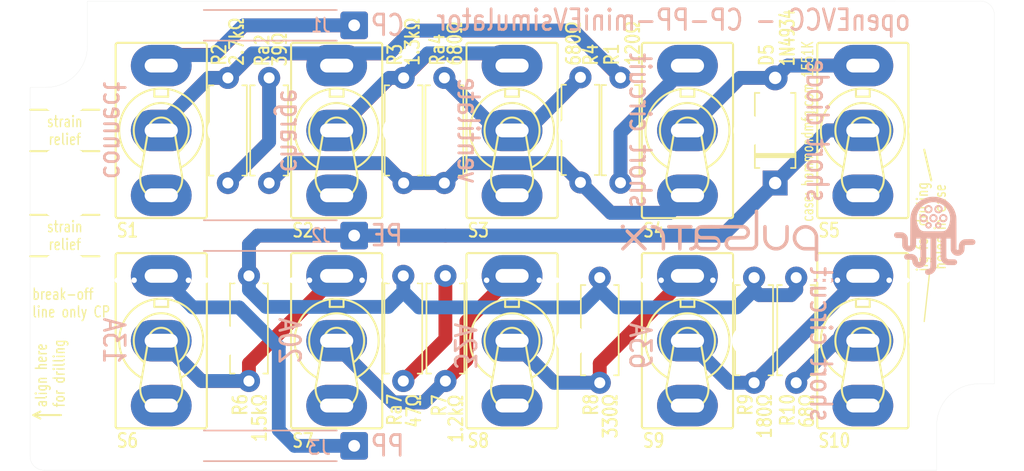
<source format=kicad_pcb>
(kicad_pcb (version 20171130) (host pcbnew "(5.1.9-0-10_14)")

  (general
    (thickness 1.6)
    (drawings 53)
    (tracks 171)
    (zones 0)
    (modules 104)
    (nets 26)
  )

  (page A4)
  (layers
    (0 F.Cu signal)
    (31 B.Cu signal)
    (32 B.Adhes user hide)
    (33 F.Adhes user hide)
    (34 B.Paste user hide)
    (35 F.Paste user hide)
    (36 B.SilkS user)
    (37 F.SilkS user)
    (38 B.Mask user hide)
    (39 F.Mask user hide)
    (40 Dwgs.User user)
    (41 Cmts.User user hide)
    (42 Eco1.User user hide)
    (43 Eco2.User user hide)
    (44 Edge.Cuts user)
    (45 Margin user hide)
    (46 B.CrtYd user hide)
    (47 F.CrtYd user hide)
    (48 B.Fab user hide)
    (49 F.Fab user hide)
  )

  (setup
    (last_trace_width 1)
    (trace_clearance 0.25)
    (zone_clearance 0.508)
    (zone_45_only no)
    (trace_min 0.2)
    (via_size 1)
    (via_drill 0.5)
    (via_min_size 0.4)
    (via_min_drill 0.3)
    (uvia_size 0.3)
    (uvia_drill 0.1)
    (uvias_allowed no)
    (uvia_min_size 0.2)
    (uvia_min_drill 0.1)
    (edge_width 0.1)
    (segment_width 0.2)
    (pcb_text_width 0.3)
    (pcb_text_size 1.5 1.5)
    (mod_edge_width 0.15)
    (mod_text_size 1 1)
    (mod_text_width 0.15)
    (pad_size 1.5 1.5)
    (pad_drill 1.5)
    (pad_to_mask_clearance 0)
    (aux_axis_origin 127 139.7)
    (grid_origin 127 139.7)
    (visible_elements FFFFFF7F)
    (pcbplotparams
      (layerselection 0x010f0_ffffffff)
      (usegerberextensions false)
      (usegerberattributes true)
      (usegerberadvancedattributes true)
      (creategerberjobfile true)
      (excludeedgelayer true)
      (linewidth 0.100000)
      (plotframeref false)
      (viasonmask false)
      (mode 1)
      (useauxorigin false)
      (hpglpennumber 1)
      (hpglpenspeed 20)
      (hpglpendiameter 15.000000)
      (psnegative false)
      (psa4output false)
      (plotreference true)
      (plotvalue true)
      (plotinvisibletext false)
      (padsonsilk false)
      (subtractmaskfromsilk false)
      (outputformat 1)
      (mirror false)
      (drillshape 0)
      (scaleselection 1)
      (outputdirectory "CP-PP-miniEVsimulator-fabrication/"))
  )

  (net 0 "")
  (net 1 /PE)
  (net 2 /CP)
  (net 3 /PP)
  (net 4 "Net-(D5-Pad2)")
  (net 5 "Net-(R1-Pad1)")
  (net 6 "Net-(R1-Pad2)")
  (net 7 "Net-(R2-Pad1)")
  (net 8 "Net-(R3-Pad1)")
  (net 9 "Net-(R3-Pad2)")
  (net 10 "Net-(R4-Pad2)")
  (net 11 "Net-(R6-Pad2)")
  (net 12 "Net-(R7-Pad2)")
  (net 13 "Net-(R7-Pad1)")
  (net 14 "Net-(R8-Pad2)")
  (net 15 "Net-(R9-Pad2)")
  (net 16 "Net-(R10-Pad2)")
  (net 17 "Net-(S1-Pad3)")
  (net 18 "Net-(S2-Pad3)")
  (net 19 "Net-(S3-Pad3)")
  (net 20 "Net-(S5-Pad3)")
  (net 21 "Net-(S6-Pad3)")
  (net 22 "Net-(S7-Pad3)")
  (net 23 "Net-(S8-Pad3)")
  (net 24 "Net-(S9-Pad3)")
  (net 25 "Net-(S10-Pad3)")

  (net_class Default "This is the default net class."
    (clearance 0.25)
    (trace_width 1)
    (via_dia 1)
    (via_drill 0.5)
    (uvia_dia 0.3)
    (uvia_drill 0.1)
    (add_net /CP)
    (add_net /PE)
    (add_net /PP)
    (add_net "Net-(D5-Pad2)")
    (add_net "Net-(R1-Pad1)")
    (add_net "Net-(R1-Pad2)")
    (add_net "Net-(R10-Pad2)")
    (add_net "Net-(R2-Pad1)")
    (add_net "Net-(R3-Pad1)")
    (add_net "Net-(R3-Pad2)")
    (add_net "Net-(R4-Pad2)")
    (add_net "Net-(R6-Pad2)")
    (add_net "Net-(R7-Pad1)")
    (add_net "Net-(R7-Pad2)")
    (add_net "Net-(R8-Pad2)")
    (add_net "Net-(R9-Pad2)")
    (add_net "Net-(S1-Pad3)")
    (add_net "Net-(S10-Pad3)")
    (add_net "Net-(S2-Pad3)")
    (add_net "Net-(S3-Pad3)")
    (add_net "Net-(S5-Pad3)")
    (add_net "Net-(S6-Pad3)")
    (add_net "Net-(S7-Pad3)")
    (add_net "Net-(S8-Pad3)")
    (add_net "Net-(S9-Pad3)")
  )

  (module _sauttefk:ziptie_strain_relief-2.5mm (layer F.Cu) (tedit 608B2B3C) (tstamp 60024E9D)
    (at 94.615 139.7)
    (fp_text reference REF** (at 0 -3.75) (layer F.SilkS) hide
      (effects (font (size 1 0.8) (thickness 0.15)))
    )
    (fp_text value ziptie_strain_relief-2.5mm (at 0 3.25) (layer F.Fab) hide
      (effects (font (size 1 1) (thickness 0.15)))
    )
    (fp_line (start -2.5 1.5) (end 2.5 1.5) (layer F.SilkS) (width 0.15))
    (fp_line (start -2.5 -1.5) (end 2.5 -1.5) (layer F.SilkS) (width 0.15))
    (pad "" np_thru_hole oval (at 0 2.1) (size 3 1.5) (drill oval 3 1.5) (layers *.Cu *.Mask))
    (pad "" np_thru_hole oval (at 0 -2.1) (size 3 1.5) (drill oval 3 1.5) (layers *.Cu *.Mask))
  )

  (module _sauttefk:ziptie_strain_relief-2.5mm (layer F.Cu) (tedit 608B2B3C) (tstamp 608B2A92)
    (at 94.615 132.08)
    (fp_text reference REF** (at 0 -3.75) (layer F.SilkS) hide
      (effects (font (size 1 0.8) (thickness 0.15)))
    )
    (fp_text value ziptie_strain_relief-2.5mm (at 0 3.25) (layer F.Fab) hide
      (effects (font (size 1 1) (thickness 0.15)))
    )
    (fp_line (start -2.5 1.5) (end 2.5 1.5) (layer F.SilkS) (width 0.15))
    (fp_line (start -2.5 -1.5) (end 2.5 -1.5) (layer F.SilkS) (width 0.15))
    (pad "" np_thru_hole oval (at 0 2.1) (size 3 1.5) (drill oval 3 1.5) (layers *.Cu *.Mask))
    (pad "" np_thru_hole oval (at 0 -2.1) (size 3 1.5) (drill oval 3 1.5) (layers *.Cu *.Mask))
  )

  (module Resistor_THT:R_Axial_DIN0207_L6.3mm_D2.5mm_P7.62mm_Horizontal (layer F.Cu) (tedit 5AE5139B) (tstamp 6033F50F)
    (at 131.95 135.85 90)
    (descr "Resistor, Axial_DIN0207 series, Axial, Horizontal, pin pitch=7.62mm, 0.25W = 1/4W, length*diameter=6.3*2.5mm^2, http://cdn-reichelt.de/documents/datenblatt/B400/1_4W%23YAG.pdf")
    (tags "Resistor Axial_DIN0207 series Axial Horizontal pin pitch 7.62mm 0.25W = 1/4W length 6.3mm diameter 2.5mm")
    (path /60043A02)
    (fp_text reference R4 (at 9.255667 0.75 90) (layer F.SilkS)
      (effects (font (size 1 0.8) (thickness 0.15)))
    )
    (fp_text value 680Ω (at 10.074715 -0.5 90) (layer F.SilkS)
      (effects (font (size 1 0.8) (thickness 0.15)))
    )
    (fp_line (start 0.66 -1.25) (end 0.66 1.25) (layer F.Fab) (width 0.1))
    (fp_line (start 0.66 1.25) (end 6.96 1.25) (layer F.Fab) (width 0.1))
    (fp_line (start 6.96 1.25) (end 6.96 -1.25) (layer F.Fab) (width 0.1))
    (fp_line (start 6.96 -1.25) (end 0.66 -1.25) (layer F.Fab) (width 0.1))
    (fp_line (start 0 0) (end 0.66 0) (layer F.Fab) (width 0.1))
    (fp_line (start 7.62 0) (end 6.96 0) (layer F.Fab) (width 0.1))
    (fp_line (start 0.54 -1.04) (end 0.54 -1.37) (layer F.SilkS) (width 0.12))
    (fp_line (start 0.54 -1.37) (end 7.08 -1.37) (layer F.SilkS) (width 0.12))
    (fp_line (start 7.08 -1.37) (end 7.08 -1.04) (layer F.SilkS) (width 0.12))
    (fp_line (start 0.54 1.04) (end 0.54 1.37) (layer F.SilkS) (width 0.12))
    (fp_line (start 0.54 1.37) (end 7.08 1.37) (layer F.SilkS) (width 0.12))
    (fp_line (start 7.08 1.37) (end 7.08 1.04) (layer F.SilkS) (width 0.12))
    (fp_line (start -1.05 -1.5) (end -1.05 1.5) (layer F.CrtYd) (width 0.05))
    (fp_line (start -1.05 1.5) (end 8.67 1.5) (layer F.CrtYd) (width 0.05))
    (fp_line (start 8.67 1.5) (end 8.67 -1.5) (layer F.CrtYd) (width 0.05))
    (fp_line (start 8.67 -1.5) (end -1.05 -1.5) (layer F.CrtYd) (width 0.05))
    (fp_text user %R (at 3.81 0 90) (layer F.Fab)
      (effects (font (size 1 1) (thickness 0.15)))
    )
    (pad 2 thru_hole oval (at 7.62 0 90) (size 1.6 1.6) (drill 0.8) (layers *.Cu *.Mask)
      (net 10 "Net-(R4-Pad2)"))
    (pad 1 thru_hole circle (at 0 0 90) (size 1.6 1.6) (drill 0.8) (layers *.Cu *.Mask)
      (net 8 "Net-(R3-Pad1)"))
    (model ${KISYS3DMOD}/Resistor_THT.3dshapes/R_Axial_DIN0207_L6.3mm_D2.5mm_P7.62mm_Horizontal.wrl
      (at (xyz 0 0 0))
      (scale (xyz 1 1 1))
      (rotate (xyz 0 0 0))
    )
  )

  (module _sauttefk:NPH_Hole-3.2mm (layer F.Cu) (tedit 600329B0) (tstamp 6002D23E)
    (at 156.845 132.08)
    (fp_text reference REF** (at 0 -2.5) (layer F.SilkS) hide
      (effects (font (size 1 0.8) (thickness 0.15)))
    )
    (fp_text value NPH_Hole-3.2mm (at 0 2.5) (layer F.Fab) hide
      (effects (font (size 1 1) (thickness 0.15)))
    )
    (pad "" np_thru_hole circle (at 0 0) (size 2.2 2.2) (drill 2.2) (layers *.Cu *.Mask))
  )

  (module _sauttefk:bite-hole (layer F.Cu) (tedit 6003194E) (tstamp 60038214)
    (at 154.305 142.9385)
    (fp_text reference mouse-bite-in-2mm-slot (at 0 -1.25) (layer F.SilkS) hide
      (effects (font (size 1 1) (thickness 0.15)))
    )
    (fp_text value VAL** (at 0 1.5) (layer F.SilkS) hide
      (effects (font (size 1 1) (thickness 0.15)))
    )
    (pad "" np_thru_hole circle (at 0 0) (size 0.4 0.4) (drill 0.4) (layers *.Cu *.Mask)
      (solder_mask_margin 0.05) (clearance 0.05) (zone_connect 0))
  )

  (module _sauttefk:bite-hole (layer F.Cu) (tedit 6003194E) (tstamp 6003820C)
    (at 150.5585 142.9385)
    (fp_text reference mouse-bite-in-2mm-slot (at 0 -1.25) (layer F.SilkS) hide
      (effects (font (size 1 1) (thickness 0.15)))
    )
    (fp_text value VAL** (at 0 1.5) (layer F.SilkS) hide
      (effects (font (size 1 1) (thickness 0.15)))
    )
    (pad "" np_thru_hole circle (at 0 0) (size 0.4 0.4) (drill 0.4) (layers *.Cu *.Mask)
      (solder_mask_margin 0.05) (clearance 0.05) (zone_connect 0))
  )

  (module _sauttefk:bite-hole (layer F.Cu) (tedit 6003194E) (tstamp 60038204)
    (at 141.5415 142.9385)
    (fp_text reference mouse-bite-in-2mm-slot (at 0 -1.25) (layer F.SilkS) hide
      (effects (font (size 1 1) (thickness 0.15)))
    )
    (fp_text value VAL** (at 0 1.5) (layer F.SilkS) hide
      (effects (font (size 1 1) (thickness 0.15)))
    )
    (pad "" np_thru_hole circle (at 0 0) (size 0.4 0.4) (drill 0.4) (layers *.Cu *.Mask)
      (solder_mask_margin 0.05) (clearance 0.05) (zone_connect 0))
  )

  (module _sauttefk:bite-hole (layer F.Cu) (tedit 6003194E) (tstamp 600381FC)
    (at 137.795 142.9385)
    (fp_text reference mouse-bite-in-2mm-slot (at 0 -1.25) (layer F.SilkS) hide
      (effects (font (size 1 1) (thickness 0.15)))
    )
    (fp_text value VAL** (at 0 1.5) (layer F.SilkS) hide
      (effects (font (size 1 1) (thickness 0.15)))
    )
    (pad "" np_thru_hole circle (at 0 0) (size 0.4 0.4) (drill 0.4) (layers *.Cu *.Mask)
      (solder_mask_margin 0.05) (clearance 0.05) (zone_connect 0))
  )

  (module _sauttefk:bite-hole (layer F.Cu) (tedit 6003194E) (tstamp 600381F4)
    (at 128.9685 142.9385)
    (fp_text reference mouse-bite-in-2mm-slot (at 0 -1.25) (layer F.SilkS) hide
      (effects (font (size 1 1) (thickness 0.15)))
    )
    (fp_text value VAL** (at 0 1.5) (layer F.SilkS) hide
      (effects (font (size 1 1) (thickness 0.15)))
    )
    (pad "" np_thru_hole circle (at 0 0) (size 0.4 0.4) (drill 0.4) (layers *.Cu *.Mask)
      (solder_mask_margin 0.05) (clearance 0.05) (zone_connect 0))
  )

  (module _sauttefk:bite-hole (layer F.Cu) (tedit 6003194E) (tstamp 600381EC)
    (at 125.1585 142.9385)
    (fp_text reference mouse-bite-in-2mm-slot (at 0 -1.25) (layer F.SilkS) hide
      (effects (font (size 1 1) (thickness 0.15)))
    )
    (fp_text value VAL** (at 0 1.5) (layer F.SilkS) hide
      (effects (font (size 1 1) (thickness 0.15)))
    )
    (pad "" np_thru_hole circle (at 0 0) (size 0.4 0.4) (drill 0.4) (layers *.Cu *.Mask)
      (solder_mask_margin 0.05) (clearance 0.05) (zone_connect 0))
  )

  (module _sauttefk:bite-hole (layer F.Cu) (tedit 6003194E) (tstamp 600381E4)
    (at 116.1415 142.9385)
    (fp_text reference mouse-bite-in-2mm-slot (at 0 -1.25) (layer F.SilkS) hide
      (effects (font (size 1 1) (thickness 0.15)))
    )
    (fp_text value VAL** (at 0 1.5) (layer F.SilkS) hide
      (effects (font (size 1 1) (thickness 0.15)))
    )
    (pad "" np_thru_hole circle (at 0 0) (size 0.4 0.4) (drill 0.4) (layers *.Cu *.Mask)
      (solder_mask_margin 0.05) (clearance 0.05) (zone_connect 0))
  )

  (module _sauttefk:bite-hole (layer F.Cu) (tedit 6003194E) (tstamp 600381DC)
    (at 112.3315 142.9385)
    (fp_text reference mouse-bite-in-2mm-slot (at 0 -1.25) (layer F.SilkS) hide
      (effects (font (size 1 1) (thickness 0.15)))
    )
    (fp_text value VAL** (at 0 1.5) (layer F.SilkS) hide
      (effects (font (size 1 1) (thickness 0.15)))
    )
    (pad "" np_thru_hole circle (at 0 0) (size 0.4 0.4) (drill 0.4) (layers *.Cu *.Mask)
      (solder_mask_margin 0.05) (clearance 0.05) (zone_connect 0))
  )

  (module _sauttefk:bite-hole (layer F.Cu) (tedit 6003194E) (tstamp 600381D4)
    (at 99.6315 142.9385)
    (fp_text reference mouse-bite-in-2mm-slot (at 0 -1.25) (layer F.SilkS) hide
      (effects (font (size 1 1) (thickness 0.15)))
    )
    (fp_text value VAL** (at 0 1.5) (layer F.SilkS) hide
      (effects (font (size 1 1) (thickness 0.15)))
    )
    (pad "" np_thru_hole circle (at 0 0) (size 0.4 0.4) (drill 0.4) (layers *.Cu *.Mask)
      (solder_mask_margin 0.05) (clearance 0.05) (zone_connect 0))
  )

  (module _sauttefk:bite-hole (layer F.Cu) (tedit 6003194E) (tstamp 60037FDA)
    (at 103.5685 142.9385)
    (fp_text reference mouse-bite-in-2mm-slot (at 0 -1.25) (layer F.SilkS) hide
      (effects (font (size 1 1) (thickness 0.15)))
    )
    (fp_text value VAL** (at 0 1.5) (layer F.SilkS) hide
      (effects (font (size 1 1) (thickness 0.15)))
    )
    (pad "" np_thru_hole circle (at 0 0) (size 0.4 0.4) (drill 0.4) (layers *.Cu *.Mask)
      (solder_mask_margin 0.05) (clearance 0.05) (zone_connect 0))
  )

  (module _sauttefk:bite-hole (layer F.Cu) (tedit 6003194E) (tstamp 60037FD2)
    (at 96.52 142.9385)
    (fp_text reference mouse-bite-in-2mm-slot (at 0 -1.25) (layer F.SilkS) hide
      (effects (font (size 1 1) (thickness 0.15)))
    )
    (fp_text value VAL** (at 0 1.5) (layer F.SilkS) hide
      (effects (font (size 1 1) (thickness 0.15)))
    )
    (pad "" np_thru_hole circle (at 0 0) (size 0.4 0.4) (drill 0.4) (layers *.Cu *.Mask)
      (solder_mask_margin 0.05) (clearance 0.05) (zone_connect 0))
  )

  (module _sauttefk:bite-hole (layer F.Cu) (tedit 6003194E) (tstamp 60037FCA)
    (at 93.0275 142.9385)
    (fp_text reference mouse-bite-in-2mm-slot (at 0 -1.25) (layer F.SilkS) hide
      (effects (font (size 1 1) (thickness 0.15)))
    )
    (fp_text value VAL** (at 0 1.5) (layer F.SilkS) hide
      (effects (font (size 1 1) (thickness 0.15)))
    )
    (pad "" np_thru_hole circle (at 0 0) (size 0.4 0.4) (drill 0.4) (layers *.Cu *.Mask)
      (solder_mask_margin 0.05) (clearance 0.05) (zone_connect 0))
  )

  (module _sauttefk:bite-hole (layer F.Cu) (tedit 6003194E) (tstamp 60037FC2)
    (at 92.3925 142.9385)
    (fp_text reference mouse-bite-in-2mm-slot (at 0 -1.25) (layer F.SilkS) hide
      (effects (font (size 1 1) (thickness 0.15)))
    )
    (fp_text value VAL** (at 0 1.5) (layer F.SilkS) hide
      (effects (font (size 1 1) (thickness 0.15)))
    )
    (pad "" np_thru_hole circle (at 0 0) (size 0.4 0.4) (drill 0.4) (layers *.Cu *.Mask)
      (solder_mask_margin 0.05) (clearance 0.05) (zone_connect 0))
  )

  (module _sauttefk:bite-hole (layer F.Cu) (tedit 6003194E) (tstamp 60037F80)
    (at 97.155 142.9385)
    (fp_text reference mouse-bite-in-2mm-slot (at 0 -1.25) (layer F.SilkS) hide
      (effects (font (size 1 1) (thickness 0.15)))
    )
    (fp_text value VAL** (at 0 1.5) (layer F.SilkS) hide
      (effects (font (size 1 1) (thickness 0.15)))
    )
    (pad "" np_thru_hole circle (at 0 0) (size 0.4 0.4) (drill 0.4) (layers *.Cu *.Mask)
      (solder_mask_margin 0.05) (clearance 0.05) (zone_connect 0))
  )

  (module _sauttefk:bite-hole (layer F.Cu) (tedit 6003194E) (tstamp 60037F78)
    (at 99.06 142.9385)
    (fp_text reference mouse-bite-in-2mm-slot (at 0 -1.25) (layer F.SilkS) hide
      (effects (font (size 1 1) (thickness 0.15)))
    )
    (fp_text value VAL** (at 0 1.5) (layer F.SilkS) hide
      (effects (font (size 1 1) (thickness 0.15)))
    )
    (pad "" np_thru_hole circle (at 0 0) (size 0.4 0.4) (drill 0.4) (layers *.Cu *.Mask)
      (solder_mask_margin 0.05) (clearance 0.05) (zone_connect 0))
  )

  (module _sauttefk:bite-hole (layer F.Cu) (tedit 6003194E) (tstamp 60037F74)
    (at 98.425 142.9385)
    (fp_text reference mouse-bite-in-2mm-slot (at 0 -1.25) (layer F.SilkS) hide
      (effects (font (size 1 1) (thickness 0.15)))
    )
    (fp_text value VAL** (at 0 1.5) (layer F.SilkS) hide
      (effects (font (size 1 1) (thickness 0.15)))
    )
    (pad "" np_thru_hole circle (at 0 0) (size 0.4 0.4) (drill 0.4) (layers *.Cu *.Mask)
      (solder_mask_margin 0.05) (clearance 0.05) (zone_connect 0))
  )

  (module _sauttefk:bite-hole (layer F.Cu) (tedit 6003194E) (tstamp 60037F70)
    (at 97.79 142.9385)
    (fp_text reference mouse-bite-in-2mm-slot (at 0 -1.25) (layer F.SilkS) hide
      (effects (font (size 1 1) (thickness 0.15)))
    )
    (fp_text value VAL** (at 0 1.5) (layer F.SilkS) hide
      (effects (font (size 1 1) (thickness 0.15)))
    )
    (pad "" np_thru_hole circle (at 0 0) (size 0.4 0.4) (drill 0.4) (layers *.Cu *.Mask)
      (solder_mask_margin 0.05) (clearance 0.05) (zone_connect 0))
  )

  (module _sauttefk:bite-hole (layer F.Cu) (tedit 6003194E) (tstamp 60037F1D)
    (at 104.8385 142.9385)
    (fp_text reference mouse-bite-in-2mm-slot (at 0 -1.25) (layer F.SilkS) hide
      (effects (font (size 1 1) (thickness 0.15)))
    )
    (fp_text value VAL** (at 0 1.5) (layer F.SilkS) hide
      (effects (font (size 1 1) (thickness 0.15)))
    )
    (pad "" np_thru_hole circle (at 0 0) (size 0.4 0.4) (drill 0.4) (layers *.Cu *.Mask)
      (solder_mask_margin 0.05) (clearance 0.05) (zone_connect 0))
  )

  (module _sauttefk:bite-hole (layer F.Cu) (tedit 6003194E) (tstamp 60037F19)
    (at 104.2035 142.9385)
    (fp_text reference mouse-bite-in-2mm-slot (at 0 -1.25) (layer F.SilkS) hide
      (effects (font (size 1 1) (thickness 0.15)))
    )
    (fp_text value VAL** (at 0 1.5) (layer F.SilkS) hide
      (effects (font (size 1 1) (thickness 0.15)))
    )
    (pad "" np_thru_hole circle (at 0 0) (size 0.4 0.4) (drill 0.4) (layers *.Cu *.Mask)
      (solder_mask_margin 0.05) (clearance 0.05) (zone_connect 0))
  )

  (module _sauttefk:bite-hole (layer F.Cu) (tedit 6003194E) (tstamp 60037F15)
    (at 109.7915 142.9385)
    (fp_text reference mouse-bite-in-2mm-slot (at 0 -1.25) (layer F.SilkS) hide
      (effects (font (size 1 1) (thickness 0.15)))
    )
    (fp_text value VAL** (at 0 1.5) (layer F.SilkS) hide
      (effects (font (size 1 1) (thickness 0.15)))
    )
    (pad "" np_thru_hole circle (at 0 0) (size 0.4 0.4) (drill 0.4) (layers *.Cu *.Mask)
      (solder_mask_margin 0.05) (clearance 0.05) (zone_connect 0))
  )

  (module _sauttefk:bite-hole (layer F.Cu) (tedit 6003194E) (tstamp 60037F11)
    (at 109.1565 142.9385)
    (fp_text reference mouse-bite-in-2mm-slot (at 0 -1.25) (layer F.SilkS) hide
      (effects (font (size 1 1) (thickness 0.15)))
    )
    (fp_text value VAL** (at 0 1.5) (layer F.SilkS) hide
      (effects (font (size 1 1) (thickness 0.15)))
    )
    (pad "" np_thru_hole circle (at 0 0) (size 0.4 0.4) (drill 0.4) (layers *.Cu *.Mask)
      (solder_mask_margin 0.05) (clearance 0.05) (zone_connect 0))
  )

  (module _sauttefk:bite-hole (layer F.Cu) (tedit 6003194E) (tstamp 60037F0D)
    (at 111.6965 142.9385)
    (fp_text reference mouse-bite-in-2mm-slot (at 0 -1.25) (layer F.SilkS) hide
      (effects (font (size 1 1) (thickness 0.15)))
    )
    (fp_text value VAL** (at 0 1.5) (layer F.SilkS) hide
      (effects (font (size 1 1) (thickness 0.15)))
    )
    (pad "" np_thru_hole circle (at 0 0) (size 0.4 0.4) (drill 0.4) (layers *.Cu *.Mask)
      (solder_mask_margin 0.05) (clearance 0.05) (zone_connect 0))
  )

  (module _sauttefk:bite-hole (layer F.Cu) (tedit 6003194E) (tstamp 60037F09)
    (at 111.0615 142.9385)
    (fp_text reference mouse-bite-in-2mm-slot (at 0 -1.25) (layer F.SilkS) hide
      (effects (font (size 1 1) (thickness 0.15)))
    )
    (fp_text value VAL** (at 0 1.5) (layer F.SilkS) hide
      (effects (font (size 1 1) (thickness 0.15)))
    )
    (pad "" np_thru_hole circle (at 0 0) (size 0.4 0.4) (drill 0.4) (layers *.Cu *.Mask)
      (solder_mask_margin 0.05) (clearance 0.05) (zone_connect 0))
  )

  (module _sauttefk:bite-hole (layer F.Cu) (tedit 6003194E) (tstamp 60037F53)
    (at 110.4265 142.9385)
    (fp_text reference mouse-bite-in-2mm-slot (at 0 -1.25) (layer F.SilkS) hide
      (effects (font (size 1 1) (thickness 0.15)))
    )
    (fp_text value VAL** (at 0 1.5) (layer F.SilkS) hide
      (effects (font (size 1 1) (thickness 0.15)))
    )
    (pad "" np_thru_hole circle (at 0 0) (size 0.4 0.4) (drill 0.4) (layers *.Cu *.Mask)
      (solder_mask_margin 0.05) (clearance 0.05) (zone_connect 0))
  )

  (module _sauttefk:bite-hole (layer F.Cu) (tedit 6003194E) (tstamp 60037F01)
    (at 106.7435 142.9385)
    (fp_text reference mouse-bite-in-2mm-slot (at 0 -1.25) (layer F.SilkS) hide
      (effects (font (size 1 1) (thickness 0.15)))
    )
    (fp_text value VAL** (at 0 1.5) (layer F.SilkS) hide
      (effects (font (size 1 1) (thickness 0.15)))
    )
    (pad "" np_thru_hole circle (at 0 0) (size 0.4 0.4) (drill 0.4) (layers *.Cu *.Mask)
      (solder_mask_margin 0.05) (clearance 0.05) (zone_connect 0))
  )

  (module _sauttefk:bite-hole (layer F.Cu) (tedit 6003194E) (tstamp 60037EFD)
    (at 106.1085 142.9385)
    (fp_text reference mouse-bite-in-2mm-slot (at 0 -1.25) (layer F.SilkS) hide
      (effects (font (size 1 1) (thickness 0.15)))
    )
    (fp_text value VAL** (at 0 1.5) (layer F.SilkS) hide
      (effects (font (size 1 1) (thickness 0.15)))
    )
    (pad "" np_thru_hole circle (at 0 0) (size 0.4 0.4) (drill 0.4) (layers *.Cu *.Mask)
      (solder_mask_margin 0.05) (clearance 0.05) (zone_connect 0))
  )

  (module _sauttefk:bite-hole (layer F.Cu) (tedit 6003194E) (tstamp 60037EF9)
    (at 105.4735 142.9385)
    (fp_text reference mouse-bite-in-2mm-slot (at 0 -1.25) (layer F.SilkS) hide
      (effects (font (size 1 1) (thickness 0.15)))
    )
    (fp_text value VAL** (at 0 1.5) (layer F.SilkS) hide
      (effects (font (size 1 1) (thickness 0.15)))
    )
    (pad "" np_thru_hole circle (at 0 0) (size 0.4 0.4) (drill 0.4) (layers *.Cu *.Mask)
      (solder_mask_margin 0.05) (clearance 0.05) (zone_connect 0))
  )

  (module _sauttefk:bite-hole (layer F.Cu) (tedit 6003194E) (tstamp 60037EF1)
    (at 116.7765 142.9385)
    (fp_text reference mouse-bite-in-2mm-slot (at 0 -1.25) (layer F.SilkS) hide
      (effects (font (size 1 1) (thickness 0.15)))
    )
    (fp_text value VAL** (at 0 1.5) (layer F.SilkS) hide
      (effects (font (size 1 1) (thickness 0.15)))
    )
    (pad "" np_thru_hole circle (at 0 0) (size 0.4 0.4) (drill 0.4) (layers *.Cu *.Mask)
      (solder_mask_margin 0.05) (clearance 0.05) (zone_connect 0))
  )

  (module _sauttefk:bite-hole (layer F.Cu) (tedit 6003194E) (tstamp 60037ED0)
    (at 118.0465 142.9385)
    (fp_text reference mouse-bite-in-2mm-slot (at 0 -1.25) (layer F.SilkS) hide
      (effects (font (size 1 1) (thickness 0.15)))
    )
    (fp_text value VAL** (at 0 1.5) (layer F.SilkS) hide
      (effects (font (size 1 1) (thickness 0.15)))
    )
    (pad "" np_thru_hole circle (at 0 0) (size 0.4 0.4) (drill 0.4) (layers *.Cu *.Mask)
      (solder_mask_margin 0.05) (clearance 0.05) (zone_connect 0))
  )

  (module _sauttefk:bite-hole (layer F.Cu) (tedit 6003194E) (tstamp 60037ECC)
    (at 117.4115 142.9385)
    (fp_text reference mouse-bite-in-2mm-slot (at 0 -1.25) (layer F.SilkS) hide
      (effects (font (size 1 1) (thickness 0.15)))
    )
    (fp_text value VAL** (at 0 1.5) (layer F.SilkS) hide
      (effects (font (size 1 1) (thickness 0.15)))
    )
    (pad "" np_thru_hole circle (at 0 0) (size 0.4 0.4) (drill 0.4) (layers *.Cu *.Mask)
      (solder_mask_margin 0.05) (clearance 0.05) (zone_connect 0))
  )

  (module _sauttefk:bite-hole (layer F.Cu) (tedit 6003194E) (tstamp 60037EC8)
    (at 123.2535 142.9385)
    (fp_text reference mouse-bite-in-2mm-slot (at 0 -1.25) (layer F.SilkS) hide
      (effects (font (size 1 1) (thickness 0.15)))
    )
    (fp_text value VAL** (at 0 1.5) (layer F.SilkS) hide
      (effects (font (size 1 1) (thickness 0.15)))
    )
    (pad "" np_thru_hole circle (at 0 0) (size 0.4 0.4) (drill 0.4) (layers *.Cu *.Mask)
      (solder_mask_margin 0.05) (clearance 0.05) (zone_connect 0))
  )

  (module _sauttefk:bite-hole (layer F.Cu) (tedit 6003194E) (tstamp 60037EC4)
    (at 124.5235 142.9385)
    (fp_text reference mouse-bite-in-2mm-slot (at 0 -1.25) (layer F.SilkS) hide
      (effects (font (size 1 1) (thickness 0.15)))
    )
    (fp_text value VAL** (at 0 1.5) (layer F.SilkS) hide
      (effects (font (size 1 1) (thickness 0.15)))
    )
    (pad "" np_thru_hole circle (at 0 0) (size 0.4 0.4) (drill 0.4) (layers *.Cu *.Mask)
      (solder_mask_margin 0.05) (clearance 0.05) (zone_connect 0))
  )

  (module _sauttefk:bite-hole (layer F.Cu) (tedit 6003194E) (tstamp 60037EC0)
    (at 123.8885 142.9385)
    (fp_text reference mouse-bite-in-2mm-slot (at 0 -1.25) (layer F.SilkS) hide
      (effects (font (size 1 1) (thickness 0.15)))
    )
    (fp_text value VAL** (at 0 1.5) (layer F.SilkS) hide
      (effects (font (size 1 1) (thickness 0.15)))
    )
    (pad "" np_thru_hole circle (at 0 0) (size 0.4 0.4) (drill 0.4) (layers *.Cu *.Mask)
      (solder_mask_margin 0.05) (clearance 0.05) (zone_connect 0))
  )

  (module _sauttefk:bite-hole (layer F.Cu) (tedit 6003194E) (tstamp 60037EBC)
    (at 120.9675 142.9385)
    (fp_text reference mouse-bite-in-2mm-slot (at 0 -1.25) (layer F.SilkS) hide
      (effects (font (size 1 1) (thickness 0.15)))
    )
    (fp_text value VAL** (at 0 1.5) (layer F.SilkS) hide
      (effects (font (size 1 1) (thickness 0.15)))
    )
    (pad "" np_thru_hole circle (at 0 0) (size 0.4 0.4) (drill 0.4) (layers *.Cu *.Mask)
      (solder_mask_margin 0.05) (clearance 0.05) (zone_connect 0))
  )

  (module _sauttefk:bite-hole (layer F.Cu) (tedit 6003194E) (tstamp 60037EB8)
    (at 120.3325 142.9385)
    (fp_text reference mouse-bite-in-2mm-slot (at 0 -1.25) (layer F.SilkS) hide
      (effects (font (size 1 1) (thickness 0.15)))
    )
    (fp_text value VAL** (at 0 1.5) (layer F.SilkS) hide
      (effects (font (size 1 1) (thickness 0.15)))
    )
    (pad "" np_thru_hole circle (at 0 0) (size 0.4 0.4) (drill 0.4) (layers *.Cu *.Mask)
      (solder_mask_margin 0.05) (clearance 0.05) (zone_connect 0))
  )

  (module _sauttefk:bite-hole (layer F.Cu) (tedit 6003194E) (tstamp 60037E22)
    (at 160.02 142.9385)
    (fp_text reference mouse-bite-in-2mm-slot (at 0 -1.25) (layer F.SilkS) hide
      (effects (font (size 1 1) (thickness 0.15)))
    )
    (fp_text value VAL** (at 0 1.5) (layer F.SilkS) hide
      (effects (font (size 1 1) (thickness 0.15)))
    )
    (pad "" np_thru_hole circle (at 0 0) (size 0.4 0.4) (drill 0.4) (layers *.Cu *.Mask)
      (solder_mask_margin 0.05) (clearance 0.05) (zone_connect 0))
  )

  (module _sauttefk:bite-hole (layer F.Cu) (tedit 6003194E) (tstamp 60037E1A)
    (at 161.29 142.9385)
    (fp_text reference mouse-bite-in-2mm-slot (at 0 -1.25) (layer F.SilkS) hide
      (effects (font (size 1 1) (thickness 0.15)))
    )
    (fp_text value VAL** (at 0 1.5) (layer F.SilkS) hide
      (effects (font (size 1 1) (thickness 0.15)))
    )
    (pad "" np_thru_hole circle (at 0 0) (size 0.4 0.4) (drill 0.4) (layers *.Cu *.Mask)
      (solder_mask_margin 0.05) (clearance 0.05) (zone_connect 0))
  )

  (module _sauttefk:bite-hole (layer F.Cu) (tedit 6003194E) (tstamp 60037E16)
    (at 160.655 142.9385)
    (fp_text reference mouse-bite-in-2mm-slot (at 0 -1.25) (layer F.SilkS) hide
      (effects (font (size 1 1) (thickness 0.15)))
    )
    (fp_text value VAL** (at 0 1.5) (layer F.SilkS) hide
      (effects (font (size 1 1) (thickness 0.15)))
    )
    (pad "" np_thru_hole circle (at 0 0) (size 0.4 0.4) (drill 0.4) (layers *.Cu *.Mask)
      (solder_mask_margin 0.05) (clearance 0.05) (zone_connect 0))
  )

  (module _sauttefk:bite-hole (layer F.Cu) (tedit 6003194E) (tstamp 60037E02)
    (at 157.48 142.9385)
    (fp_text reference mouse-bite-in-2mm-slot (at 0 -1.25) (layer F.SilkS) hide
      (effects (font (size 1 1) (thickness 0.15)))
    )
    (fp_text value VAL** (at 0 1.5) (layer F.SilkS) hide
      (effects (font (size 1 1) (thickness 0.15)))
    )
    (pad "" np_thru_hole circle (at 0 0) (size 0.4 0.4) (drill 0.4) (layers *.Cu *.Mask)
      (solder_mask_margin 0.05) (clearance 0.05) (zone_connect 0))
  )

  (module _sauttefk:bite-hole (layer F.Cu) (tedit 6003194E) (tstamp 60037DFE)
    (at 159.385 142.9385)
    (fp_text reference mouse-bite-in-2mm-slot (at 0 -1.25) (layer F.SilkS) hide
      (effects (font (size 1 1) (thickness 0.15)))
    )
    (fp_text value VAL** (at 0 1.5) (layer F.SilkS) hide
      (effects (font (size 1 1) (thickness 0.15)))
    )
    (pad "" np_thru_hole circle (at 0 0) (size 0.4 0.4) (drill 0.4) (layers *.Cu *.Mask)
      (solder_mask_margin 0.05) (clearance 0.05) (zone_connect 0))
  )

  (module _sauttefk:bite-hole (layer F.Cu) (tedit 6003194E) (tstamp 60037DFA)
    (at 158.75 142.9385)
    (fp_text reference mouse-bite-in-2mm-slot (at 0 -1.25) (layer F.SilkS) hide
      (effects (font (size 1 1) (thickness 0.15)))
    )
    (fp_text value VAL** (at 0 1.5) (layer F.SilkS) hide
      (effects (font (size 1 1) (thickness 0.15)))
    )
    (pad "" np_thru_hole circle (at 0 0) (size 0.4 0.4) (drill 0.4) (layers *.Cu *.Mask)
      (solder_mask_margin 0.05) (clearance 0.05) (zone_connect 0))
  )

  (module _sauttefk:bite-hole (layer F.Cu) (tedit 6003194E) (tstamp 60037DF6)
    (at 158.115 142.9385)
    (fp_text reference mouse-bite-in-2mm-slot (at 0 -1.25) (layer F.SilkS) hide
      (effects (font (size 1 1) (thickness 0.15)))
    )
    (fp_text value VAL** (at 0 1.5) (layer F.SilkS) hide
      (effects (font (size 1 1) (thickness 0.15)))
    )
    (pad "" np_thru_hole circle (at 0 0) (size 0.4 0.4) (drill 0.4) (layers *.Cu *.Mask)
      (solder_mask_margin 0.05) (clearance 0.05) (zone_connect 0))
  )

  (module _sauttefk:bite-hole (layer F.Cu) (tedit 6003194E) (tstamp 60037CE1)
    (at 154.94 142.9385)
    (fp_text reference mouse-bite-in-2mm-slot (at 0 -1.25) (layer F.SilkS) hide
      (effects (font (size 1 1) (thickness 0.15)))
    )
    (fp_text value VAL** (at 0 1.5) (layer F.SilkS) hide
      (effects (font (size 1 1) (thickness 0.15)))
    )
    (pad "" np_thru_hole circle (at 0 0) (size 0.4 0.4) (drill 0.4) (layers *.Cu *.Mask)
      (solder_mask_margin 0.05) (clearance 0.05) (zone_connect 0))
  )

  (module _sauttefk:bite-hole (layer F.Cu) (tedit 6003194E) (tstamp 60037CED)
    (at 156.845 142.9385)
    (fp_text reference mouse-bite-in-2mm-slot (at 0 -1.25) (layer F.SilkS) hide
      (effects (font (size 1 1) (thickness 0.15)))
    )
    (fp_text value VAL** (at 0 1.5) (layer F.SilkS) hide
      (effects (font (size 1 1) (thickness 0.15)))
    )
    (pad "" np_thru_hole circle (at 0 0) (size 0.4 0.4) (drill 0.4) (layers *.Cu *.Mask)
      (solder_mask_margin 0.05) (clearance 0.05) (zone_connect 0))
  )

  (module _sauttefk:bite-hole (layer F.Cu) (tedit 6003194E) (tstamp 60037CF9)
    (at 156.21 142.9385)
    (fp_text reference mouse-bite-in-2mm-slot (at 0 -1.25) (layer F.SilkS) hide
      (effects (font (size 1 1) (thickness 0.15)))
    )
    (fp_text value VAL** (at 0 1.5) (layer F.SilkS) hide
      (effects (font (size 1 1) (thickness 0.15)))
    )
    (pad "" np_thru_hole circle (at 0 0) (size 0.4 0.4) (drill 0.4) (layers *.Cu *.Mask)
      (solder_mask_margin 0.05) (clearance 0.05) (zone_connect 0))
  )

  (module _sauttefk:bite-hole (layer F.Cu) (tedit 6003194E) (tstamp 60037D05)
    (at 155.575 142.9385)
    (fp_text reference mouse-bite-in-2mm-slot (at 0 -1.25) (layer F.SilkS) hide
      (effects (font (size 1 1) (thickness 0.15)))
    )
    (fp_text value VAL** (at 0 1.5) (layer F.SilkS) hide
      (effects (font (size 1 1) (thickness 0.15)))
    )
    (pad "" np_thru_hole circle (at 0 0) (size 0.4 0.4) (drill 0.4) (layers *.Cu *.Mask)
      (solder_mask_margin 0.05) (clearance 0.05) (zone_connect 0))
  )

  (module _sauttefk:bite-hole (layer F.Cu) (tedit 6003194E) (tstamp 60037C89)
    (at 146.3675 142.9385)
    (fp_text reference mouse-bite-in-2mm-slot (at 0 -1.25) (layer F.SilkS) hide
      (effects (font (size 1 1) (thickness 0.15)))
    )
    (fp_text value VAL** (at 0 1.5) (layer F.SilkS) hide
      (effects (font (size 1 1) (thickness 0.15)))
    )
    (pad "" np_thru_hole circle (at 0 0) (size 0.4 0.4) (drill 0.4) (layers *.Cu *.Mask)
      (solder_mask_margin 0.05) (clearance 0.05) (zone_connect 0))
  )

  (module _sauttefk:bite-hole (layer F.Cu) (tedit 6003194E) (tstamp 60037C85)
    (at 145.7325 142.9385)
    (fp_text reference mouse-bite-in-2mm-slot (at 0 -1.25) (layer F.SilkS) hide
      (effects (font (size 1 1) (thickness 0.15)))
    )
    (fp_text value VAL** (at 0 1.5) (layer F.SilkS) hide
      (effects (font (size 1 1) (thickness 0.15)))
    )
    (pad "" np_thru_hole circle (at 0 0) (size 0.4 0.4) (drill 0.4) (layers *.Cu *.Mask)
      (solder_mask_margin 0.05) (clearance 0.05) (zone_connect 0))
  )

  (module _sauttefk:bite-hole (layer F.Cu) (tedit 6003194E) (tstamp 60037C73)
    (at 149.9235 142.9385)
    (fp_text reference mouse-bite-in-2mm-slot (at 0 -1.25) (layer F.SilkS) hide
      (effects (font (size 1 1) (thickness 0.15)))
    )
    (fp_text value VAL** (at 0 1.5) (layer F.SilkS) hide
      (effects (font (size 1 1) (thickness 0.15)))
    )
    (pad "" np_thru_hole circle (at 0 0) (size 0.4 0.4) (drill 0.4) (layers *.Cu *.Mask)
      (solder_mask_margin 0.05) (clearance 0.05) (zone_connect 0))
  )

  (module _sauttefk:bite-hole (layer F.Cu) (tedit 6003194E) (tstamp 60037C6F)
    (at 149.2885 142.9385)
    (fp_text reference mouse-bite-in-2mm-slot (at 0 -1.25) (layer F.SilkS) hide
      (effects (font (size 1 1) (thickness 0.15)))
    )
    (fp_text value VAL** (at 0 1.5) (layer F.SilkS) hide
      (effects (font (size 1 1) (thickness 0.15)))
    )
    (pad "" np_thru_hole circle (at 0 0) (size 0.4 0.4) (drill 0.4) (layers *.Cu *.Mask)
      (solder_mask_margin 0.05) (clearance 0.05) (zone_connect 0))
  )

  (module _sauttefk:bite-hole (layer F.Cu) (tedit 6003194E) (tstamp 60037C6B)
    (at 148.6535 142.9385)
    (fp_text reference mouse-bite-in-2mm-slot (at 0 -1.25) (layer F.SilkS) hide
      (effects (font (size 1 1) (thickness 0.15)))
    )
    (fp_text value VAL** (at 0 1.5) (layer F.SilkS) hide
      (effects (font (size 1 1) (thickness 0.15)))
    )
    (pad "" np_thru_hole circle (at 0 0) (size 0.4 0.4) (drill 0.4) (layers *.Cu *.Mask)
      (solder_mask_margin 0.05) (clearance 0.05) (zone_connect 0))
  )

  (module _sauttefk:bite-hole (layer F.Cu) (tedit 6003194E) (tstamp 60037D7E)
    (at 143.4465 142.9385)
    (fp_text reference mouse-bite-in-2mm-slot (at 0 -1.25) (layer F.SilkS) hide
      (effects (font (size 1 1) (thickness 0.15)))
    )
    (fp_text value VAL** (at 0 1.5) (layer F.SilkS) hide
      (effects (font (size 1 1) (thickness 0.15)))
    )
    (pad "" np_thru_hole circle (at 0 0) (size 0.4 0.4) (drill 0.4) (layers *.Cu *.Mask)
      (solder_mask_margin 0.05) (clearance 0.05) (zone_connect 0))
  )

  (module _sauttefk:bite-hole (layer F.Cu) (tedit 6003194E) (tstamp 60037D8A)
    (at 142.8115 142.9385)
    (fp_text reference mouse-bite-in-2mm-slot (at 0 -1.25) (layer F.SilkS) hide
      (effects (font (size 1 1) (thickness 0.15)))
    )
    (fp_text value VAL** (at 0 1.5) (layer F.SilkS) hide
      (effects (font (size 1 1) (thickness 0.15)))
    )
    (pad "" np_thru_hole circle (at 0 0) (size 0.4 0.4) (drill 0.4) (layers *.Cu *.Mask)
      (solder_mask_margin 0.05) (clearance 0.05) (zone_connect 0))
  )

  (module _sauttefk:bite-hole (layer F.Cu) (tedit 6003194E) (tstamp 60037C23)
    (at 142.1765 142.9385)
    (fp_text reference mouse-bite-in-2mm-slot (at 0 -1.25) (layer F.SilkS) hide
      (effects (font (size 1 1) (thickness 0.15)))
    )
    (fp_text value VAL** (at 0 1.5) (layer F.SilkS) hide
      (effects (font (size 1 1) (thickness 0.15)))
    )
    (pad "" np_thru_hole circle (at 0 0) (size 0.4 0.4) (drill 0.4) (layers *.Cu *.Mask)
      (solder_mask_margin 0.05) (clearance 0.05) (zone_connect 0))
  )

  (module _sauttefk:bite-hole (layer F.Cu) (tedit 6003194E) (tstamp 60037B5F)
    (at 135.255 142.9385)
    (fp_text reference mouse-bite-in-2mm-slot (at 0 -1.25) (layer F.SilkS) hide
      (effects (font (size 1 1) (thickness 0.15)))
    )
    (fp_text value VAL** (at 0 1.5) (layer F.SilkS) hide
      (effects (font (size 1 1) (thickness 0.15)))
    )
    (pad "" np_thru_hole circle (at 0 0) (size 0.4 0.4) (drill 0.4) (layers *.Cu *.Mask)
      (solder_mask_margin 0.05) (clearance 0.05) (zone_connect 0))
  )

  (module _sauttefk:bite-hole (layer F.Cu) (tedit 6003194E) (tstamp 60037B6B)
    (at 134.62 142.9385)
    (fp_text reference mouse-bite-in-2mm-slot (at 0 -1.25) (layer F.SilkS) hide
      (effects (font (size 1 1) (thickness 0.15)))
    )
    (fp_text value VAL** (at 0 1.5) (layer F.SilkS) hide
      (effects (font (size 1 1) (thickness 0.15)))
    )
    (pad "" np_thru_hole circle (at 0 0) (size 0.4 0.4) (drill 0.4) (layers *.Cu *.Mask)
      (solder_mask_margin 0.05) (clearance 0.05) (zone_connect 0))
  )

  (module _sauttefk:bite-hole (layer F.Cu) (tedit 6003194E) (tstamp 60037B77)
    (at 137.16 142.9385)
    (fp_text reference mouse-bite-in-2mm-slot (at 0 -1.25) (layer F.SilkS) hide
      (effects (font (size 1 1) (thickness 0.15)))
    )
    (fp_text value VAL** (at 0 1.5) (layer F.SilkS) hide
      (effects (font (size 1 1) (thickness 0.15)))
    )
    (pad "" np_thru_hole circle (at 0 0) (size 0.4 0.4) (drill 0.4) (layers *.Cu *.Mask)
      (solder_mask_margin 0.05) (clearance 0.05) (zone_connect 0))
  )

  (module _sauttefk:bite-hole (layer F.Cu) (tedit 6003194E) (tstamp 60037B83)
    (at 136.525 142.9385)
    (fp_text reference mouse-bite-in-2mm-slot (at 0 -1.25) (layer F.SilkS) hide
      (effects (font (size 1 1) (thickness 0.15)))
    )
    (fp_text value VAL** (at 0 1.5) (layer F.SilkS) hide
      (effects (font (size 1 1) (thickness 0.15)))
    )
    (pad "" np_thru_hole circle (at 0 0) (size 0.4 0.4) (drill 0.4) (layers *.Cu *.Mask)
      (solder_mask_margin 0.05) (clearance 0.05) (zone_connect 0))
  )

  (module _sauttefk:bite-hole (layer F.Cu) (tedit 6003194E) (tstamp 60037B8F)
    (at 135.89 142.9385)
    (fp_text reference mouse-bite-in-2mm-slot (at 0 -1.25) (layer F.SilkS) hide
      (effects (font (size 1 1) (thickness 0.15)))
    )
    (fp_text value VAL** (at 0 1.5) (layer F.SilkS) hide
      (effects (font (size 1 1) (thickness 0.15)))
    )
    (pad "" np_thru_hole circle (at 0 0) (size 0.4 0.4) (drill 0.4) (layers *.Cu *.Mask)
      (solder_mask_margin 0.05) (clearance 0.05) (zone_connect 0))
  )

  (module _sauttefk:bite-hole (layer F.Cu) (tedit 6003194E) (tstamp 60037BDB)
    (at 132.1435 142.9385)
    (fp_text reference mouse-bite-in-2mm-slot (at 0 -1.25) (layer F.SilkS) hide
      (effects (font (size 1 1) (thickness 0.15)))
    )
    (fp_text value VAL** (at 0 1.5) (layer F.SilkS) hide
      (effects (font (size 1 1) (thickness 0.15)))
    )
    (pad "" np_thru_hole circle (at 0 0) (size 0.4 0.4) (drill 0.4) (layers *.Cu *.Mask)
      (solder_mask_margin 0.05) (clearance 0.05) (zone_connect 0))
  )

  (module _sauttefk:bite-hole (layer F.Cu) (tedit 6003194E) (tstamp 60037BE7)
    (at 131.5085 142.9385)
    (fp_text reference mouse-bite-in-2mm-slot (at 0 -1.25) (layer F.SilkS) hide
      (effects (font (size 1 1) (thickness 0.15)))
    )
    (fp_text value VAL** (at 0 1.5) (layer F.SilkS) hide
      (effects (font (size 1 1) (thickness 0.15)))
    )
    (pad "" np_thru_hole circle (at 0 0) (size 0.4 0.4) (drill 0.4) (layers *.Cu *.Mask)
      (solder_mask_margin 0.05) (clearance 0.05) (zone_connect 0))
  )

  (module _sauttefk:bite-hole (layer F.Cu) (tedit 6003194E) (tstamp 60037BF3)
    (at 130.8735 142.9385)
    (fp_text reference mouse-bite-in-2mm-slot (at 0 -1.25) (layer F.SilkS) hide
      (effects (font (size 1 1) (thickness 0.15)))
    )
    (fp_text value VAL** (at 0 1.5) (layer F.SilkS) hide
      (effects (font (size 1 1) (thickness 0.15)))
    )
    (pad "" np_thru_hole circle (at 0 0) (size 0.4 0.4) (drill 0.4) (layers *.Cu *.Mask)
      (solder_mask_margin 0.05) (clearance 0.05) (zone_connect 0))
  )

  (module _sauttefk:bite-hole (layer F.Cu) (tedit 6003194E) (tstamp 60037BC3)
    (at 130.2385 142.9385)
    (fp_text reference mouse-bite-in-2mm-slot (at 0 -1.25) (layer F.SilkS) hide
      (effects (font (size 1 1) (thickness 0.15)))
    )
    (fp_text value VAL** (at 0 1.5) (layer F.SilkS) hide
      (effects (font (size 1 1) (thickness 0.15)))
    )
    (pad "" np_thru_hole circle (at 0 0) (size 0.4 0.4) (drill 0.4) (layers *.Cu *.Mask)
      (solder_mask_margin 0.05) (clearance 0.05) (zone_connect 0))
  )

  (module _sauttefk:bite-hole (layer F.Cu) (tedit 6003194E) (tstamp 60037BCF)
    (at 129.6035 142.9385)
    (fp_text reference mouse-bite-in-2mm-slot (at 0 -1.25) (layer F.SilkS) hide
      (effects (font (size 1 1) (thickness 0.15)))
    )
    (fp_text value VAL** (at 0 1.5) (layer F.SilkS) hide
      (effects (font (size 1 1) (thickness 0.15)))
    )
    (pad "" np_thru_hole circle (at 0 0) (size 0.4 0.4) (drill 0.4) (layers *.Cu *.Mask)
      (solder_mask_margin 0.05) (clearance 0.05) (zone_connect 0))
  )

  (module _sauttefk:NPH_Hole-3.2mm (layer F.Cu) (tedit 60032A13) (tstamp 6002D26E)
    (at 156.845 147.32)
    (fp_text reference REF** (at 0 -2.5) (layer F.SilkS) hide
      (effects (font (size 1 0.8) (thickness 0.15)))
    )
    (fp_text value NPH_Hole-3.2mm (at 0 2.5) (layer F.Fab) hide
      (effects (font (size 1 1) (thickness 0.15)))
    )
    (pad "" np_thru_hole circle (at 0 0) (size 2.2 2.2) (drill 2.2) (layers *.Cu *.Mask))
  )

  (module _sauttefk:NPH_Hole-3.2mm (layer F.Cu) (tedit 60032A4C) (tstamp 6002D256)
    (at 106.172 147.32)
    (fp_text reference REF** (at 0 -2.5) (layer F.SilkS) hide
      (effects (font (size 1 0.8) (thickness 0.15)))
    )
    (fp_text value NPH_Hole-3.2mm (at 0 2.5) (layer F.Fab) hide
      (effects (font (size 1 1) (thickness 0.15)))
    )
    (pad "" np_thru_hole circle (at 0 0) (size 2.2 2.2) (drill 2.2) (layers *.Cu *.Mask))
  )

  (module _sauttefk:NPH_Hole-3.2mm (layer F.Cu) (tedit 60032A3C) (tstamp 6002D262)
    (at 118.872 147.32)
    (fp_text reference REF** (at 0 -2.5) (layer F.SilkS) hide
      (effects (font (size 1 0.8) (thickness 0.15)))
    )
    (fp_text value NPH_Hole-3.2mm (at 0 2.5) (layer F.Fab) hide
      (effects (font (size 1 1) (thickness 0.15)))
    )
    (pad "" np_thru_hole circle (at 0 0) (size 2.2 2.2) (drill 2.2) (layers *.Cu *.Mask))
  )

  (module _sauttefk:NPH_Hole-3.2mm (layer F.Cu) (tedit 60032A2E) (tstamp 6002D27A)
    (at 131.318 147.32)
    (fp_text reference REF** (at 0 -2.5) (layer F.SilkS) hide
      (effects (font (size 1 0.8) (thickness 0.15)))
    )
    (fp_text value NPH_Hole-3.2mm (at 0 2.5) (layer F.Fab) hide
      (effects (font (size 1 1) (thickness 0.15)))
    )
    (pad "" np_thru_hole circle (at 0 0) (size 2.2 2.2) (drill 2.2) (layers *.Cu *.Mask))
  )

  (module _sauttefk:NPH_Hole-3.2mm (layer F.Cu) (tedit 60032A22) (tstamp 6002D24A)
    (at 144.018 147.32)
    (fp_text reference REF** (at 0 -2.5) (layer F.SilkS) hide
      (effects (font (size 1 0.8) (thickness 0.15)))
    )
    (fp_text value NPH_Hole-3.2mm (at 0 2.5) (layer F.Fab) hide
      (effects (font (size 1 1) (thickness 0.15)))
    )
    (pad "" np_thru_hole circle (at 0 0) (size 2.2 2.2) (drill 2.2) (layers *.Cu *.Mask))
  )

  (module _sauttefk:miniatureToggleSwitch_12.7x6.6 (layer F.Cu) (tedit 5FFFFEB8) (tstamp 60024EC2)
    (at 152.4 147.32 90)
    (path /60060C2D)
    (fp_text reference S10 (at -7.239 -3.302) (layer F.SilkS)
      (effects (font (size 1 0.8) (thickness 0.15)) (justify left))
    )
    (fp_text value Switch_SPDT (at 0 4.1 90) (layer F.Fab)
      (effects (font (size 0.8 0.6) (thickness 0.1)))
    )
    (fp_line (start -6.2 -3.3) (end 6.2 -3.3) (layer F.SilkS) (width 0.15))
    (fp_line (start 6.35 -3.15) (end 6.35 3.15) (layer F.SilkS) (width 0.15))
    (fp_line (start 6.2 3.3) (end -6.2 3.3) (layer F.SilkS) (width 0.15))
    (fp_line (start -6.35 3.15) (end -6.35 -3.15) (layer F.SilkS) (width 0.15))
    (fp_line (start 3 -0.5) (end 2.45 -0.5) (layer F.SilkS) (width 0.15))
    (fp_line (start 2.45 -0.5) (end 2.45 0.5) (layer F.SilkS) (width 0.15))
    (fp_line (start 2.45 0.5) (end 3 0.5) (layer F.SilkS) (width 0.15))
    (fp_line (start 0.25 -0.9) (end -3.250001 -1.499999) (layer F.SilkS) (width 0.15))
    (fp_line (start 0.25 0.9) (end -3.201767 1.491159) (layer F.SilkS) (width 0.15))
    (fp_arc (start 0 0) (end -2.699999 1.399999) (angle -305.1848491) (layer F.SilkS) (width 0.15))
    (fp_arc (start 0 0) (end -1.549999 1.249999) (angle -282.2310115) (layer F.SilkS) (width 0.15))
    (fp_arc (start -3.5 0) (end -3.250001 -1.499999) (angle -200.7722547) (layer F.SilkS) (width 0.15))
    (fp_arc (start 0 0) (end 0.249999 0.899999) (angle -148.951778) (layer F.SilkS) (width 0.15))
    (fp_arc (start -6.2 -3.15) (end -6.2 -3.3) (angle -90) (layer F.SilkS) (width 0.15))
    (fp_arc (start -6.2 3.15) (end -6.35 3.15) (angle -90) (layer F.SilkS) (width 0.15))
    (fp_arc (start 6.2 3.15) (end 6.2 3.3) (angle -90) (layer F.SilkS) (width 0.15))
    (fp_arc (start 6.2 -3.15) (end 6.35 -3.15) (angle -90) (layer F.SilkS) (width 0.15))
    (pad 2 thru_hole oval (at 4.7 0 90) (size 3 4.4) (drill oval 1 2.4) (layers *.Cu *.Mask)
      (net 15 "Net-(R9-Pad2)"))
    (pad 1 thru_hole oval (at 0 0 90) (size 3 4.4) (drill oval 1 2.4) (layers *.Cu *.Mask)
      (net 16 "Net-(R10-Pad2)"))
    (pad 3 thru_hole oval (at -4.7 0 90) (size 3 4.4) (drill oval 1 2.4) (layers *.Cu *.Mask)
      (net 25 "Net-(S10-Pad3)"))
    (model "${MY3D}/1A11-NF1STSE SPDT Toggle Switch.stp"
      (offset (xyz -4.7 0 0))
      (scale (xyz 1 1 1))
      (rotate (xyz 0 0 0))
    )
  )

  (module _sauttefk:miniatureToggleSwitch_12.7x6.6 (layer F.Cu) (tedit 5FFFFEB8) (tstamp 6002511D)
    (at 139.7 147.32 90)
    (path /6005CCDF)
    (fp_text reference S9 (at -7.239 -3.302) (layer F.SilkS)
      (effects (font (size 1 0.8) (thickness 0.15)) (justify left))
    )
    (fp_text value Switch_SPDT (at 0 4.1 90) (layer F.Fab)
      (effects (font (size 0.8 0.6) (thickness 0.1)))
    )
    (fp_line (start -6.2 -3.3) (end 6.2 -3.3) (layer F.SilkS) (width 0.15))
    (fp_line (start 6.35 -3.15) (end 6.35 3.15) (layer F.SilkS) (width 0.15))
    (fp_line (start 6.2 3.3) (end -6.2 3.3) (layer F.SilkS) (width 0.15))
    (fp_line (start -6.35 3.15) (end -6.35 -3.15) (layer F.SilkS) (width 0.15))
    (fp_line (start 3 -0.5) (end 2.45 -0.5) (layer F.SilkS) (width 0.15))
    (fp_line (start 2.45 -0.5) (end 2.45 0.5) (layer F.SilkS) (width 0.15))
    (fp_line (start 2.45 0.5) (end 3 0.5) (layer F.SilkS) (width 0.15))
    (fp_line (start 0.25 -0.9) (end -3.250001 -1.499999) (layer F.SilkS) (width 0.15))
    (fp_line (start 0.25 0.9) (end -3.201767 1.491159) (layer F.SilkS) (width 0.15))
    (fp_arc (start 0 0) (end -2.699999 1.399999) (angle -305.1848491) (layer F.SilkS) (width 0.15))
    (fp_arc (start 0 0) (end -1.549999 1.249999) (angle -282.2310115) (layer F.SilkS) (width 0.15))
    (fp_arc (start -3.5 0) (end -3.250001 -1.499999) (angle -200.7722547) (layer F.SilkS) (width 0.15))
    (fp_arc (start 0 0) (end 0.249999 0.899999) (angle -148.951778) (layer F.SilkS) (width 0.15))
    (fp_arc (start -6.2 -3.15) (end -6.2 -3.3) (angle -90) (layer F.SilkS) (width 0.15))
    (fp_arc (start -6.2 3.15) (end -6.35 3.15) (angle -90) (layer F.SilkS) (width 0.15))
    (fp_arc (start 6.2 3.15) (end 6.2 3.3) (angle -90) (layer F.SilkS) (width 0.15))
    (fp_arc (start 6.2 -3.15) (end 6.35 -3.15) (angle -90) (layer F.SilkS) (width 0.15))
    (pad 2 thru_hole oval (at 4.7 0 90) (size 3 4.4) (drill oval 1 2.4) (layers *.Cu *.Mask)
      (net 14 "Net-(R8-Pad2)"))
    (pad 1 thru_hole oval (at 0 0 90) (size 3 4.4) (drill oval 1 2.4) (layers *.Cu *.Mask)
      (net 15 "Net-(R9-Pad2)"))
    (pad 3 thru_hole oval (at -4.7 0 90) (size 3 4.4) (drill oval 1 2.4) (layers *.Cu *.Mask)
      (net 24 "Net-(S9-Pad3)"))
    (model "${MY3D}/1A11-NF1STSE SPDT Toggle Switch.stp"
      (offset (xyz -4.7 0 0))
      (scale (xyz 1 1 1))
      (rotate (xyz 0 0 0))
    )
  )

  (module _sauttefk:miniatureToggleSwitch_12.7x6.6 (layer F.Cu) (tedit 5FFFFEB8) (tstamp 60025162)
    (at 127 147.32 90)
    (path /60058020)
    (fp_text reference S8 (at -7.24 -3.302) (layer F.SilkS)
      (effects (font (size 1 0.8) (thickness 0.15)) (justify left))
    )
    (fp_text value Switch_SPDT (at 0 4.1 90) (layer F.Fab)
      (effects (font (size 0.8 0.6) (thickness 0.1)))
    )
    (fp_line (start -6.2 -3.3) (end 6.2 -3.3) (layer F.SilkS) (width 0.15))
    (fp_line (start 6.35 -3.15) (end 6.35 3.15) (layer F.SilkS) (width 0.15))
    (fp_line (start 6.2 3.3) (end -6.2 3.3) (layer F.SilkS) (width 0.15))
    (fp_line (start -6.35 3.15) (end -6.35 -3.15) (layer F.SilkS) (width 0.15))
    (fp_line (start 3 -0.5) (end 2.45 -0.5) (layer F.SilkS) (width 0.15))
    (fp_line (start 2.45 -0.5) (end 2.45 0.5) (layer F.SilkS) (width 0.15))
    (fp_line (start 2.45 0.5) (end 3 0.5) (layer F.SilkS) (width 0.15))
    (fp_line (start 0.25 -0.9) (end -3.250001 -1.499999) (layer F.SilkS) (width 0.15))
    (fp_line (start 0.25 0.9) (end -3.201767 1.491159) (layer F.SilkS) (width 0.15))
    (fp_arc (start 0 0) (end -2.699999 1.399999) (angle -305.1848491) (layer F.SilkS) (width 0.15))
    (fp_arc (start 0 0) (end -1.549999 1.249999) (angle -282.2310115) (layer F.SilkS) (width 0.15))
    (fp_arc (start -3.5 0) (end -3.250001 -1.499999) (angle -200.7722547) (layer F.SilkS) (width 0.15))
    (fp_arc (start 0 0) (end 0.249999 0.899999) (angle -148.951778) (layer F.SilkS) (width 0.15))
    (fp_arc (start -6.2 -3.15) (end -6.2 -3.3) (angle -90) (layer F.SilkS) (width 0.15))
    (fp_arc (start -6.2 3.15) (end -6.35 3.15) (angle -90) (layer F.SilkS) (width 0.15))
    (fp_arc (start 6.2 3.15) (end 6.2 3.3) (angle -90) (layer F.SilkS) (width 0.15))
    (fp_arc (start 6.2 -3.15) (end 6.35 -3.15) (angle -90) (layer F.SilkS) (width 0.15))
    (pad 2 thru_hole oval (at 4.7 0 90) (size 3 4.4) (drill oval 1 2.4) (layers *.Cu *.Mask)
      (net 12 "Net-(R7-Pad2)"))
    (pad 1 thru_hole oval (at 0 0 90) (size 3 4.4) (drill oval 1 2.4) (layers *.Cu *.Mask)
      (net 14 "Net-(R8-Pad2)"))
    (pad 3 thru_hole oval (at -4.7 0 90) (size 3 4.4) (drill oval 1 2.4) (layers *.Cu *.Mask)
      (net 23 "Net-(S8-Pad3)"))
    (model "${MY3D}/1A11-NF1STSE SPDT Toggle Switch.stp"
      (offset (xyz -4.7 0 0))
      (scale (xyz 1 1 1))
      (rotate (xyz 0 0 0))
    )
  )

  (module _sauttefk:miniatureToggleSwitch_12.7x6.6 (layer F.Cu) (tedit 5FFFFEB8) (tstamp 60024F07)
    (at 114.3 147.32 90)
    (path /60051D51)
    (fp_text reference S7 (at -7.239 -3.302) (layer F.SilkS)
      (effects (font (size 1 0.8) (thickness 0.15)) (justify left))
    )
    (fp_text value Switch_SPDT (at 0 4.1 90) (layer F.Fab)
      (effects (font (size 0.8 0.6) (thickness 0.1)))
    )
    (fp_line (start -6.2 -3.3) (end 6.2 -3.3) (layer F.SilkS) (width 0.15))
    (fp_line (start 6.35 -3.15) (end 6.35 3.15) (layer F.SilkS) (width 0.15))
    (fp_line (start 6.2 3.3) (end -6.2 3.3) (layer F.SilkS) (width 0.15))
    (fp_line (start -6.35 3.15) (end -6.35 -3.15) (layer F.SilkS) (width 0.15))
    (fp_line (start 3 -0.5) (end 2.45 -0.5) (layer F.SilkS) (width 0.15))
    (fp_line (start 2.45 -0.5) (end 2.45 0.5) (layer F.SilkS) (width 0.15))
    (fp_line (start 2.45 0.5) (end 3 0.5) (layer F.SilkS) (width 0.15))
    (fp_line (start 0.25 -0.9) (end -3.250001 -1.499999) (layer F.SilkS) (width 0.15))
    (fp_line (start 0.25 0.9) (end -3.201767 1.491159) (layer F.SilkS) (width 0.15))
    (fp_arc (start 0 0) (end -2.699999 1.399999) (angle -305.1848491) (layer F.SilkS) (width 0.15))
    (fp_arc (start 0 0) (end -1.549999 1.249999) (angle -282.2310115) (layer F.SilkS) (width 0.15))
    (fp_arc (start -3.5 0) (end -3.250001 -1.499999) (angle -200.7722547) (layer F.SilkS) (width 0.15))
    (fp_arc (start 0 0) (end 0.249999 0.899999) (angle -148.951778) (layer F.SilkS) (width 0.15))
    (fp_arc (start -6.2 -3.15) (end -6.2 -3.3) (angle -90) (layer F.SilkS) (width 0.15))
    (fp_arc (start -6.2 3.15) (end -6.35 3.15) (angle -90) (layer F.SilkS) (width 0.15))
    (fp_arc (start 6.2 3.15) (end 6.2 3.3) (angle -90) (layer F.SilkS) (width 0.15))
    (fp_arc (start 6.2 -3.15) (end 6.35 -3.15) (angle -90) (layer F.SilkS) (width 0.15))
    (pad 2 thru_hole oval (at 4.7 0 90) (size 3 4.4) (drill oval 1 2.4) (layers *.Cu *.Mask)
      (net 11 "Net-(R6-Pad2)"))
    (pad 1 thru_hole oval (at 0 0 90) (size 3 4.4) (drill oval 1 2.4) (layers *.Cu *.Mask)
      (net 12 "Net-(R7-Pad2)"))
    (pad 3 thru_hole oval (at -4.7 0 90) (size 3 4.4) (drill oval 1 2.4) (layers *.Cu *.Mask)
      (net 22 "Net-(S7-Pad3)"))
    (model "${MY3D}/1A11-NF1STSE SPDT Toggle Switch.stp"
      (offset (xyz -4.7 0 0))
      (scale (xyz 1 1 1))
      (rotate (xyz 0 0 0))
    )
  )

  (module _sauttefk:miniatureToggleSwitch_12.7x6.6 (layer F.Cu) (tedit 5FFFFEB8) (tstamp 60024F4C)
    (at 101.6 147.32 90)
    (path /6004F9F8)
    (fp_text reference S6 (at -7.239 -3.302) (layer F.SilkS)
      (effects (font (size 1 0.8) (thickness 0.15)) (justify left))
    )
    (fp_text value Switch_SPDT (at 0 4.1 90) (layer F.Fab)
      (effects (font (size 0.8 0.6) (thickness 0.1)))
    )
    (fp_line (start -6.2 -3.3) (end 6.2 -3.3) (layer F.SilkS) (width 0.15))
    (fp_line (start 6.35 -3.15) (end 6.35 3.15) (layer F.SilkS) (width 0.15))
    (fp_line (start 6.2 3.3) (end -6.2 3.3) (layer F.SilkS) (width 0.15))
    (fp_line (start -6.35 3.15) (end -6.35 -3.15) (layer F.SilkS) (width 0.15))
    (fp_line (start 3 -0.5) (end 2.45 -0.5) (layer F.SilkS) (width 0.15))
    (fp_line (start 2.45 -0.5) (end 2.45 0.5) (layer F.SilkS) (width 0.15))
    (fp_line (start 2.45 0.5) (end 3 0.5) (layer F.SilkS) (width 0.15))
    (fp_line (start 0.25 -0.9) (end -3.250001 -1.499999) (layer F.SilkS) (width 0.15))
    (fp_line (start 0.25 0.9) (end -3.201767 1.491159) (layer F.SilkS) (width 0.15))
    (fp_arc (start 0 0) (end -2.699999 1.399999) (angle -305.1848491) (layer F.SilkS) (width 0.15))
    (fp_arc (start 0 0) (end -1.549999 1.249999) (angle -282.2310115) (layer F.SilkS) (width 0.15))
    (fp_arc (start -3.5 0) (end -3.250001 -1.499999) (angle -200.7722547) (layer F.SilkS) (width 0.15))
    (fp_arc (start 0 0) (end 0.249999 0.899999) (angle -148.951778) (layer F.SilkS) (width 0.15))
    (fp_arc (start -6.2 -3.15) (end -6.2 -3.3) (angle -90) (layer F.SilkS) (width 0.15))
    (fp_arc (start -6.2 3.15) (end -6.35 3.15) (angle -90) (layer F.SilkS) (width 0.15))
    (fp_arc (start 6.2 3.15) (end 6.2 3.3) (angle -90) (layer F.SilkS) (width 0.15))
    (fp_arc (start 6.2 -3.15) (end 6.35 -3.15) (angle -90) (layer F.SilkS) (width 0.15))
    (pad 2 thru_hole oval (at 4.7 0 90) (size 3 4.4) (drill oval 1 2.4) (layers *.Cu *.Mask)
      (net 3 /PP))
    (pad 1 thru_hole oval (at 0 0 90) (size 3 4.4) (drill oval 1 2.4) (layers *.Cu *.Mask)
      (net 11 "Net-(R6-Pad2)"))
    (pad 3 thru_hole oval (at -4.7 0 90) (size 3 4.4) (drill oval 1 2.4) (layers *.Cu *.Mask)
      (net 21 "Net-(S6-Pad3)"))
    (model "${MY3D}/1A11-NF1STSE SPDT Toggle Switch.stp"
      (offset (xyz -4.7 0 0))
      (scale (xyz 1 1 1))
      (rotate (xyz 0 0 0))
    )
  )

  (module Resistor_THT:R_Axial_DIN0207_L6.3mm_D2.5mm_P7.62mm_Horizontal (layer F.Cu) (tedit 5AE5139B) (tstamp 60024F90)
    (at 147.574 142.748 270)
    (descr "Resistor, Axial_DIN0207 series, Axial, Horizontal, pin pitch=7.62mm, 0.25W = 1/4W, length*diameter=6.3*2.5mm^2, http://cdn-reichelt.de/documents/datenblatt/B400/1_4W%23YAG.pdf")
    (tags "Resistor Axial_DIN0207 series Axial Horizontal pin pitch 7.62mm 0.25W = 1/4W length 6.3mm diameter 2.5mm")
    (path /600595F7)
    (fp_text reference R10 (at 10.85581 0.635 90) (layer F.SilkS)
      (effects (font (size 1 0.8) (thickness 0.15)) (justify left))
    )
    (fp_text value 68Ω (at 10.970095 -0.762 90) (layer F.SilkS)
      (effects (font (size 1 0.8) (thickness 0.15)) (justify left))
    )
    (fp_line (start 0.66 -1.25) (end 0.66 1.25) (layer F.Fab) (width 0.1))
    (fp_line (start 0.66 1.25) (end 6.96 1.25) (layer F.Fab) (width 0.1))
    (fp_line (start 6.96 1.25) (end 6.96 -1.25) (layer F.Fab) (width 0.1))
    (fp_line (start 6.96 -1.25) (end 0.66 -1.25) (layer F.Fab) (width 0.1))
    (fp_line (start 0 0) (end 0.66 0) (layer F.Fab) (width 0.1))
    (fp_line (start 7.62 0) (end 6.96 0) (layer F.Fab) (width 0.1))
    (fp_line (start 0.54 -1.04) (end 0.54 -1.37) (layer F.SilkS) (width 0.12))
    (fp_line (start 0.54 -1.37) (end 7.08 -1.37) (layer F.SilkS) (width 0.12))
    (fp_line (start 7.08 -1.37) (end 7.08 -1.04) (layer F.SilkS) (width 0.12))
    (fp_line (start 0.54 1.04) (end 0.54 1.37) (layer F.SilkS) (width 0.12))
    (fp_line (start 0.54 1.37) (end 7.08 1.37) (layer F.SilkS) (width 0.12))
    (fp_line (start 7.08 1.37) (end 7.08 1.04) (layer F.SilkS) (width 0.12))
    (fp_line (start -1.05 -1.5) (end -1.05 1.5) (layer F.CrtYd) (width 0.05))
    (fp_line (start -1.05 1.5) (end 8.67 1.5) (layer F.CrtYd) (width 0.05))
    (fp_line (start 8.67 1.5) (end 8.67 -1.5) (layer F.CrtYd) (width 0.05))
    (fp_line (start 8.67 -1.5) (end -1.05 -1.5) (layer F.CrtYd) (width 0.05))
    (fp_text user %R (at 3.81 0 90) (layer F.Fab)
      (effects (font (size 1 1) (thickness 0.15)))
    )
    (pad 2 thru_hole oval (at 7.62 0 270) (size 1.6 1.6) (drill 0.8) (layers *.Cu *.Mask)
      (net 16 "Net-(R10-Pad2)"))
    (pad 1 thru_hole circle (at 0 0 270) (size 1.6 1.6) (drill 0.8) (layers *.Cu *.Mask)
      (net 1 /PE))
    (model ${KISYS3DMOD}/Resistor_THT.3dshapes/R_Axial_DIN0207_L6.3mm_D2.5mm_P7.62mm_Horizontal.wrl
      (at (xyz 0 0 0))
      (scale (xyz 1 1 1))
      (rotate (xyz 0 0 0))
    )
  )

  (module Resistor_THT:R_Axial_DIN0207_L6.3mm_D2.5mm_P7.62mm_Horizontal (layer F.Cu) (tedit 5AE5139B) (tstamp 60024FD2)
    (at 144.526 142.748 270)
    (descr "Resistor, Axial_DIN0207 series, Axial, Horizontal, pin pitch=7.62mm, 0.25W = 1/4W, length*diameter=6.3*2.5mm^2, http://cdn-reichelt.de/documents/datenblatt/B400/1_4W%23YAG.pdf")
    (tags "Resistor Axial_DIN0207 series Axial Horizontal pin pitch 7.62mm 0.25W = 1/4W length 6.3mm diameter 2.5mm")
    (path /60058DAB)
    (fp_text reference R9 (at 10.093905 0.635 90) (layer F.SilkS)
      (effects (font (size 1 0.8) (thickness 0.15)) (justify left))
    )
    (fp_text value 180Ω (at 11.732 -0.762 90) (layer F.SilkS)
      (effects (font (size 1 0.8) (thickness 0.15)) (justify left))
    )
    (fp_line (start 0.66 -1.25) (end 0.66 1.25) (layer F.Fab) (width 0.1))
    (fp_line (start 0.66 1.25) (end 6.96 1.25) (layer F.Fab) (width 0.1))
    (fp_line (start 6.96 1.25) (end 6.96 -1.25) (layer F.Fab) (width 0.1))
    (fp_line (start 6.96 -1.25) (end 0.66 -1.25) (layer F.Fab) (width 0.1))
    (fp_line (start 0 0) (end 0.66 0) (layer F.Fab) (width 0.1))
    (fp_line (start 7.62 0) (end 6.96 0) (layer F.Fab) (width 0.1))
    (fp_line (start 0.54 -1.04) (end 0.54 -1.37) (layer F.SilkS) (width 0.12))
    (fp_line (start 0.54 -1.37) (end 7.08 -1.37) (layer F.SilkS) (width 0.12))
    (fp_line (start 7.08 -1.37) (end 7.08 -1.04) (layer F.SilkS) (width 0.12))
    (fp_line (start 0.54 1.04) (end 0.54 1.37) (layer F.SilkS) (width 0.12))
    (fp_line (start 0.54 1.37) (end 7.08 1.37) (layer F.SilkS) (width 0.12))
    (fp_line (start 7.08 1.37) (end 7.08 1.04) (layer F.SilkS) (width 0.12))
    (fp_line (start -1.05 -1.5) (end -1.05 1.5) (layer F.CrtYd) (width 0.05))
    (fp_line (start -1.05 1.5) (end 8.67 1.5) (layer F.CrtYd) (width 0.05))
    (fp_line (start 8.67 1.5) (end 8.67 -1.5) (layer F.CrtYd) (width 0.05))
    (fp_line (start 8.67 -1.5) (end -1.05 -1.5) (layer F.CrtYd) (width 0.05))
    (fp_text user %R (at 3.81 0 90) (layer F.Fab)
      (effects (font (size 1 1) (thickness 0.15)))
    )
    (pad 2 thru_hole oval (at 7.62 0 270) (size 1.6 1.6) (drill 0.8) (layers *.Cu *.Mask)
      (net 15 "Net-(R9-Pad2)"))
    (pad 1 thru_hole circle (at 0 0 270) (size 1.6 1.6) (drill 0.8) (layers *.Cu *.Mask)
      (net 1 /PE))
    (model ${KISYS3DMOD}/Resistor_THT.3dshapes/R_Axial_DIN0207_L6.3mm_D2.5mm_P7.62mm_Horizontal.wrl
      (at (xyz 0 0 0))
      (scale (xyz 1 1 1))
      (rotate (xyz 0 0 0))
    )
  )

  (module Resistor_THT:R_Axial_DIN0207_L6.3mm_D2.5mm_P7.62mm_Horizontal (layer F.Cu) (tedit 5AE5139B) (tstamp 6003159E)
    (at 133.35 142.748 270)
    (descr "Resistor, Axial_DIN0207 series, Axial, Horizontal, pin pitch=7.62mm, 0.25W = 1/4W, length*diameter=6.3*2.5mm^2, http://cdn-reichelt.de/documents/datenblatt/B400/1_4W%23YAG.pdf")
    (tags "Resistor Axial_DIN0207 series Axial Horizontal pin pitch 7.62mm 0.25W = 1/4W length 6.3mm diameter 2.5mm")
    (path /600563BD)
    (fp_text reference R8 (at 10.093905 0.635 90) (layer F.SilkS)
      (effects (font (size 1 0.8) (thickness 0.15)) (justify left))
    )
    (fp_text value 330Ω (at 11.732 -0.762 90) (layer F.SilkS)
      (effects (font (size 1 0.8) (thickness 0.15)) (justify left))
    )
    (fp_line (start 0.66 -1.25) (end 0.66 1.25) (layer F.Fab) (width 0.1))
    (fp_line (start 0.66 1.25) (end 6.96 1.25) (layer F.Fab) (width 0.1))
    (fp_line (start 6.96 1.25) (end 6.96 -1.25) (layer F.Fab) (width 0.1))
    (fp_line (start 6.96 -1.25) (end 0.66 -1.25) (layer F.Fab) (width 0.1))
    (fp_line (start 0 0) (end 0.66 0) (layer F.Fab) (width 0.1))
    (fp_line (start 7.62 0) (end 6.96 0) (layer F.Fab) (width 0.1))
    (fp_line (start 0.54 -1.04) (end 0.54 -1.37) (layer F.SilkS) (width 0.12))
    (fp_line (start 0.54 -1.37) (end 7.08 -1.37) (layer F.SilkS) (width 0.12))
    (fp_line (start 7.08 -1.37) (end 7.08 -1.04) (layer F.SilkS) (width 0.12))
    (fp_line (start 0.54 1.04) (end 0.54 1.37) (layer F.SilkS) (width 0.12))
    (fp_line (start 0.54 1.37) (end 7.08 1.37) (layer F.SilkS) (width 0.12))
    (fp_line (start 7.08 1.37) (end 7.08 1.04) (layer F.SilkS) (width 0.12))
    (fp_line (start -1.05 -1.5) (end -1.05 1.5) (layer F.CrtYd) (width 0.05))
    (fp_line (start -1.05 1.5) (end 8.67 1.5) (layer F.CrtYd) (width 0.05))
    (fp_line (start 8.67 1.5) (end 8.67 -1.5) (layer F.CrtYd) (width 0.05))
    (fp_line (start 8.67 -1.5) (end -1.05 -1.5) (layer F.CrtYd) (width 0.05))
    (fp_text user %R (at 3.81 0 90) (layer F.Fab)
      (effects (font (size 1 1) (thickness 0.15)))
    )
    (pad 2 thru_hole oval (at 7.62 0 270) (size 1.6 1.6) (drill 0.8) (layers *.Cu *.Mask)
      (net 14 "Net-(R8-Pad2)"))
    (pad 1 thru_hole circle (at 0 0 270) (size 1.6 1.6) (drill 0.8) (layers *.Cu *.Mask)
      (net 1 /PE))
    (model ${KISYS3DMOD}/Resistor_THT.3dshapes/R_Axial_DIN0207_L6.3mm_D2.5mm_P7.62mm_Horizontal.wrl
      (at (xyz 0 0 0))
      (scale (xyz 1 1 1))
      (rotate (xyz 0 0 0))
    )
  )

  (module Resistor_THT:R_Axial_DIN0207_L6.3mm_D2.5mm_P7.62mm_Horizontal (layer F.Cu) (tedit 5AE5139B) (tstamp 60025056)
    (at 119.126 142.621 270)
    (descr "Resistor, Axial_DIN0207 series, Axial, Horizontal, pin pitch=7.62mm, 0.25W = 1/4W, length*diameter=6.3*2.5mm^2, http://cdn-reichelt.de/documents/datenblatt/B400/1_4W%23YAG.pdf")
    (tags "Resistor Axial_DIN0207 series Axial Horizontal pin pitch 7.62mm 0.25W = 1/4W length 6.3mm diameter 2.5mm")
    (path /6005533A)
    (fp_text reference Ra7 (at 10.944714 0.635 90) (layer F.SilkS)
      (effects (font (size 1 0.8) (thickness 0.15)) (justify left))
    )
    (fp_text value 47Ω (at 11.097095 -0.762 90) (layer F.SilkS)
      (effects (font (size 1 0.8) (thickness 0.15)) (justify left))
    )
    (fp_line (start 0.66 -1.25) (end 0.66 1.25) (layer F.Fab) (width 0.1))
    (fp_line (start 0.66 1.25) (end 6.96 1.25) (layer F.Fab) (width 0.1))
    (fp_line (start 6.96 1.25) (end 6.96 -1.25) (layer F.Fab) (width 0.1))
    (fp_line (start 6.96 -1.25) (end 0.66 -1.25) (layer F.Fab) (width 0.1))
    (fp_line (start 0 0) (end 0.66 0) (layer F.Fab) (width 0.1))
    (fp_line (start 7.62 0) (end 6.96 0) (layer F.Fab) (width 0.1))
    (fp_line (start 0.54 -1.04) (end 0.54 -1.37) (layer F.SilkS) (width 0.12))
    (fp_line (start 0.54 -1.37) (end 7.08 -1.37) (layer F.SilkS) (width 0.12))
    (fp_line (start 7.08 -1.37) (end 7.08 -1.04) (layer F.SilkS) (width 0.12))
    (fp_line (start 0.54 1.04) (end 0.54 1.37) (layer F.SilkS) (width 0.12))
    (fp_line (start 0.54 1.37) (end 7.08 1.37) (layer F.SilkS) (width 0.12))
    (fp_line (start 7.08 1.37) (end 7.08 1.04) (layer F.SilkS) (width 0.12))
    (fp_line (start -1.05 -1.5) (end -1.05 1.5) (layer F.CrtYd) (width 0.05))
    (fp_line (start -1.05 1.5) (end 8.67 1.5) (layer F.CrtYd) (width 0.05))
    (fp_line (start 8.67 1.5) (end 8.67 -1.5) (layer F.CrtYd) (width 0.05))
    (fp_line (start 8.67 -1.5) (end -1.05 -1.5) (layer F.CrtYd) (width 0.05))
    (fp_text user %R (at 3.81 0 90) (layer F.Fab)
      (effects (font (size 1 1) (thickness 0.15)))
    )
    (pad 2 thru_hole oval (at 7.62 0 270) (size 1.6 1.6) (drill 0.8) (layers *.Cu *.Mask)
      (net 13 "Net-(R7-Pad1)"))
    (pad 1 thru_hole circle (at 0 0 270) (size 1.6 1.6) (drill 0.8) (layers *.Cu *.Mask)
      (net 1 /PE))
    (model ${KISYS3DMOD}/Resistor_THT.3dshapes/R_Axial_DIN0207_L6.3mm_D2.5mm_P7.62mm_Horizontal.wrl
      (at (xyz 0 0 0))
      (scale (xyz 1 1 1))
      (rotate (xyz 0 0 0))
    )
  )

  (module Resistor_THT:R_Axial_DIN0207_L6.3mm_D2.5mm_P7.62mm_Horizontal (layer F.Cu) (tedit 5AE5139B) (tstamp 60025098)
    (at 122.174 142.621 270)
    (descr "Resistor, Axial_DIN0207 series, Axial, Horizontal, pin pitch=7.62mm, 0.25W = 1/4W, length*diameter=6.3*2.5mm^2, http://cdn-reichelt.de/documents/datenblatt/B400/1_4W%23YAG.pdf")
    (tags "Resistor Axial_DIN0207 series Axial Horizontal pin pitch 7.62mm 0.25W = 1/4W length 6.3mm diameter 2.5mm")
    (path /60086E33)
    (fp_text reference R7 (at 8.509 0.4445 90) (layer F.SilkS)
      (effects (font (size 1 0.8) (thickness 0.15)) (justify right))
    )
    (fp_text value 1.2kΩ (at 8.509 -0.762 90) (layer F.SilkS)
      (effects (font (size 1 0.8) (thickness 0.15)) (justify right))
    )
    (fp_line (start 0.66 -1.25) (end 0.66 1.25) (layer F.Fab) (width 0.1))
    (fp_line (start 0.66 1.25) (end 6.96 1.25) (layer F.Fab) (width 0.1))
    (fp_line (start 6.96 1.25) (end 6.96 -1.25) (layer F.Fab) (width 0.1))
    (fp_line (start 6.96 -1.25) (end 0.66 -1.25) (layer F.Fab) (width 0.1))
    (fp_line (start 0 0) (end 0.66 0) (layer F.Fab) (width 0.1))
    (fp_line (start 7.62 0) (end 6.96 0) (layer F.Fab) (width 0.1))
    (fp_line (start 0.54 -1.04) (end 0.54 -1.37) (layer F.SilkS) (width 0.12))
    (fp_line (start 0.54 -1.37) (end 7.08 -1.37) (layer F.SilkS) (width 0.12))
    (fp_line (start 7.08 -1.37) (end 7.08 -1.04) (layer F.SilkS) (width 0.12))
    (fp_line (start 0.54 1.04) (end 0.54 1.37) (layer F.SilkS) (width 0.12))
    (fp_line (start 0.54 1.37) (end 7.08 1.37) (layer F.SilkS) (width 0.12))
    (fp_line (start 7.08 1.37) (end 7.08 1.04) (layer F.SilkS) (width 0.12))
    (fp_line (start -1.05 -1.5) (end -1.05 1.5) (layer F.CrtYd) (width 0.05))
    (fp_line (start -1.05 1.5) (end 8.67 1.5) (layer F.CrtYd) (width 0.05))
    (fp_line (start 8.67 1.5) (end 8.67 -1.5) (layer F.CrtYd) (width 0.05))
    (fp_line (start 8.67 -1.5) (end -1.05 -1.5) (layer F.CrtYd) (width 0.05))
    (fp_text user %R (at 3.81 0 90) (layer F.Fab)
      (effects (font (size 1 1) (thickness 0.15)))
    )
    (pad 2 thru_hole oval (at 7.62 0 270) (size 1.6 1.6) (drill 0.8) (layers *.Cu *.Mask)
      (net 12 "Net-(R7-Pad2)"))
    (pad 1 thru_hole circle (at 0 0 270) (size 1.6 1.6) (drill 0.8) (layers *.Cu *.Mask)
      (net 13 "Net-(R7-Pad1)"))
    (model ${KISYS3DMOD}/Resistor_THT.3dshapes/R_Axial_DIN0207_L6.3mm_D2.5mm_P7.62mm_Horizontal.wrl
      (at (xyz 0 0 0))
      (scale (xyz 1 1 1))
      (rotate (xyz 0 0 0))
    )
  )

  (module Resistor_THT:R_Axial_DIN0207_L6.3mm_D2.5mm_P7.62mm_Horizontal (layer F.Cu) (tedit 5AE5139B) (tstamp 600250DA)
    (at 107.95 142.621 270)
    (descr "Resistor, Axial_DIN0207 series, Axial, Horizontal, pin pitch=7.62mm, 0.25W = 1/4W, length*diameter=6.3*2.5mm^2, http://cdn-reichelt.de/documents/datenblatt/B400/1_4W%23YAG.pdf")
    (tags "Resistor Axial_DIN0207 series Axial Horizontal pin pitch 7.62mm 0.25W = 1/4W length 6.3mm diameter 2.5mm")
    (path /60053381)
    (fp_text reference R6 (at 10.220905 0.635 270) (layer F.SilkS)
      (effects (font (size 1 0.8) (thickness 0.15)) (justify left))
    )
    (fp_text value 1.5kΩ (at 12.125667 -0.762 270) (layer F.SilkS)
      (effects (font (size 1 0.8) (thickness 0.15)) (justify left))
    )
    (fp_line (start 0.66 -1.25) (end 0.66 1.25) (layer F.Fab) (width 0.1))
    (fp_line (start 0.66 1.25) (end 6.96 1.25) (layer F.Fab) (width 0.1))
    (fp_line (start 6.96 1.25) (end 6.96 -1.25) (layer F.Fab) (width 0.1))
    (fp_line (start 6.96 -1.25) (end 0.66 -1.25) (layer F.Fab) (width 0.1))
    (fp_line (start 0 0) (end 0.66 0) (layer F.Fab) (width 0.1))
    (fp_line (start 7.62 0) (end 6.96 0) (layer F.Fab) (width 0.1))
    (fp_line (start 0.54 -1.04) (end 0.54 -1.37) (layer F.SilkS) (width 0.12))
    (fp_line (start 0.54 -1.37) (end 7.08 -1.37) (layer F.SilkS) (width 0.12))
    (fp_line (start 7.08 -1.37) (end 7.08 -1.04) (layer F.SilkS) (width 0.12))
    (fp_line (start 0.54 1.04) (end 0.54 1.37) (layer F.SilkS) (width 0.12))
    (fp_line (start 0.54 1.37) (end 7.08 1.37) (layer F.SilkS) (width 0.12))
    (fp_line (start 7.08 1.37) (end 7.08 1.04) (layer F.SilkS) (width 0.12))
    (fp_line (start -1.05 -1.5) (end -1.05 1.5) (layer F.CrtYd) (width 0.05))
    (fp_line (start -1.05 1.5) (end 8.67 1.5) (layer F.CrtYd) (width 0.05))
    (fp_line (start 8.67 1.5) (end 8.67 -1.5) (layer F.CrtYd) (width 0.05))
    (fp_line (start 8.67 -1.5) (end -1.05 -1.5) (layer F.CrtYd) (width 0.05))
    (fp_text user %R (at 3.81 0 270) (layer F.Fab)
      (effects (font (size 1 1) (thickness 0.15)))
    )
    (pad 2 thru_hole oval (at 7.62 0 270) (size 1.6 1.6) (drill 0.8) (layers *.Cu *.Mask)
      (net 11 "Net-(R6-Pad2)"))
    (pad 1 thru_hole circle (at 0 0 270) (size 1.6 1.6) (drill 0.8) (layers *.Cu *.Mask)
      (net 1 /PE))
    (model ${KISYS3DMOD}/Resistor_THT.3dshapes/R_Axial_DIN0207_L6.3mm_D2.5mm_P7.62mm_Horizontal.wrl
      (at (xyz 0 0 0))
      (scale (xyz 1 1 1))
      (rotate (xyz 0 0 0))
    )
  )

  (module Connector_Wire:SolderWire-0.25sqmm_1x01_D0.65mm_OD2mm_Relief (layer B.Cu) (tedit 600331E2) (tstamp 600251A4)
    (at 115.57 154.94 90)
    (descr "Soldered wire connection with feed through strain relief, for a single 0.25 mm² wire, reinforced insulation, conductor diameter 0.65mm, outer diameter 2mm, size source Multi-Contact FLEXI-2V 0.25 (https://ec.staubli.com/AcroFiles/Catalogues/TM_Cab-Main-11014119_(en)_hi.pdf), bend radius 3 times outer diameter, generated with kicad-footprint-generator")
    (tags "connector wire 0.25sqmm strain-relief")
    (path /60081181)
    (attr virtual)
    (fp_text reference J3 (at -0.127 -2.54 180) (layer B.SilkS)
      (effects (font (size 1 1) (thickness 0.15)) (justify mirror))
    )
    (fp_text value Conn_01x01_Female (at 0 -14.45 90) (layer B.Fab)
      (effects (font (size 1 1) (thickness 0.15)) (justify mirror))
    )
    (fp_circle (center 0 0) (end 1 0) (layer B.Fab) (width 0.1))
    (fp_circle (center 0 -12) (end 1 -12) (layer B.Fab) (width 0.1))
    (fp_line (start -1 0) (end -1 -12) (layer B.Fab) (width 0.1))
    (fp_line (start 1 0) (end 1 -12) (layer B.Fab) (width 0.1))
    (fp_line (start 1.11 -1.26) (end 1.11 -10.89) (layer B.SilkS) (width 0.12))
    (fp_line (start -1.11 -1.26) (end -1.11 -10.89) (layer B.SilkS) (width 0.12))
    (fp_line (start -1.75 1.5) (end -1.75 -13.75) (layer B.CrtYd) (width 0.05))
    (fp_line (start -1.75 -13.75) (end 1.75 -13.75) (layer B.CrtYd) (width 0.05))
    (fp_line (start 1.75 -13.75) (end 1.75 1.5) (layer B.CrtYd) (width 0.05))
    (fp_line (start 1.75 1.5) (end -1.75 1.5) (layer B.CrtYd) (width 0.05))
    (fp_line (start -1.75 -10.25) (end -1.75 -13.75) (layer F.CrtYd) (width 0.05))
    (fp_line (start -1.75 -13.75) (end 1.75 -13.75) (layer F.CrtYd) (width 0.05))
    (fp_line (start 1.75 -13.75) (end 1.75 -10.25) (layer F.CrtYd) (width 0.05))
    (fp_line (start 1.75 -10.25) (end -1.75 -10.25) (layer F.CrtYd) (width 0.05))
    (fp_text user %R (at 0 -6 180) (layer B.Fab)
      (effects (font (size 1 1) (thickness 0.15)) (justify mirror))
    )
    (pad "" np_thru_hole circle (at 0 -12 90) (size 1.5 1.5) (drill 1.5) (layers *.Cu *.Mask))
    (pad 1 thru_hole roundrect (at 0 0 90) (size 2 2) (drill 0.85) (layers *.Cu *.Mask) (roundrect_rratio 0.125)
      (net 3 /PP))
    (model ${KISYS3DMOD}/Connector_Wire.3dshapes/SolderWire-0.25sqmm_1x01_D0.65mm_OD2mm_Relief.wrl
      (at (xyz 0 0 0))
      (scale (xyz 1 1 1))
      (rotate (xyz 0 0 0))
    )
  )

  (module Connector_Wire:SolderWire-0.25sqmm_1x01_D0.65mm_OD2mm_Relief (layer B.Cu) (tedit 600331CA) (tstamp 6002D3B7)
    (at 115.57 124.46 90)
    (descr "Soldered wire connection with feed through strain relief, for a single 0.25 mm² wire, reinforced insulation, conductor diameter 0.65mm, outer diameter 2mm, size source Multi-Contact FLEXI-2V 0.25 (https://ec.staubli.com/AcroFiles/Catalogues/TM_Cab-Main-11014119_(en)_hi.pdf), bend radius 3 times outer diameter, generated with kicad-footprint-generator")
    (tags "connector wire 0.25sqmm strain-relief")
    (path /60043A8F)
    (attr virtual)
    (fp_text reference J1 (at 0 -2.413 180) (layer B.SilkS)
      (effects (font (size 1 0.8) (thickness 0.15)) (justify mirror))
    )
    (fp_text value Conn_01x01_Female (at 0 -14.45 -180) (layer B.Fab) hide
      (effects (font (size 1 1) (thickness 0.15)) (justify mirror))
    )
    (fp_line (start 1.75 -10.25) (end -1.75 -10.25) (layer F.CrtYd) (width 0.05))
    (fp_line (start 1.75 -13.75) (end 1.75 -10.25) (layer F.CrtYd) (width 0.05))
    (fp_line (start -1.75 -13.75) (end 1.75 -13.75) (layer F.CrtYd) (width 0.05))
    (fp_line (start -1.75 -10.25) (end -1.75 -13.75) (layer F.CrtYd) (width 0.05))
    (fp_line (start 1.75 1.5) (end -1.75 1.5) (layer B.CrtYd) (width 0.05))
    (fp_line (start 1.75 -13.75) (end 1.75 1.5) (layer B.CrtYd) (width 0.05))
    (fp_line (start -1.75 -13.75) (end 1.75 -13.75) (layer B.CrtYd) (width 0.05))
    (fp_line (start -1.75 1.5) (end -1.75 -13.75) (layer B.CrtYd) (width 0.05))
    (fp_line (start -1.11 -1.26) (end -1.11 -10.89) (layer B.SilkS) (width 0.12))
    (fp_line (start 1.11 -1.26) (end 1.11 -10.89) (layer B.SilkS) (width 0.12))
    (fp_line (start 1 0) (end 1 -12) (layer B.Fab) (width 0.1))
    (fp_line (start -1 0) (end -1 -12) (layer B.Fab) (width 0.1))
    (fp_circle (center 0 -12) (end 1 -12) (layer B.Fab) (width 0.1))
    (fp_circle (center 0 0) (end 1 0) (layer B.Fab) (width 0.1))
    (fp_text user %R (at 0 -6) (layer B.Fab) hide
      (effects (font (size 1 1) (thickness 0.15)) (justify mirror))
    )
    (pad 1 thru_hole roundrect (at 0 0 90) (size 2 2) (drill 0.85) (layers *.Cu *.Mask) (roundrect_rratio 0.125)
      (net 2 /CP))
    (pad "" np_thru_hole circle (at 0 -12 90) (size 1.5 1.5) (drill 1.5) (layers *.Cu *.Mask))
    (model ${KISYS3DMOD}/Connector_Wire.3dshapes/SolderWire-0.25sqmm_1x01_D0.65mm_OD2mm_Relief.wrl
      (at (xyz 0 0 0))
      (scale (xyz 1 1 1))
      (rotate (xyz 0 0 0))
    )
  )

  (module Diode_THT:D_A-405_P7.62mm_Horizontal (layer F.Cu) (tedit 5AE50CD5) (tstamp 6002533A)
    (at 146.05 135.89 90)
    (descr "Diode, A-405 series, Axial, Horizontal, pin pitch=7.62mm, , length*diameter=5.2*2.7mm^2, , http://www.diodes.com/_files/packages/A-405.pdf")
    (tags "Diode A-405 series Axial Horizontal pin pitch 7.62mm  length 5.2mm diameter 2.7mm")
    (path /60043952)
    (fp_text reference D5 (at 9.275667 -0.635 90) (layer F.SilkS)
      (effects (font (size 1 0.8) (thickness 0.15)))
    )
    (fp_text value 1N4934 (at 10.528048 0.889 90) (layer F.SilkS)
      (effects (font (size 1 0.7) (thickness 0.15)))
    )
    (fp_line (start 8.77 -1.6) (end -1.15 -1.6) (layer F.CrtYd) (width 0.05))
    (fp_line (start 8.77 1.6) (end 8.77 -1.6) (layer F.CrtYd) (width 0.05))
    (fp_line (start -1.15 1.6) (end 8.77 1.6) (layer F.CrtYd) (width 0.05))
    (fp_line (start -1.15 -1.6) (end -1.15 1.6) (layer F.CrtYd) (width 0.05))
    (fp_line (start 1.87 -1.47) (end 1.87 1.47) (layer F.SilkS) (width 0.12))
    (fp_line (start 2.11 -1.47) (end 2.11 1.47) (layer F.SilkS) (width 0.12))
    (fp_line (start 1.99 -1.47) (end 1.99 1.47) (layer F.SilkS) (width 0.12))
    (fp_line (start 6.53 1.47) (end 6.53 1.14) (layer F.SilkS) (width 0.12))
    (fp_line (start 1.09 1.47) (end 6.53 1.47) (layer F.SilkS) (width 0.12))
    (fp_line (start 1.09 1.14) (end 1.09 1.47) (layer F.SilkS) (width 0.12))
    (fp_line (start 6.53 -1.47) (end 6.53 -1.14) (layer F.SilkS) (width 0.12))
    (fp_line (start 1.09 -1.47) (end 6.53 -1.47) (layer F.SilkS) (width 0.12))
    (fp_line (start 1.09 -1.14) (end 1.09 -1.47) (layer F.SilkS) (width 0.12))
    (fp_line (start 1.89 -1.35) (end 1.89 1.35) (layer F.Fab) (width 0.1))
    (fp_line (start 2.09 -1.35) (end 2.09 1.35) (layer F.Fab) (width 0.1))
    (fp_line (start 1.99 -1.35) (end 1.99 1.35) (layer F.Fab) (width 0.1))
    (fp_line (start 7.62 0) (end 6.41 0) (layer F.Fab) (width 0.1))
    (fp_line (start 0 0) (end 1.21 0) (layer F.Fab) (width 0.1))
    (fp_line (start 6.41 -1.35) (end 1.21 -1.35) (layer F.Fab) (width 0.1))
    (fp_line (start 6.41 1.35) (end 6.41 -1.35) (layer F.Fab) (width 0.1))
    (fp_line (start 1.21 1.35) (end 6.41 1.35) (layer F.Fab) (width 0.1))
    (fp_line (start 1.21 -1.35) (end 1.21 1.35) (layer F.Fab) (width 0.1))
    (fp_text user %R (at 4.2 0 90) (layer F.Fab) hide
      (effects (font (size 1 1) (thickness 0.15)))
    )
    (fp_text user K (at 0 -1.9 90) (layer F.Fab) hide
      (effects (font (size 1 1) (thickness 0.15)))
    )
    (fp_text user K (at 0 -1.9 90) (layer F.SilkS) hide
      (effects (font (size 1 1) (thickness 0.15)))
    )
    (pad 1 thru_hole rect (at 0 0 90) (size 1.8 1.8) (drill 0.9) (layers *.Cu *.Mask)
      (net 1 /PE))
    (pad 2 thru_hole oval (at 7.62 0 90) (size 1.8 1.8) (drill 0.9) (layers *.Cu *.Mask)
      (net 4 "Net-(D5-Pad2)"))
    (model ${KISYS3DMOD}/Diode_THT.3dshapes/D_A-405_P7.62mm_Horizontal.wrl
      (at (xyz 0 0 0))
      (scale (xyz 1 1 1))
      (rotate (xyz 0 0 0))
    )
  )

  (module Resistor_THT:R_Axial_DIN0207_L6.3mm_D2.5mm_P7.62mm_Horizontal (layer F.Cu) (tedit 5AE5139B) (tstamp 6033F279)
    (at 134.85 135.87 90)
    (descr "Resistor, Axial_DIN0207 series, Axial, Horizontal, pin pitch=7.62mm, 0.25W = 1/4W, length*diameter=6.3*2.5mm^2, http://cdn-reichelt.de/documents/datenblatt/B400/1_4W%23YAG.pdf")
    (tags "Resistor Axial_DIN0207 series Axial Horizontal pin pitch 7.62mm 0.25W = 1/4W length 6.3mm diameter 2.5mm")
    (path /60043A45)
    (fp_text reference R1 (at 8.419715 -0.635 270) (layer F.SilkS)
      (effects (font (size 1 0.8) (thickness 0.15)) (justify left))
    )
    (fp_text value 120Ω (at 8.419715 0.889 270) (layer F.SilkS)
      (effects (font (size 1 0.8) (thickness 0.15)) (justify left))
    )
    (fp_line (start 8.67 -1.5) (end -1.05 -1.5) (layer F.CrtYd) (width 0.05))
    (fp_line (start 8.67 1.5) (end 8.67 -1.5) (layer F.CrtYd) (width 0.05))
    (fp_line (start -1.05 1.5) (end 8.67 1.5) (layer F.CrtYd) (width 0.05))
    (fp_line (start -1.05 -1.5) (end -1.05 1.5) (layer F.CrtYd) (width 0.05))
    (fp_line (start 7.08 1.37) (end 7.08 1.04) (layer F.SilkS) (width 0.12))
    (fp_line (start 0.54 1.37) (end 7.08 1.37) (layer F.SilkS) (width 0.12))
    (fp_line (start 0.54 1.04) (end 0.54 1.37) (layer F.SilkS) (width 0.12))
    (fp_line (start 7.08 -1.37) (end 7.08 -1.04) (layer F.SilkS) (width 0.12))
    (fp_line (start 0.54 -1.37) (end 7.08 -1.37) (layer F.SilkS) (width 0.12))
    (fp_line (start 0.54 -1.04) (end 0.54 -1.37) (layer F.SilkS) (width 0.12))
    (fp_line (start 7.62 0) (end 6.96 0) (layer F.Fab) (width 0.1))
    (fp_line (start 0 0) (end 0.66 0) (layer F.Fab) (width 0.1))
    (fp_line (start 6.96 -1.25) (end 0.66 -1.25) (layer F.Fab) (width 0.1))
    (fp_line (start 6.96 1.25) (end 6.96 -1.25) (layer F.Fab) (width 0.1))
    (fp_line (start 0.66 1.25) (end 6.96 1.25) (layer F.Fab) (width 0.1))
    (fp_line (start 0.66 -1.25) (end 0.66 1.25) (layer F.Fab) (width 0.1))
    (fp_text user %R (at 3.81 0 270) (layer F.Fab) hide
      (effects (font (size 1 1) (thickness 0.15)))
    )
    (pad 1 thru_hole circle (at 0 0 90) (size 1.6 1.6) (drill 0.8) (layers *.Cu *.Mask)
      (net 5 "Net-(R1-Pad1)"))
    (pad 2 thru_hole oval (at 7.62 0 90) (size 1.6 1.6) (drill 0.8) (layers *.Cu *.Mask)
      (net 6 "Net-(R1-Pad2)"))
    (model ${KISYS3DMOD}/Resistor_THT.3dshapes/R_Axial_DIN0207_L6.3mm_D2.5mm_P7.62mm_Horizontal.wrl
      (at (xyz 0 0 0))
      (scale (xyz 1 1 1))
      (rotate (xyz 0 0 0))
    )
  )

  (module Resistor_THT:R_Axial_DIN0207_L6.3mm_D2.5mm_P7.62mm_Horizontal (layer F.Cu) (tedit 5AE5139B) (tstamp 60025269)
    (at 106.426 135.89 90)
    (descr "Resistor, Axial_DIN0207 series, Axial, Horizontal, pin pitch=7.62mm, 0.25W = 1/4W, length*diameter=6.3*2.5mm^2, http://cdn-reichelt.de/documents/datenblatt/B400/1_4W%23YAG.pdf")
    (tags "Resistor Axial_DIN0207 series Axial Horizontal pin pitch 7.62mm 0.25W = 1/4W length 6.3mm diameter 2.5mm")
    (path /60043988)
    (fp_text reference R2 (at 8.419715 -0.635 270) (layer F.SilkS)
      (effects (font (size 1 0.8) (thickness 0.15)) (justify left))
    )
    (fp_text value 2.7kΩ (at 8.419715 0.635 270) (layer F.SilkS)
      (effects (font (size 1 0.8) (thickness 0.15)) (justify left))
    )
    (fp_line (start 8.67 -1.5) (end -1.05 -1.5) (layer F.CrtYd) (width 0.05))
    (fp_line (start 8.67 1.5) (end 8.67 -1.5) (layer F.CrtYd) (width 0.05))
    (fp_line (start -1.05 1.5) (end 8.67 1.5) (layer F.CrtYd) (width 0.05))
    (fp_line (start -1.05 -1.5) (end -1.05 1.5) (layer F.CrtYd) (width 0.05))
    (fp_line (start 7.08 1.37) (end 7.08 1.04) (layer F.SilkS) (width 0.12))
    (fp_line (start 0.54 1.37) (end 7.08 1.37) (layer F.SilkS) (width 0.12))
    (fp_line (start 0.54 1.04) (end 0.54 1.37) (layer F.SilkS) (width 0.12))
    (fp_line (start 7.08 -1.37) (end 7.08 -1.04) (layer F.SilkS) (width 0.12))
    (fp_line (start 0.54 -1.37) (end 7.08 -1.37) (layer F.SilkS) (width 0.12))
    (fp_line (start 0.54 -1.04) (end 0.54 -1.37) (layer F.SilkS) (width 0.12))
    (fp_line (start 7.62 0) (end 6.96 0) (layer F.Fab) (width 0.1))
    (fp_line (start 0 0) (end 0.66 0) (layer F.Fab) (width 0.1))
    (fp_line (start 6.96 -1.25) (end 0.66 -1.25) (layer F.Fab) (width 0.1))
    (fp_line (start 6.96 1.25) (end 6.96 -1.25) (layer F.Fab) (width 0.1))
    (fp_line (start 0.66 1.25) (end 6.96 1.25) (layer F.Fab) (width 0.1))
    (fp_line (start 0.66 -1.25) (end 0.66 1.25) (layer F.Fab) (width 0.1))
    (fp_text user %R (at 3.81 0 270) (layer F.Fab) hide
      (effects (font (size 1 1) (thickness 0.15)))
    )
    (pad 1 thru_hole circle (at 0 0 90) (size 1.6 1.6) (drill 0.8) (layers *.Cu *.Mask)
      (net 7 "Net-(R2-Pad1)"))
    (pad 2 thru_hole oval (at 7.62 0 90) (size 1.6 1.6) (drill 0.8) (layers *.Cu *.Mask)
      (net 6 "Net-(R1-Pad2)"))
    (model ${KISYS3DMOD}/Resistor_THT.3dshapes/R_Axial_DIN0207_L6.3mm_D2.5mm_P7.62mm_Horizontal.wrl
      (at (xyz 0 0 0))
      (scale (xyz 1 1 1))
      (rotate (xyz 0 0 0))
    )
  )

  (module Resistor_THT:R_Axial_DIN0207_L6.3mm_D2.5mm_P7.62mm_Horizontal (layer F.Cu) (tedit 5AE5139B) (tstamp 60047290)
    (at 109.4105 135.89 90)
    (descr "Resistor, Axial_DIN0207 series, Axial, Horizontal, pin pitch=7.62mm, 0.25W = 1/4W, length*diameter=6.3*2.5mm^2, http://cdn-reichelt.de/documents/datenblatt/B400/1_4W%23YAG.pdf")
    (tags "Resistor Axial_DIN0207 series Axial Horizontal pin pitch 7.62mm 0.25W = 1/4W length 6.3mm diameter 2.5mm")
    (path /6004399E)
    (fp_text reference Ra2 (at 10.855429 -0.508 90) (layer F.SilkS)
      (effects (font (size 1 0.8) (thickness 0.15)) (justify right))
    )
    (fp_text value 39Ω (at 11.00781 0.762 90) (layer F.SilkS)
      (effects (font (size 1 0.8) (thickness 0.15)) (justify right))
    )
    (fp_line (start 8.67 -1.5) (end -1.05 -1.5) (layer F.CrtYd) (width 0.05))
    (fp_line (start 8.67 1.5) (end 8.67 -1.5) (layer F.CrtYd) (width 0.05))
    (fp_line (start -1.05 1.5) (end 8.67 1.5) (layer F.CrtYd) (width 0.05))
    (fp_line (start -1.05 -1.5) (end -1.05 1.5) (layer F.CrtYd) (width 0.05))
    (fp_line (start 7.08 1.37) (end 7.08 1.04) (layer F.SilkS) (width 0.12))
    (fp_line (start 0.54 1.37) (end 7.08 1.37) (layer F.SilkS) (width 0.12))
    (fp_line (start 0.54 1.04) (end 0.54 1.37) (layer F.SilkS) (width 0.12))
    (fp_line (start 7.08 -1.37) (end 7.08 -1.04) (layer F.SilkS) (width 0.12))
    (fp_line (start 0.54 -1.37) (end 7.08 -1.37) (layer F.SilkS) (width 0.12))
    (fp_line (start 0.54 -1.04) (end 0.54 -1.37) (layer F.SilkS) (width 0.12))
    (fp_line (start 7.62 0) (end 6.96 0) (layer F.Fab) (width 0.1))
    (fp_line (start 0 0) (end 0.66 0) (layer F.Fab) (width 0.1))
    (fp_line (start 6.96 -1.25) (end 0.66 -1.25) (layer F.Fab) (width 0.1))
    (fp_line (start 6.96 1.25) (end 6.96 -1.25) (layer F.Fab) (width 0.1))
    (fp_line (start 0.66 1.25) (end 6.96 1.25) (layer F.Fab) (width 0.1))
    (fp_line (start 0.66 -1.25) (end 0.66 1.25) (layer F.Fab) (width 0.1))
    (fp_text user %R (at 3.81 0 90) (layer F.Fab) hide
      (effects (font (size 1 1) (thickness 0.15)))
    )
    (pad 1 thru_hole circle (at 0 0 90) (size 1.6 1.6) (drill 0.8) (layers *.Cu *.Mask)
      (net 8 "Net-(R3-Pad1)"))
    (pad 2 thru_hole oval (at 7.62 0 90) (size 1.6 1.6) (drill 0.8) (layers *.Cu *.Mask)
      (net 7 "Net-(R2-Pad1)"))
    (model ${KISYS3DMOD}/Resistor_THT.3dshapes/R_Axial_DIN0207_L6.3mm_D2.5mm_P7.62mm_Horizontal.wrl
      (at (xyz 0 0 0))
      (scale (xyz 1 1 1))
      (rotate (xyz 0 0 0))
    )
  )

  (module Resistor_THT:R_Axial_DIN0207_L6.3mm_D2.5mm_P7.62mm_Horizontal (layer F.Cu) (tedit 5AE5139B) (tstamp 600252ED)
    (at 119.15 135.89 90)
    (descr "Resistor, Axial_DIN0207 series, Axial, Horizontal, pin pitch=7.62mm, 0.25W = 1/4W, length*diameter=6.3*2.5mm^2, http://cdn-reichelt.de/documents/datenblatt/B400/1_4W%23YAG.pdf")
    (tags "Resistor Axial_DIN0207 series Axial Horizontal pin pitch 7.62mm 0.25W = 1/4W length 6.3mm diameter 2.5mm")
    (path /600439B4)
    (fp_text reference R3 (at 8.419715 -0.635 90) (layer F.SilkS)
      (effects (font (size 1 0.8) (thickness 0.15)) (justify left))
    )
    (fp_text value 1.3kΩ (at 8.419715 0.635 90) (layer F.SilkS)
      (effects (font (size 1 0.8) (thickness 0.15)) (justify left))
    )
    (fp_line (start 8.67 -1.5) (end -1.05 -1.5) (layer F.CrtYd) (width 0.05))
    (fp_line (start 8.67 1.5) (end 8.67 -1.5) (layer F.CrtYd) (width 0.05))
    (fp_line (start -1.05 1.5) (end 8.67 1.5) (layer F.CrtYd) (width 0.05))
    (fp_line (start -1.05 -1.5) (end -1.05 1.5) (layer F.CrtYd) (width 0.05))
    (fp_line (start 7.08 1.37) (end 7.08 1.04) (layer F.SilkS) (width 0.12))
    (fp_line (start 0.54 1.37) (end 7.08 1.37) (layer F.SilkS) (width 0.12))
    (fp_line (start 0.54 1.04) (end 0.54 1.37) (layer F.SilkS) (width 0.12))
    (fp_line (start 7.08 -1.37) (end 7.08 -1.04) (layer F.SilkS) (width 0.12))
    (fp_line (start 0.54 -1.37) (end 7.08 -1.37) (layer F.SilkS) (width 0.12))
    (fp_line (start 0.54 -1.04) (end 0.54 -1.37) (layer F.SilkS) (width 0.12))
    (fp_line (start 7.62 0) (end 6.96 0) (layer F.Fab) (width 0.1))
    (fp_line (start 0 0) (end 0.66 0) (layer F.Fab) (width 0.1))
    (fp_line (start 6.96 -1.25) (end 0.66 -1.25) (layer F.Fab) (width 0.1))
    (fp_line (start 6.96 1.25) (end 6.96 -1.25) (layer F.Fab) (width 0.1))
    (fp_line (start 0.66 1.25) (end 6.96 1.25) (layer F.Fab) (width 0.1))
    (fp_line (start 0.66 -1.25) (end 0.66 1.25) (layer F.Fab) (width 0.1))
    (fp_text user %R (at 3.81 0 90) (layer F.Fab) hide
      (effects (font (size 1 1) (thickness 0.15)))
    )
    (pad 1 thru_hole circle (at 0 0 90) (size 1.6 1.6) (drill 0.8) (layers *.Cu *.Mask)
      (net 8 "Net-(R3-Pad1)"))
    (pad 2 thru_hole oval (at 7.62 0 90) (size 1.6 1.6) (drill 0.8) (layers *.Cu *.Mask)
      (net 9 "Net-(R3-Pad2)"))
    (model ${KISYS3DMOD}/Resistor_THT.3dshapes/R_Axial_DIN0207_L6.3mm_D2.5mm_P7.62mm_Horizontal.wrl
      (at (xyz 0 0 0))
      (scale (xyz 1 1 1))
      (rotate (xyz 0 0 0))
    )
  )

  (module Resistor_THT:R_Axial_DIN0207_L6.3mm_D2.5mm_P7.62mm_Horizontal (layer F.Cu) (tedit 5AE5139B) (tstamp 6002538C)
    (at 122.1 135.89 90)
    (descr "Resistor, Axial_DIN0207 series, Axial, Horizontal, pin pitch=7.62mm, 0.25W = 1/4W, length*diameter=6.3*2.5mm^2, http://cdn-reichelt.de/documents/datenblatt/B400/1_4W%23YAG.pdf")
    (tags "Resistor Axial_DIN0207 series Axial Horizontal pin pitch 7.62mm 0.25W = 1/4W length 6.3mm diameter 2.5mm")
    (path /60366260)
    (fp_text reference Ra4 (at 8.419715 -0.508 90) (layer F.SilkS)
      (effects (font (size 1 0.8) (thickness 0.15)) (justify left))
    )
    (fp_text value 680Ω (at 8.419715 0.762 90) (layer F.SilkS)
      (effects (font (size 1 0.8) (thickness 0.15)) (justify left))
    )
    (fp_line (start 8.67 -1.5) (end -1.05 -1.5) (layer F.CrtYd) (width 0.05))
    (fp_line (start 8.67 1.5) (end 8.67 -1.5) (layer F.CrtYd) (width 0.05))
    (fp_line (start -1.05 1.5) (end 8.67 1.5) (layer F.CrtYd) (width 0.05))
    (fp_line (start -1.05 -1.5) (end -1.05 1.5) (layer F.CrtYd) (width 0.05))
    (fp_line (start 7.08 1.37) (end 7.08 1.04) (layer F.SilkS) (width 0.12))
    (fp_line (start 0.54 1.37) (end 7.08 1.37) (layer F.SilkS) (width 0.12))
    (fp_line (start 0.54 1.04) (end 0.54 1.37) (layer F.SilkS) (width 0.12))
    (fp_line (start 7.08 -1.37) (end 7.08 -1.04) (layer F.SilkS) (width 0.12))
    (fp_line (start 0.54 -1.37) (end 7.08 -1.37) (layer F.SilkS) (width 0.12))
    (fp_line (start 0.54 -1.04) (end 0.54 -1.37) (layer F.SilkS) (width 0.12))
    (fp_line (start 7.62 0) (end 6.96 0) (layer F.Fab) (width 0.1))
    (fp_line (start 0 0) (end 0.66 0) (layer F.Fab) (width 0.1))
    (fp_line (start 6.96 -1.25) (end 0.66 -1.25) (layer F.Fab) (width 0.1))
    (fp_line (start 6.96 1.25) (end 6.96 -1.25) (layer F.Fab) (width 0.1))
    (fp_line (start 0.66 1.25) (end 6.96 1.25) (layer F.Fab) (width 0.1))
    (fp_line (start 0.66 -1.25) (end 0.66 1.25) (layer F.Fab) (width 0.1))
    (fp_text user %R (at 3.81 0 90) (layer F.Fab) hide
      (effects (font (size 1 1) (thickness 0.15)))
    )
    (pad 1 thru_hole circle (at 0 0 90) (size 1.6 1.6) (drill 0.8) (layers *.Cu *.Mask)
      (net 8 "Net-(R3-Pad1)"))
    (pad 2 thru_hole oval (at 7.62 0 90) (size 1.6 1.6) (drill 0.8) (layers *.Cu *.Mask)
      (net 10 "Net-(R4-Pad2)"))
    (model ${KISYS3DMOD}/Resistor_THT.3dshapes/R_Axial_DIN0207_L6.3mm_D2.5mm_P7.62mm_Horizontal.wrl
      (at (xyz 0 0 0))
      (scale (xyz 1 1 1))
      (rotate (xyz 0 0 0))
    )
  )

  (module Connector_Wire:SolderWire-0.25sqmm_1x01_D0.65mm_OD2mm_Relief (layer B.Cu) (tedit 600331D4) (tstamp 600253CC)
    (at 115.57 139.7 90)
    (descr "Soldered wire connection with feed through strain relief, for a single 0.25 mm² wire, reinforced insulation, conductor diameter 0.65mm, outer diameter 2mm, size source Multi-Contact FLEXI-2V 0.25 (https://ec.staubli.com/AcroFiles/Catalogues/TM_Cab-Main-11014119_(en)_hi.pdf), bend radius 3 times outer diameter, generated with kicad-footprint-generator")
    (tags "connector wire 0.25sqmm strain-relief")
    (path /60043AA6)
    (attr virtual)
    (fp_text reference J2 (at 0 -2.413 180) (layer B.SilkS)
      (effects (font (size 1 0.8) (thickness 0.15)) (justify mirror))
    )
    (fp_text value Conn_01x01_Female (at 0 -14.45 -90) (layer B.Fab) hide
      (effects (font (size 1 1) (thickness 0.15)) (justify mirror))
    )
    (fp_line (start 1.75 -10.25) (end -1.75 -10.25) (layer F.CrtYd) (width 0.05))
    (fp_line (start 1.75 -13.75) (end 1.75 -10.25) (layer F.CrtYd) (width 0.05))
    (fp_line (start -1.75 -13.75) (end 1.75 -13.75) (layer F.CrtYd) (width 0.05))
    (fp_line (start -1.75 -10.25) (end -1.75 -13.75) (layer F.CrtYd) (width 0.05))
    (fp_line (start 1.75 1.5) (end -1.75 1.5) (layer B.CrtYd) (width 0.05))
    (fp_line (start 1.75 -13.75) (end 1.75 1.5) (layer B.CrtYd) (width 0.05))
    (fp_line (start -1.75 -13.75) (end 1.75 -13.75) (layer B.CrtYd) (width 0.05))
    (fp_line (start -1.75 1.5) (end -1.75 -13.75) (layer B.CrtYd) (width 0.05))
    (fp_line (start -1.11 -1.26) (end -1.11 -10.89) (layer B.SilkS) (width 0.12))
    (fp_line (start 1.11 -1.26) (end 1.11 -10.89) (layer B.SilkS) (width 0.12))
    (fp_line (start 1 0) (end 1 -12) (layer B.Fab) (width 0.1))
    (fp_line (start -1 0) (end -1 -12) (layer B.Fab) (width 0.1))
    (fp_circle (center 0 -12) (end 1 -12) (layer B.Fab) (width 0.1))
    (fp_circle (center 0 0) (end 1 0) (layer B.Fab) (width 0.1))
    (fp_text user %R (at 0 -6) (layer B.Fab) hide
      (effects (font (size 1 1) (thickness 0.15)) (justify mirror))
    )
    (pad 1 thru_hole roundrect (at 0 0 90) (size 2 2) (drill 0.85) (layers *.Cu *.Mask) (roundrect_rratio 0.125)
      (net 1 /PE))
    (pad "" np_thru_hole circle (at 0 -12 90) (size 1.5 1.5) (drill 1.5) (layers *.Cu *.Mask))
    (model ${KISYS3DMOD}/Connector_Wire.3dshapes/SolderWire-0.25sqmm_1x01_D0.65mm_OD2mm_Relief.wrl
      (at (xyz 0 0 0))
      (scale (xyz 1 1 1))
      (rotate (xyz 0 0 0))
    )
  )

  (module _sauttefk:miniatureToggleSwitch_12.7x6.6 (layer F.Cu) (tedit 5FFFFEB8) (tstamp 6002540B)
    (at 114.3 132.08 90)
    (path /600439CA)
    (fp_text reference S2 (at -7.239 -3.302) (layer F.SilkS)
      (effects (font (size 1 0.8) (thickness 0.15)) (justify left))
    )
    (fp_text value Switch_SPDT (at 0 4.1 90) (layer F.Fab) hide
      (effects (font (size 0.8 0.6) (thickness 0.1)))
    )
    (fp_line (start 0.25 0.9) (end -3.201767 1.491159) (layer F.SilkS) (width 0.15))
    (fp_line (start 0.25 -0.9) (end -3.250001 -1.499999) (layer F.SilkS) (width 0.15))
    (fp_line (start 2.45 0.5) (end 3 0.5) (layer F.SilkS) (width 0.15))
    (fp_line (start 2.45 -0.5) (end 2.45 0.5) (layer F.SilkS) (width 0.15))
    (fp_line (start 3 -0.5) (end 2.45 -0.5) (layer F.SilkS) (width 0.15))
    (fp_line (start -6.35 3.15) (end -6.35 -3.15) (layer F.SilkS) (width 0.15))
    (fp_line (start 6.2 3.3) (end -6.2 3.3) (layer F.SilkS) (width 0.15))
    (fp_line (start 6.35 -3.15) (end 6.35 3.15) (layer F.SilkS) (width 0.15))
    (fp_line (start -6.2 -3.3) (end 6.2 -3.3) (layer F.SilkS) (width 0.15))
    (fp_arc (start 6.2 -3.15) (end 6.35 -3.15) (angle -90) (layer F.SilkS) (width 0.15))
    (fp_arc (start 6.2 3.15) (end 6.2 3.3) (angle -90) (layer F.SilkS) (width 0.15))
    (fp_arc (start -6.2 3.15) (end -6.35 3.15) (angle -90) (layer F.SilkS) (width 0.15))
    (fp_arc (start -6.2 -3.15) (end -6.2 -3.3) (angle -90) (layer F.SilkS) (width 0.15))
    (fp_arc (start 0 0) (end 0.249999 0.899999) (angle -148.951778) (layer F.SilkS) (width 0.15))
    (fp_arc (start -3.5 0) (end -3.250001 -1.499999) (angle -200.7722547) (layer F.SilkS) (width 0.15))
    (fp_arc (start 0 0) (end -1.549999 1.249999) (angle -282.2310115) (layer F.SilkS) (width 0.15))
    (fp_arc (start 0 0) (end -2.699999 1.399999) (angle -305.1848491) (layer F.SilkS) (width 0.15))
    (pad 3 thru_hole oval (at -4.7 0 90) (size 3 4.4) (drill oval 1 2.4) (layers *.Cu *.Mask)
      (net 18 "Net-(S2-Pad3)"))
    (pad 1 thru_hole oval (at 0 0 90) (size 3 4.4) (drill oval 1 2.4) (layers *.Cu *.Mask)
      (net 9 "Net-(R3-Pad2)"))
    (pad 2 thru_hole oval (at 4.7 0 90) (size 3 4.4) (drill oval 1 2.4) (layers *.Cu *.Mask)
      (net 6 "Net-(R1-Pad2)"))
    (model "${MY3D}/1A11-NF1STSE SPDT Toggle Switch.stp"
      (offset (xyz -4.7 0 0))
      (scale (xyz 1 1 1))
      (rotate (xyz 0 0 0))
    )
  )

  (module _sauttefk:miniatureToggleSwitch_12.7x6.6 (layer F.Cu) (tedit 5FFFFEB8) (tstamp 60025450)
    (at 127 132.08 90)
    (path /600439E6)
    (fp_text reference S3 (at -7.239 -3.302) (layer F.SilkS)
      (effects (font (size 1 0.8) (thickness 0.15)) (justify left))
    )
    (fp_text value Switch_SPDT (at 0 4.1 90) (layer F.Fab) hide
      (effects (font (size 0.8 0.6) (thickness 0.1)))
    )
    (fp_line (start 0.25 0.9) (end -3.201767 1.491159) (layer F.SilkS) (width 0.15))
    (fp_line (start 0.25 -0.9) (end -3.250001 -1.499999) (layer F.SilkS) (width 0.15))
    (fp_line (start 2.45 0.5) (end 3 0.5) (layer F.SilkS) (width 0.15))
    (fp_line (start 2.45 -0.5) (end 2.45 0.5) (layer F.SilkS) (width 0.15))
    (fp_line (start 3 -0.5) (end 2.45 -0.5) (layer F.SilkS) (width 0.15))
    (fp_line (start -6.35 3.15) (end -6.35 -3.15) (layer F.SilkS) (width 0.15))
    (fp_line (start 6.2 3.3) (end -6.2 3.3) (layer F.SilkS) (width 0.15))
    (fp_line (start 6.35 -3.15) (end 6.35 3.15) (layer F.SilkS) (width 0.15))
    (fp_line (start -6.2 -3.3) (end 6.2 -3.3) (layer F.SilkS) (width 0.15))
    (fp_arc (start 6.2 -3.15) (end 6.35 -3.15) (angle -90) (layer F.SilkS) (width 0.15))
    (fp_arc (start 6.2 3.15) (end 6.2 3.3) (angle -90) (layer F.SilkS) (width 0.15))
    (fp_arc (start -6.2 3.15) (end -6.35 3.15) (angle -90) (layer F.SilkS) (width 0.15))
    (fp_arc (start -6.2 -3.15) (end -6.2 -3.3) (angle -90) (layer F.SilkS) (width 0.15))
    (fp_arc (start 0 0) (end 0.249999 0.899999) (angle -148.951778) (layer F.SilkS) (width 0.15))
    (fp_arc (start -3.5 0) (end -3.250001 -1.499999) (angle -200.7722547) (layer F.SilkS) (width 0.15))
    (fp_arc (start 0 0) (end -1.549999 1.249999) (angle -282.2310115) (layer F.SilkS) (width 0.15))
    (fp_arc (start 0 0) (end -2.699999 1.399999) (angle -305.1848491) (layer F.SilkS) (width 0.15))
    (pad 3 thru_hole oval (at -4.7 0 90) (size 3 4.4) (drill oval 1 2.4) (layers *.Cu *.Mask)
      (net 19 "Net-(S3-Pad3)"))
    (pad 1 thru_hole oval (at 0 0 90) (size 3 4.4) (drill oval 1 2.4) (layers *.Cu *.Mask)
      (net 10 "Net-(R4-Pad2)"))
    (pad 2 thru_hole oval (at 4.7 0 90) (size 3 4.4) (drill oval 1 2.4) (layers *.Cu *.Mask)
      (net 9 "Net-(R3-Pad2)"))
    (model "${MY3D}/1A11-NF1STSE SPDT Toggle Switch.stp"
      (offset (xyz -4.7 0 0))
      (scale (xyz 1 1 1))
      (rotate (xyz 0 0 0))
    )
  )

  (module _sauttefk:miniatureToggleSwitch_12.7x6.6 (layer F.Cu) (tedit 5FFFFEB8) (tstamp 60025495)
    (at 139.7 132.08 90)
    (path /60043A29)
    (fp_text reference S4 (at -7.239 -3.302) (layer F.SilkS)
      (effects (font (size 1 0.8) (thickness 0.15)) (justify left))
    )
    (fp_text value Switch_SPDT (at 0 4.1 90) (layer F.Fab) hide
      (effects (font (size 0.8 0.6) (thickness 0.1)))
    )
    (fp_line (start 0.25 0.9) (end -3.201767 1.491159) (layer F.SilkS) (width 0.15))
    (fp_line (start 0.25 -0.9) (end -3.250001 -1.499999) (layer F.SilkS) (width 0.15))
    (fp_line (start 2.45 0.5) (end 3 0.5) (layer F.SilkS) (width 0.15))
    (fp_line (start 2.45 -0.5) (end 2.45 0.5) (layer F.SilkS) (width 0.15))
    (fp_line (start 3 -0.5) (end 2.45 -0.5) (layer F.SilkS) (width 0.15))
    (fp_line (start -6.35 3.15) (end -6.35 -3.15) (layer F.SilkS) (width 0.15))
    (fp_line (start 6.2 3.3) (end -6.2 3.3) (layer F.SilkS) (width 0.15))
    (fp_line (start 6.35 -3.15) (end 6.35 3.15) (layer F.SilkS) (width 0.15))
    (fp_line (start -6.2 -3.3) (end 6.2 -3.3) (layer F.SilkS) (width 0.15))
    (fp_arc (start 6.2 -3.15) (end 6.35 -3.15) (angle -90) (layer F.SilkS) (width 0.15))
    (fp_arc (start 6.2 3.15) (end 6.2 3.3) (angle -90) (layer F.SilkS) (width 0.15))
    (fp_arc (start -6.2 3.15) (end -6.35 3.15) (angle -90) (layer F.SilkS) (width 0.15))
    (fp_arc (start -6.2 -3.15) (end -6.2 -3.3) (angle -90) (layer F.SilkS) (width 0.15))
    (fp_arc (start 0 0) (end 0.249999 0.899999) (angle -148.951778) (layer F.SilkS) (width 0.15))
    (fp_arc (start -3.5 0) (end -3.250001 -1.499999) (angle -200.7722547) (layer F.SilkS) (width 0.15))
    (fp_arc (start 0 0) (end -1.549999 1.249999) (angle -282.2310115) (layer F.SilkS) (width 0.15))
    (fp_arc (start 0 0) (end -2.699999 1.399999) (angle -305.1848491) (layer F.SilkS) (width 0.15))
    (pad 3 thru_hole oval (at -4.7 0 90) (size 3 4.4) (drill oval 1 2.4) (layers *.Cu *.Mask)
      (net 8 "Net-(R3-Pad1)"))
    (pad 1 thru_hole oval (at 0 0 90) (size 3 4.4) (drill oval 1 2.4) (layers *.Cu *.Mask)
      (net 4 "Net-(D5-Pad2)"))
    (pad 2 thru_hole oval (at 4.7 0 90) (size 3 4.4) (drill oval 1 2.4) (layers *.Cu *.Mask)
      (net 5 "Net-(R1-Pad1)"))
    (model "${MY3D}/1A11-NF1STSE SPDT Toggle Switch.stp"
      (offset (xyz -4.7 0 0))
      (scale (xyz 1 1 1))
      (rotate (xyz 0 0 0))
    )
  )

  (module _sauttefk:miniatureToggleSwitch_12.7x6.6 (layer F.Cu) (tedit 5FFFFEB8) (tstamp 60024E23)
    (at 152.4 132.08 90)
    (path /60043A63)
    (fp_text reference S5 (at -7.239 -3.302) (layer F.SilkS)
      (effects (font (size 1 0.8) (thickness 0.15)) (justify left))
    )
    (fp_text value Switch_SPDT (at 0 4.1 90) (layer F.Fab) hide
      (effects (font (size 0.8 0.6) (thickness 0.1)))
    )
    (fp_line (start 0.25 0.9) (end -3.201767 1.491159) (layer F.SilkS) (width 0.15))
    (fp_line (start 0.25 -0.9) (end -3.250001 -1.499999) (layer F.SilkS) (width 0.15))
    (fp_line (start 2.45 0.5) (end 3 0.5) (layer F.SilkS) (width 0.15))
    (fp_line (start 2.45 -0.5) (end 2.45 0.5) (layer F.SilkS) (width 0.15))
    (fp_line (start 3 -0.5) (end 2.45 -0.5) (layer F.SilkS) (width 0.15))
    (fp_line (start -6.35 3.15) (end -6.35 -3.15) (layer F.SilkS) (width 0.15))
    (fp_line (start 6.2 3.3) (end -6.2 3.3) (layer F.SilkS) (width 0.15))
    (fp_line (start 6.35 -3.15) (end 6.35 3.15) (layer F.SilkS) (width 0.15))
    (fp_line (start -6.2 -3.3) (end 6.2 -3.3) (layer F.SilkS) (width 0.15))
    (fp_arc (start 6.2 -3.15) (end 6.35 -3.15) (angle -90) (layer F.SilkS) (width 0.15))
    (fp_arc (start 6.2 3.15) (end 6.2 3.3) (angle -90) (layer F.SilkS) (width 0.15))
    (fp_arc (start -6.2 3.15) (end -6.35 3.15) (angle -90) (layer F.SilkS) (width 0.15))
    (fp_arc (start -6.2 -3.15) (end -6.2 -3.3) (angle -90) (layer F.SilkS) (width 0.15))
    (fp_arc (start 0 0) (end 0.249999 0.899999) (angle -148.951778) (layer F.SilkS) (width 0.15))
    (fp_arc (start -3.5 0) (end -3.250001 -1.499999) (angle -200.7722547) (layer F.SilkS) (width 0.15))
    (fp_arc (start 0 0) (end -1.549999 1.249999) (angle -282.2310115) (layer F.SilkS) (width 0.15))
    (fp_arc (start 0 0) (end -2.699999 1.399999) (angle -305.1848491) (layer F.SilkS) (width 0.15))
    (pad 3 thru_hole oval (at -4.7 0 90) (size 3 4.4) (drill oval 1 2.4) (layers *.Cu *.Mask)
      (net 20 "Net-(S5-Pad3)"))
    (pad 1 thru_hole oval (at 0 0 90) (size 3 4.4) (drill oval 1 2.4) (layers *.Cu *.Mask)
      (net 1 /PE))
    (pad 2 thru_hole oval (at 4.7 0 90) (size 3 4.4) (drill oval 1 2.4) (layers *.Cu *.Mask)
      (net 4 "Net-(D5-Pad2)"))
    (model "${MY3D}/1A11-NF1STSE SPDT Toggle Switch.stp"
      (offset (xyz -4.7 0 0))
      (scale (xyz 1 1 1))
      (rotate (xyz 0 0 0))
    )
  )

  (module _sauttefk:miniatureToggleSwitch_12.7x6.6 (layer F.Cu) (tedit 5FFFFEB8) (tstamp 60024E68)
    (at 101.6 132.08 90)
    (path /6004396C)
    (fp_text reference S1 (at -7.239 -3.302 180) (layer F.SilkS)
      (effects (font (size 1 0.8) (thickness 0.15)) (justify left))
    )
    (fp_text value Switch_SPDT (at 0 4.1 90) (layer F.Fab) hide
      (effects (font (size 0.8 0.6) (thickness 0.1)))
    )
    (fp_line (start 0.25 0.9) (end -3.201767 1.491159) (layer F.SilkS) (width 0.15))
    (fp_line (start 0.25 -0.9) (end -3.250001 -1.499999) (layer F.SilkS) (width 0.15))
    (fp_line (start 2.45 0.5) (end 3 0.5) (layer F.SilkS) (width 0.15))
    (fp_line (start 2.45 -0.5) (end 2.45 0.5) (layer F.SilkS) (width 0.15))
    (fp_line (start 3 -0.5) (end 2.45 -0.5) (layer F.SilkS) (width 0.15))
    (fp_line (start -6.35 3.15) (end -6.35 -3.15) (layer F.SilkS) (width 0.15))
    (fp_line (start 6.2 3.3) (end -6.2 3.3) (layer F.SilkS) (width 0.15))
    (fp_line (start 6.35 -3.15) (end 6.35 3.15) (layer F.SilkS) (width 0.15))
    (fp_line (start -6.2 -3.3) (end 6.2 -3.3) (layer F.SilkS) (width 0.15))
    (fp_arc (start 6.2 -3.15) (end 6.35 -3.15) (angle -90) (layer F.SilkS) (width 0.15))
    (fp_arc (start 6.2 3.15) (end 6.2 3.3) (angle -90) (layer F.SilkS) (width 0.15))
    (fp_arc (start -6.2 3.15) (end -6.35 3.15) (angle -90) (layer F.SilkS) (width 0.15))
    (fp_arc (start -6.2 -3.15) (end -6.2 -3.3) (angle -90) (layer F.SilkS) (width 0.15))
    (fp_arc (start 0 0) (end 0.249999 0.899999) (angle -148.951778) (layer F.SilkS) (width 0.15))
    (fp_arc (start -3.5 0) (end -3.250001 -1.499999) (angle -200.7722547) (layer F.SilkS) (width 0.15))
    (fp_arc (start 0 0) (end -1.549999 1.249999) (angle -282.2310115) (layer F.SilkS) (width 0.15))
    (fp_arc (start 0 0) (end -2.699999 1.399999) (angle -305.1848491) (layer F.SilkS) (width 0.15))
    (pad 3 thru_hole oval (at -4.7 0 90) (size 3 4.4) (drill oval 1 2.4) (layers *.Cu *.Mask)
      (net 17 "Net-(S1-Pad3)"))
    (pad 1 thru_hole oval (at 0 0 90) (size 3 4.4) (drill oval 1 2.4) (layers *.Cu *.Mask)
      (net 6 "Net-(R1-Pad2)"))
    (pad 2 thru_hole oval (at 4.7 0 90) (size 3 4.4) (drill oval 1 2.4) (layers *.Cu *.Mask)
      (net 2 /CP))
    (model "${MY3D}/1A11-NF1STSE SPDT Toggle Switch.stp"
      (offset (xyz -4.7 0 0))
      (scale (xyz 1 1 1))
      (rotate (xyz 0 0 0))
    )
  )

  (module _sauttefk:NPH_Hole-3.2mm (layer F.Cu) (tedit 600329C8) (tstamp 6002D20E)
    (at 144.145 132.08)
    (fp_text reference REF** (at 0 -2.5) (layer F.SilkS) hide
      (effects (font (size 1 0.8) (thickness 0.15)))
    )
    (fp_text value NPH_Hole-3.2mm (at 0 2.5) (layer F.Fab) hide
      (effects (font (size 1 1) (thickness 0.15)))
    )
    (pad "" np_thru_hole circle (at 0 0) (size 2.2 2.2) (drill 2.2) (layers *.Cu *.Mask))
  )

  (module _sauttefk:NPH_Hole-3.2mm (layer F.Cu) (tedit 600329D6) (tstamp 6002D21A)
    (at 131.445 132.08)
    (fp_text reference REF** (at 0 -2.5) (layer F.SilkS) hide
      (effects (font (size 1 0.8) (thickness 0.15)))
    )
    (fp_text value NPH_Hole-3.2mm (at 0 2.5) (layer F.Fab) hide
      (effects (font (size 1 1) (thickness 0.15)))
    )
    (pad "" np_thru_hole circle (at 0 0) (size 2.2 2.2) (drill 2.2) (layers *.Cu *.Mask))
  )

  (module _sauttefk:NPH_Hole-3.2mm (layer F.Cu) (tedit 600329F7) (tstamp 6002D226)
    (at 118.745 132.08)
    (fp_text reference REF** (at 0 -2.5) (layer F.SilkS) hide
      (effects (font (size 1 0.8) (thickness 0.15)))
    )
    (fp_text value NPH_Hole-3.2mm (at 0 2.5) (layer F.Fab) hide
      (effects (font (size 1 1) (thickness 0.15)))
    )
    (pad "" np_thru_hole circle (at 0 0) (size 2.2 2.2) (drill 2.2) (layers *.Cu *.Mask))
  )

  (module _sauttefk:NPH_Hole-3.2mm (layer F.Cu) (tedit 60032A00) (tstamp 6002D232)
    (at 106.045 132.08)
    (fp_text reference REF** (at 0 -2.5) (layer F.SilkS) hide
      (effects (font (size 1 0.8) (thickness 0.15)))
    )
    (fp_text value NPH_Hole-3.2mm (at 0 2.5) (layer F.Fab) hide
      (effects (font (size 1 1) (thickness 0.15)))
    )
    (pad "" np_thru_hole circle (at 0 0) (size 2.2 2.2) (drill 2.2) (layers *.Cu *.Mask))
  )

  (module _Logos:pulsatrix_jellysolo_silkscreen_6 (layer B.Cu) (tedit 0) (tstamp 60038870)
    (at 157.607 139.7 180)
    (fp_text reference G*** (at 0 0) (layer B.SilkS) hide
      (effects (font (size 1.524 1.524) (thickness 0.3)) (justify mirror))
    )
    (fp_text value LOGO (at 0.75 0) (layer B.SilkS) hide
      (effects (font (size 1.524 1.524) (thickness 0.3)) (justify mirror))
    )
    (fp_poly (pts (xy 0.533273 2.19978) (xy 0.586253 2.182998) (xy 0.589383 2.181514) (xy 0.644215 2.145974)
      (xy 0.692339 2.097475) (xy 0.729462 2.040409) (xy 0.731668 2.035939) (xy 0.752259 1.974567)
      (xy 0.758697 1.908547) (xy 0.750925 1.843136) (xy 0.734294 1.794466) (xy 0.697129 1.733194)
      (xy 0.649051 1.683425) (xy 0.592444 1.646318) (xy 0.529696 1.62303) (xy 0.463191 1.614719)
      (xy 0.395317 1.622544) (xy 0.385379 1.625121) (xy 0.318943 1.65247) (xy 0.261317 1.694392)
      (xy 0.21429 1.749411) (xy 0.194787 1.78238) (xy 0.175421 1.836299) (xy 0.168252 1.889337)
      (xy 0.286634 1.889337) (xy 0.300383 1.842206) (xy 0.329417 1.797559) (xy 0.331277 1.795457)
      (xy 0.374096 1.759328) (xy 0.422089 1.739616) (xy 0.473592 1.736609) (xy 0.526946 1.750595)
      (xy 0.543923 1.758594) (xy 0.586914 1.790135) (xy 0.617617 1.831579) (xy 0.634846 1.879542)
      (xy 0.63741 1.930638) (xy 0.624122 1.981482) (xy 0.623045 1.983903) (xy 0.593368 2.028935)
      (xy 0.551757 2.062984) (xy 0.501798 2.083161) (xy 0.499043 2.083776) (xy 0.445571 2.087601)
      (xy 0.397441 2.076823) (xy 0.356073 2.053885) (xy 0.322888 2.021226) (xy 0.299307 1.981288)
      (xy 0.286748 1.936512) (xy 0.286634 1.889337) (xy 0.168252 1.889337) (xy 0.1671 1.897858)
      (xy 0.170091 1.960886) (xy 0.184507 2.018798) (xy 0.213401 2.073349) (xy 0.255331 2.123195)
      (xy 0.305871 2.163909) (xy 0.354789 2.188987) (xy 0.411058 2.202981) (xy 0.472713 2.20651)
      (xy 0.533273 2.19978)) (layer B.SilkS) (width 0.01))
    (fp_poly (pts (xy -0.255713 2.205608) (xy -0.189447 2.19714) (xy -0.133774 2.177424) (xy -0.084411 2.14446)
      (xy -0.047782 2.108543) (xy -0.00856 2.055008) (xy 0.015209 1.997499) (xy 0.024621 1.932792)
      (xy 0.024258 1.896242) (xy 0.016676 1.836019) (xy -0.000753 1.78422) (xy -0.030697 1.73343)
      (xy -0.037942 1.723389) (xy -0.067127 1.693528) (xy -0.107674 1.664625) (xy -0.153637 1.640362)
      (xy -0.196719 1.625013) (xy -0.243197 1.615214) (xy -0.281975 1.613029) (xy -0.32109 1.618379)
      (xy -0.342205 1.623563) (xy -0.409658 1.650417) (xy -0.467384 1.691629) (xy -0.514487 1.74643)
      (xy -0.541902 1.795118) (xy -0.554586 1.82666) (xy -0.561596 1.857344) (xy -0.564384 1.894739)
      (xy -0.564601 1.910661) (xy -0.446689 1.910661) (xy -0.441568 1.878532) (xy -0.427843 1.840982)
      (xy -0.422302 1.829663) (xy -0.403035 1.79822) (xy -0.380832 1.77647) (xy -0.351233 1.758594)
      (xy -0.308132 1.740465) (xy -0.268385 1.735019) (xy -0.224207 1.74142) (xy -0.214586 1.74393)
      (xy -0.176092 1.762435) (xy -0.140723 1.79349) (xy -0.112974 1.832181) (xy -0.097734 1.871681)
      (xy -0.093725 1.926818) (xy -0.104684 1.977022) (xy -0.128465 2.020277) (xy -0.16292 2.054569)
      (xy -0.2059 2.077883) (xy -0.255258 2.088205) (xy -0.308846 2.083519) (xy -0.320325 2.080473)
      (xy -0.367623 2.05777) (xy -0.406051 2.022193) (xy -0.433019 1.977222) (xy -0.44594 1.926334)
      (xy -0.446689 1.910661) (xy -0.564601 1.910661) (xy -0.564644 1.913759) (xy -0.56372 1.953532)
      (xy -0.559643 1.983328) (xy -0.550873 2.010615) (xy -0.539543 2.035451) (xy -0.500687 2.096989)
      (xy -0.450128 2.145956) (xy -0.388417 2.18281) (xy -0.359026 2.195815) (xy -0.335342 2.203368)
      (xy -0.310855 2.206587) (xy -0.279056 2.20659) (xy -0.255713 2.205608)) (layer B.SilkS) (width 0.01))
    (fp_poly (pts (xy 0.851721 1.553385) (xy 0.883411 1.548643) (xy 0.912784 1.538958) (xy 0.929465 1.531568)
      (xy 0.9936 1.492769) (xy 1.044104 1.443013) (xy 1.080742 1.382597) (xy 1.10323 1.312055)
      (xy 1.107947 1.246833) (xy 1.096844 1.182022) (xy 1.071435 1.120573) (xy 1.033231 1.06544)
      (xy 0.983746 1.019573) (xy 0.939627 0.992778) (xy 0.891793 0.976044) (xy 0.836028 0.966811)
      (xy 0.779471 0.965643) (xy 0.729265 0.973103) (xy 0.721046 0.975538) (xy 0.6591 1.00426)
      (xy 0.605966 1.045645) (xy 0.563265 1.097057) (xy 0.532616 1.155861) (xy 0.515639 1.21942)
      (xy 0.514137 1.277928) (xy 0.633504 1.277928) (xy 0.636814 1.227627) (xy 0.638648 1.220166)
      (xy 0.660567 1.169272) (xy 0.694365 1.129268) (xy 0.737262 1.101451) (xy 0.786479 1.087118)
      (xy 0.839238 1.087567) (xy 0.890017 1.102826) (xy 0.931769 1.130386) (xy 0.961612 1.167635)
      (xy 0.979551 1.211418) (xy 0.985592 1.258583) (xy 0.97974 1.305975) (xy 0.961998 1.350442)
      (xy 0.932374 1.388829) (xy 0.890871 1.417984) (xy 0.889506 1.418652) (xy 0.839653 1.434355)
      (xy 0.790267 1.434989) (xy 0.743725 1.422435) (xy 0.702402 1.398572) (xy 0.668674 1.36528)
      (xy 0.644916 1.324439) (xy 0.633504 1.277928) (xy 0.514137 1.277928) (xy 0.513952 1.285099)
      (xy 0.517144 1.307413) (xy 0.538678 1.378861) (xy 0.574308 1.439933) (xy 0.62378 1.490304)
      (xy 0.686841 1.529646) (xy 0.69088 1.531568) (xy 0.722 1.544367) (xy 0.751556 1.551472)
      (xy 0.787088 1.55434) (xy 0.810173 1.554642) (xy 0.851721 1.553385)) (layer B.SilkS) (width 0.01))
    (fp_poly (pts (xy 0.137025 1.553751) (xy 0.166974 1.550165) (xy 0.192922 1.542585) (xy 0.219746 1.530615)
      (xy 0.27952 1.491941) (xy 0.330234 1.440387) (xy 0.366071 1.383921) (xy 0.378456 1.355822)
      (xy 0.38567 1.329783) (xy 0.389005 1.299109) (xy 0.389759 1.261242) (xy 0.38367 1.191538)
      (xy 0.364567 1.131646) (xy 0.331193 1.078392) (xy 0.306552 1.051035) (xy 0.254165 1.009939)
      (xy 0.193729 0.98144) (xy 0.128934 0.966327) (xy 0.063472 0.965387) (xy 0.001034 0.97941)
      (xy -0.009455 0.983523) (xy -0.070189 1.015068) (xy -0.117498 1.053836) (xy -0.148962 1.093295)
      (xy -0.180309 1.155165) (xy -0.197083 1.222) (xy -0.19807 1.258703) (xy -0.078635 1.258703)
      (xy -0.070525 1.205792) (xy -0.046599 1.158464) (xy -0.008224 1.118883) (xy 0.021897 1.09936)
      (xy 0.047876 1.090437) (xy 0.083827 1.087505) (xy 0.1068 1.088088) (xy 0.141635 1.091008)
      (xy 0.165946 1.097106) (xy 0.1867 1.108634) (xy 0.198765 1.117815) (xy 0.239265 1.159865)
      (xy 0.26355 1.207374) (xy 0.271181 1.256862) (xy 0.263335 1.312011) (xy 0.241325 1.359639)
      (xy 0.207252 1.397588) (xy 0.163216 1.4237) (xy 0.111317 1.435821) (xy 0.096345 1.436414)
      (xy 0.042837 1.428379) (xy -0.003558 1.405764) (xy -0.04064 1.370803) (xy -0.066211 1.325728)
      (xy -0.078071 1.272775) (xy -0.078635 1.258703) (xy -0.19807 1.258703) (xy -0.198914 1.29007)
      (xy -0.185438 1.35564) (xy -0.176933 1.377542) (xy -0.149558 1.423589) (xy -0.11051 1.468698)
      (xy -0.065059 1.507482) (xy -0.027366 1.530463) (xy 0.001076 1.543072) (xy 0.027058 1.550428)
      (xy 0.057327 1.553849) (xy 0.096345 1.554655) (xy 0.137025 1.553751)) (layer B.SilkS) (width 0.01))
    (fp_poly (pts (xy -0.575934 1.553385) (xy -0.544244 1.548643) (xy -0.514871 1.538958) (xy -0.49819 1.531568)
      (xy -0.435604 1.493446) (xy -0.385561 1.444613) (xy -0.349137 1.387038) (xy -0.327406 1.322691)
      (xy -0.321443 1.253542) (xy -0.325215 1.214539) (xy -0.344657 1.146261) (xy -0.378854 1.08517)
      (xy -0.425927 1.033826) (xy -0.483998 0.99479) (xy -0.488029 0.992778) (xy -0.535862 0.976044)
      (xy -0.591628 0.966811) (xy -0.648184 0.965643) (xy -0.69839 0.973103) (xy -0.706609 0.975538)
      (xy -0.770757 1.005507) (xy -0.826053 1.049989) (xy -0.87099 1.107591) (xy -0.891619 1.146261)
      (xy -0.904735 1.179651) (xy -0.911686 1.212213) (xy -0.913202 1.237719) (xy -0.79271 1.237719)
      (xy -0.778019 1.188294) (xy -0.750796 1.14418) (xy -0.713309 1.11001) (xy -0.702409 1.10346)
      (xy -0.66177 1.089938) (xy -0.614048 1.087023) (xy -0.565784 1.094313) (xy -0.523522 1.111408)
      (xy -0.518153 1.114762) (xy -0.479923 1.149872) (xy -0.454601 1.193992) (xy -0.442931 1.243528)
      (xy -0.445658 1.294885) (xy -0.463527 1.344467) (xy -0.468732 1.35345) (xy -0.502766 1.393993)
      (xy -0.543974 1.420737) (xy -0.589516 1.434258) (xy -0.636554 1.435131) (xy -0.682249 1.423932)
      (xy -0.723761 1.401235) (xy -0.758252 1.367616) (xy -0.782882 1.32365) (xy -0.792604 1.287821)
      (xy -0.79271 1.237719) (xy -0.913202 1.237719) (xy -0.914059 1.252132) (xy -0.914123 1.262528)
      (xy -0.912973 1.301608) (xy -0.908271 1.331568) (xy -0.898139 1.360727) (xy -0.886149 1.386464)
      (xy -0.847428 1.447357) (xy -0.796845 1.495861) (xy -0.736775 1.531568) (xy -0.705655 1.544367)
      (xy -0.676099 1.551472) (xy -0.640567 1.55434) (xy -0.617483 1.554642) (xy -0.575934 1.553385)) (layer B.SilkS) (width 0.01))
    (fp_poly (pts (xy 0.511691 0.970273) (xy 0.561855 0.950288) (xy 0.606307 0.919142) (xy 0.642703 0.877895)
      (xy 0.668702 0.827606) (xy 0.681961 0.769334) (xy 0.683173 0.744483) (xy 0.675253 0.683417)
      (xy 0.653011 0.628912) (xy 0.61872 0.582726) (xy 0.574656 0.546615) (xy 0.523092 0.522338)
      (xy 0.466302 0.511653) (xy 0.406561 0.516316) (xy 0.392437 0.519802) (xy 0.365682 0.528271)
      (xy 0.344362 0.538401) (xy 0.322856 0.553621) (xy 0.29554 0.577359) (xy 0.290457 0.581992)
      (xy 0.256061 0.62029) (xy 0.234894 0.662121) (xy 0.225041 0.712146) (xy 0.223751 0.744483)
      (xy 0.224203 0.750747) (xy 0.341715 0.750747) (xy 0.347439 0.707676) (xy 0.365702 0.674534)
      (xy 0.393371 0.650591) (xy 0.431218 0.63363) (xy 0.470916 0.633407) (xy 0.505669 0.645318)
      (xy 0.537005 0.668971) (xy 0.556849 0.702055) (xy 0.564538 0.74023) (xy 0.559409 0.779157)
      (xy 0.540798 0.814497) (xy 0.532891 0.823348) (xy 0.49895 0.846912) (xy 0.461501 0.856402)
      (xy 0.423994 0.853131) (xy 0.389879 0.838408) (xy 0.362607 0.813544) (xy 0.345629 0.779849)
      (xy 0.341715 0.750747) (xy 0.224203 0.750747) (xy 0.227631 0.798156) (xy 0.240896 0.841914)
      (xy 0.265987 0.881236) (xy 0.300761 0.917419) (xy 0.350349 0.95267) (xy 0.403596 0.972524)
      (xy 0.458157 0.978038) (xy 0.511691 0.970273)) (layer B.SilkS) (width 0.01))
    (fp_poly (pts (xy -0.208727 0.972528) (xy -0.14968 0.953283) (xy -0.146114 0.951566) (xy -0.095347 0.917723)
      (xy -0.056938 0.873849) (xy -0.031342 0.822767) (xy -0.019013 0.767298) (xy -0.020407 0.710262)
      (xy -0.035976 0.654482) (xy -0.066177 0.602778) (xy -0.086249 0.57999) (xy -0.133291 0.544343)
      (xy -0.188213 0.521427) (xy -0.246515 0.512474) (xy -0.303699 0.518715) (xy -0.306985 0.519596)
      (xy -0.366616 0.544447) (xy -0.41545 0.581792) (xy -0.451939 0.629638) (xy -0.474534 0.685991)
      (xy -0.481347 0.741614) (xy -0.359103 0.741614) (xy -0.351516 0.700405) (xy -0.330977 0.66703)
      (xy -0.300818 0.643565) (xy -0.264372 0.632086) (xy -0.224973 0.634671) (xy -0.201787 0.643584)
      (xy -0.166409 0.669889) (xy -0.146086 0.704914) (xy -0.140138 0.745793) (xy -0.147878 0.788203)
      (xy -0.169388 0.822797) (xy -0.202099 0.846542) (xy -0.233079 0.855496) (xy -0.277568 0.853884)
      (xy -0.314425 0.837578) (xy -0.3415 0.808523) (xy -0.356639 0.768664) (xy -0.359103 0.741614)
      (xy -0.481347 0.741614) (xy -0.481724 0.744689) (xy -0.473854 0.806161) (xy -0.451775 0.860355)
      (xy -0.417787 0.905851) (xy -0.37419 0.941234) (xy -0.323281 0.965086) (xy -0.267361 0.975989)
      (xy -0.208727 0.972528)) (layer B.SilkS) (width 0.01))
    (fp_poly (pts (xy 0.190624 2.81026) (xy 0.241654 2.808318) (xy 0.287837 2.804554) (xy 0.333091 2.79885)
      (xy 0.500028 2.766011) (xy 0.660613 2.717413) (xy 0.813958 2.653846) (xy 0.959171 2.576103)
      (xy 1.095362 2.484972) (xy 1.221641 2.381246) (xy 1.337117 2.265716) (xy 1.440899 2.139171)
      (xy 1.532097 2.002404) (xy 1.609822 1.856204) (xy 1.673181 1.701364) (xy 1.712409 1.573767)
      (xy 1.719976 1.54539) (xy 1.726754 1.519892) (xy 1.732791 1.496204) (xy 1.738136 1.473257)
      (xy 1.742835 1.449982) (xy 1.746936 1.425311) (xy 1.750488 1.398174) (xy 1.753539 1.367504)
      (xy 1.756136 1.33223) (xy 1.758327 1.291285) (xy 1.760161 1.243599) (xy 1.761684 1.188103)
      (xy 1.762945 1.123729) (xy 1.763992 1.049409) (xy 1.764872 0.964072) (xy 1.765634 0.86665)
      (xy 1.766326 0.756075) (xy 1.766994 0.631277) (xy 1.767688 0.491188) (xy 1.768454 0.334739)
      (xy 1.768522 0.321117) (xy 1.773621 -0.702214) (xy 1.798195 -0.723348) (xy 1.831358 -0.741243)
      (xy 1.868226 -0.744138) (xy 1.903455 -0.732033) (xy 1.91546 -0.723364) (xy 1.940035 -0.702245)
      (xy 1.945123 -0.436519) (xy 1.946687 -0.359739) (xy 1.948227 -0.298203) (xy 1.949913 -0.24964)
      (xy 1.951912 -0.211779) (xy 1.954393 -0.182348) (xy 1.957522 -0.159074) (xy 1.961468 -0.139687)
      (xy 1.9664 -0.121915) (xy 1.968978 -0.113862) (xy 2.006039 -0.027794) (xy 2.056597 0.048674)
      (xy 2.119087 0.114083) (xy 2.191948 0.166977) (xy 2.273614 0.205898) (xy 2.330256 0.222915)
      (xy 2.358067 0.227258) (xy 2.399177 0.230822) (xy 2.450221 0.233578) (xy 2.507835 0.235495)
      (xy 2.568652 0.236544) (xy 2.629309 0.236696) (xy 2.68644 0.23592) (xy 2.736679 0.234188)
      (xy 2.776662 0.231469) (xy 2.803024 0.227735) (xy 2.805568 0.227093) (xy 2.840038 0.211033)
      (xy 2.875749 0.183928) (xy 2.906945 0.150794) (xy 2.92483 0.123218) (xy 2.943406 0.068144)
      (xy 2.945804 0.012264) (xy 2.932971 -0.041545) (xy 2.905856 -0.090409) (xy 2.865406 -0.131451)
      (xy 2.834243 -0.151602) (xy 2.821021 -0.158068) (xy 2.807011 -0.162955) (xy 2.789536 -0.166528)
      (xy 2.765919 -0.169047) (xy 2.733483 -0.170775) (xy 2.689551 -0.171974) (xy 2.631446 -0.172906)
      (xy 2.614448 -0.173128) (xy 2.55826 -0.174037) (xy 2.507054 -0.175233) (xy 2.463772 -0.176618)
      (xy 2.431356 -0.178094) (xy 2.412751 -0.179563) (xy 2.410539 -0.179932) (xy 2.392815 -0.19014)
      (xy 2.375476 -0.209331) (xy 2.373347 -0.212631) (xy 2.368231 -0.222065) (xy 2.364238 -0.233029)
      (xy 2.361229 -0.247689) (xy 2.359067 -0.268206) (xy 2.357613 -0.296744) (xy 2.356729 -0.335467)
      (xy 2.356276 -0.386537) (xy 2.356115 -0.452118) (xy 2.356102 -0.482073) (xy 2.355856 -0.563501)
      (xy 2.354912 -0.629939) (xy 2.352927 -0.683913) (xy 2.349557 -0.727945) (xy 2.344456 -0.764561)
      (xy 2.337283 -0.796284) (xy 2.327691 -0.82564) (xy 2.315338 -0.855152) (xy 2.301233 -0.88462)
      (xy 2.270102 -0.934928) (xy 2.227459 -0.986711) (xy 2.177945 -1.035338) (xy 2.126199 -1.076182)
      (xy 2.084089 -1.101243) (xy 1.995195 -1.135553) (xy 1.905143 -1.152984) (xy 1.81559 -1.153808)
      (xy 1.728195 -1.138298) (xy 1.644616 -1.106726) (xy 1.566511 -1.059365) (xy 1.504841 -1.006071)
      (xy 1.455239 -0.946965) (xy 1.413453 -0.878969) (xy 1.382438 -0.807582) (xy 1.366948 -0.749443)
      (xy 1.36444 -0.726697) (xy 1.362191 -0.689308) (xy 1.360289 -0.640151) (xy 1.358828 -0.5821)
      (xy 1.357896 -0.518028) (xy 1.357586 -0.453839) (xy 1.357586 -0.210207) (xy 1.033517 -0.210207)
      (xy 1.03355 -1.031327) (xy 1.033563 -1.169716) (xy 1.033605 -1.291669) (xy 1.033699 -1.398267)
      (xy 1.033866 -1.490593) (xy 1.034129 -1.569727) (xy 1.034511 -1.636752) (xy 1.035033 -1.692749)
      (xy 1.035718 -1.738799) (xy 1.036588 -1.775984) (xy 1.037666 -1.805385) (xy 1.038974 -1.828084)
      (xy 1.040533 -1.845162) (xy 1.042368 -1.857701) (xy 1.044498 -1.866783) (xy 1.046948 -1.873488)
      (xy 1.049739 -1.878899) (xy 1.051071 -1.881132) (xy 1.076954 -1.908897) (xy 1.109656 -1.922968)
      (xy 1.144762 -1.922856) (xy 1.177862 -1.908072) (xy 1.190807 -1.89663) (xy 1.201706 -1.881406)
      (xy 1.209368 -1.860351) (xy 1.215052 -1.829073) (xy 1.218341 -1.800607) (xy 1.224224 -1.758094)
      (xy 1.232754 -1.714922) (xy 1.242218 -1.67959) (xy 1.243479 -1.675868) (xy 1.281521 -1.592987)
      (xy 1.333499 -1.518583) (xy 1.397396 -1.454527) (xy 1.471196 -1.402692) (xy 1.55288 -1.364947)
      (xy 1.591383 -1.353134) (xy 1.617904 -1.348624) (xy 1.657461 -1.344984) (xy 1.706951 -1.342221)
      (xy 1.763278 -1.340342) (xy 1.823339 -1.339356) (xy 1.884037 -1.339271) (xy 1.942271 -1.340094)
      (xy 1.994942 -1.341834) (xy 2.03895 -1.344497) (xy 2.071196 -1.348093) (xy 2.087023 -1.351879)
      (xy 2.13347 -1.380002) (xy 2.172025 -1.42017) (xy 2.199896 -1.46827) (xy 2.214293 -1.520185)
      (xy 2.215653 -1.541517) (xy 2.207069 -1.596847) (xy 2.182921 -1.648601) (xy 2.145161 -1.693463)
      (xy 2.110977 -1.719426) (xy 2.099965 -1.72564) (xy 2.087815 -1.730437) (xy 2.072062 -1.73407)
      (xy 2.05024 -1.736789) (xy 2.019883 -1.738845) (xy 1.978528 -1.74049) (xy 1.923708 -1.741977)
      (xy 1.880182 -1.742965) (xy 1.680191 -1.747345) (xy 1.655904 -1.774542) (xy 1.641905 -1.793445)
      (xy 1.633079 -1.815451) (xy 1.627429 -1.84646) (xy 1.625422 -1.864611) (xy 1.609734 -1.957095)
      (xy 1.581306 -2.039008) (xy 1.538929 -2.112968) (xy 1.481392 -2.181591) (xy 1.476798 -2.18623)
      (xy 1.405112 -2.246652) (xy 1.326767 -2.292041) (xy 1.243521 -2.321841) (xy 1.157135 -2.335495)
      (xy 1.069366 -2.332447) (xy 1.033826 -2.326334) (xy 0.942175 -2.298276) (xy 0.859253 -2.255481)
      (xy 0.786277 -2.199037) (xy 0.724463 -2.130032) (xy 0.67503 -2.049556) (xy 0.645824 -1.979448)
      (xy 0.626457 -1.922517) (xy 0.621135 -0.210207) (xy 0.306552 -0.210207) (xy 0.306552 -1.233376)
      (xy 0.306538 -1.393602) (xy 0.30653 -1.53726) (xy 0.306577 -1.665302) (xy 0.306726 -1.778677)
      (xy 0.307028 -1.878335) (xy 0.307532 -1.965226) (xy 0.308286 -2.040301) (xy 0.309339 -2.104508)
      (xy 0.31074 -2.1588) (xy 0.312538 -2.204124) (xy 0.314783 -2.241432) (xy 0.317522 -2.271674)
      (xy 0.320806 -2.295799) (xy 0.324683 -2.314758) (xy 0.329202 -2.329501) (xy 0.334411 -2.340978)
      (xy 0.340361 -2.350139) (xy 0.347099 -2.357934) (xy 0.354676 -2.365313) (xy 0.363139 -2.373226)
      (xy 0.365407 -2.375407) (xy 0.391772 -2.398171) (xy 0.418748 -2.413899) (xy 0.451451 -2.424671)
      (xy 0.494992 -2.432566) (xy 0.511249 -2.434724) (xy 0.572368 -2.449883) (xy 0.623064 -2.477921)
      (xy 0.66196 -2.517491) (xy 0.687678 -2.56725) (xy 0.69823 -2.617417) (xy 0.695905 -2.67726)
      (xy 0.678644 -2.730098) (xy 0.648119 -2.774497) (xy 0.606 -2.809025) (xy 0.553959 -2.832248)
      (xy 0.493669 -2.842732) (xy 0.437931 -2.840653) (xy 0.337096 -2.819514) (xy 0.242091 -2.783111)
      (xy 0.155056 -2.732596) (xy 0.078128 -2.669121) (xy 0.03711 -2.624568) (xy 0.001382 -2.574822)
      (xy -0.033079 -2.515278) (xy -0.06259 -2.453015) (xy -0.08347 -2.395108) (xy -0.084867 -2.390104)
      (xy -0.087146 -2.380675) (xy -0.089193 -2.369461) (xy -0.091025 -2.355501) (xy -0.092656 -2.337835)
      (xy -0.094103 -2.315501) (xy -0.09538 -2.28754) (xy -0.096503 -2.252989) (xy -0.097488 -2.210888)
      (xy -0.098349 -2.160276) (xy -0.099103 -2.100192) (xy -0.099765 -2.029676) (xy -0.10035 -1.947766)
      (xy -0.100874 -1.853501) (xy -0.101351 -1.745921) (xy -0.101799 -1.624065) (xy -0.102231 -1.486971)
      (xy -0.102664 -1.33368) (xy -0.102828 -1.272189) (xy -0.105638 -0.210207) (xy -0.420414 -0.210207)
      (xy -0.420414 -0.913875) (xy -0.420429 -1.041781) (xy -0.420494 -1.153412) (xy -0.420636 -1.250007)
      (xy -0.420883 -1.332809) (xy -0.421263 -1.403057) (xy -0.421803 -1.461994) (xy -0.422532 -1.510859)
      (xy -0.423477 -1.550895) (xy -0.424666 -1.583342) (xy -0.426127 -1.609441) (xy -0.427887 -1.630434)
      (xy -0.429975 -1.647561) (xy -0.432418 -1.662064) (xy -0.435243 -1.675183) (xy -0.437686 -1.685075)
      (xy -0.470864 -1.780444) (xy -0.518902 -1.867687) (xy -0.580487 -1.94541) (xy -0.654305 -2.012219)
      (xy -0.739044 -2.06672) (xy -0.833391 -2.107518) (xy -0.836448 -2.108547) (xy -0.856783 -2.115171)
      (xy -0.875189 -2.120439) (xy -0.894001 -2.124535) (xy -0.915554 -2.127645) (xy -0.942183 -2.129953)
      (xy -0.976223 -2.131644) (xy -1.020007 -2.132904) (xy -1.075871 -2.133917) (xy -1.14615 -2.134869)
      (xy -1.172782 -2.135199) (xy -1.249753 -2.136049) (xy -1.311316 -2.136442) (xy -1.359574 -2.136298)
      (xy -1.396633 -2.135538) (xy -1.424596 -2.134081) (xy -1.445568 -2.131847) (xy -1.461654 -2.128756)
      (xy -1.474958 -2.124727) (xy -1.478065 -2.123576) (xy -1.530237 -2.095483) (xy -1.57 -2.057536)
      (xy -1.597181 -2.012412) (xy -1.611609 -1.962791) (xy -1.613112 -1.911351) (xy -1.601518 -1.860772)
      (xy -1.576656 -1.813731) (xy -1.538353 -1.772908) (xy -1.502103 -1.748732) (xy -1.49103 -1.74323)
      (xy -1.47906 -1.738851) (xy -1.464041 -1.73542) (xy -1.443819 -1.732764) (xy -1.416243 -1.73071)
      (xy -1.379158 -1.729084) (xy -1.330413 -1.727713) (xy -1.267854 -1.726423) (xy -1.213069 -1.725448)
      (xy -1.135607 -1.724035) (xy -1.073548 -1.722509) (xy -1.024779 -1.720494) (xy -0.987188 -1.717618)
      (xy -0.958662 -1.713506) (xy -0.937088 -1.707786) (xy -0.920355 -1.700081) (xy -0.906348 -1.69002)
      (xy -0.892956 -1.677227) (xy -0.883431 -1.667109) (xy -0.874195 -1.657415) (xy -0.866135 -1.648756)
      (xy -0.859171 -1.639937) (xy -0.853224 -1.629762) (xy -0.848213 -1.617037) (xy -0.844059 -1.600564)
      (xy -0.840682 -1.579149) (xy -0.838001 -1.551597) (xy -0.835938 -1.516711) (xy -0.834412 -1.473296)
      (xy -0.833343 -1.420156) (xy -0.832651 -1.356097) (xy -0.832257 -1.279921) (xy -0.832081 -1.190435)
      (xy -0.832043 -1.086441) (xy -0.832062 -0.966745) (xy -0.832069 -0.898193) (xy -0.832069 -0.210207)
      (xy -1.156138 -0.210207) (xy -1.156138 -0.617051) (xy -1.156363 -0.726691) (xy -1.157029 -0.822606)
      (xy -1.158121 -0.904134) (xy -1.159626 -0.970616) (xy -1.16153 -1.021392) (xy -1.163819 -1.055802)
      (xy -1.165746 -1.07031) (xy -1.190576 -1.149209) (xy -1.230967 -1.225141) (xy -1.284974 -1.294622)
      (xy -1.299779 -1.309985) (xy -1.359606 -1.363423) (xy -1.419 -1.402953) (xy -1.482732 -1.431392)
      (xy -1.528881 -1.4453) (xy -1.621087 -1.460204) (xy -1.712157 -1.458097) (xy -1.800295 -1.43947)
      (xy -1.883703 -1.404818) (xy -1.960582 -1.354634) (xy -2.005553 -1.314567) (xy -2.052923 -1.261374)
      (xy -2.090077 -1.205583) (xy -2.117893 -1.144566) (xy -2.137251 -1.075695) (xy -2.149031 -0.996341)
      (xy -2.154111 -0.903874) (xy -2.154468 -0.869431) (xy -2.154621 -0.736) (xy -2.180164 -0.707397)
      (xy -2.205707 -0.678793) (xy -2.502043 -0.674414) (xy -2.585434 -0.673152) (xy -2.653263 -0.671867)
      (xy -2.707481 -0.67024) (xy -2.750039 -0.667949) (xy -2.78289 -0.664675) (xy -2.807987 -0.660098)
      (xy -2.827279 -0.653896) (xy -2.842721 -0.645751) (xy -2.856262 -0.635341) (xy -2.869856 -0.622347)
      (xy -2.879523 -0.612488) (xy -2.913445 -0.569171) (xy -2.932142 -0.52225) (xy -2.937594 -0.467652)
      (xy -2.929035 -0.410692) (xy -2.905337 -0.360064) (xy -2.868401 -0.318047) (xy -2.820131 -0.286922)
      (xy -2.773646 -0.271174) (xy -2.74993 -0.267942) (xy -2.711664 -0.265633) (xy -2.658208 -0.264236)
      (xy -2.58892 -0.263738) (xy -2.503161 -0.264127) (xy -2.443655 -0.264779) (xy -2.359487 -0.265961)
      (xy -2.290538 -0.267344) (xy -2.23451 -0.269268) (xy -2.189105 -0.272073) (xy -2.152024 -0.2761)
      (xy -2.120971 -0.281687) (xy -2.093646 -0.289175) (xy -2.067752 -0.298904) (xy -2.040991 -0.311213)
      (xy -2.011065 -0.326443) (xy -2.004875 -0.329672) (xy -1.936924 -0.374248) (xy -1.875083 -0.43239)
      (xy -1.822446 -0.500408) (xy -1.78211 -0.57461) (xy -1.767655 -0.612471) (xy -1.760336 -0.637592)
      (xy -1.754921 -0.664021) (xy -1.751038 -0.695296) (xy -1.748315 -0.734958) (xy -1.746379 -0.786545)
      (xy -1.74547 -0.82331) (xy -1.743834 -0.875152) (xy -1.7414 -0.922429) (xy -1.738419 -0.961709)
      (xy -1.735139 -0.989559) (xy -1.732555 -1.001085) (xy -1.713397 -1.028649) (xy -1.684714 -1.045275)
      (xy -1.651296 -1.050126) (xy -1.61793 -1.042364) (xy -1.593395 -1.025432) (xy -1.567793 -0.99983)
      (xy -1.567793 0.103502) (xy -1.567769 0.273485) (xy -1.56768 0.426944) (xy -1.567505 0.564873)
      (xy -1.567219 0.688265) (xy -1.566801 0.798114) (xy -1.566226 0.895412) (xy -1.565473 0.981154)
      (xy -1.564517 1.056333) (xy -1.563336 1.121941) (xy -1.561907 1.178974) (xy -1.561757 1.183349)
      (xy -1.116761 1.183349) (xy -1.103419 1.039166) (xy -1.074339 0.893376) (xy -1.029399 0.746958)
      (xy -0.968476 0.600888) (xy -0.963244 0.589944) (xy -0.914724 0.505714) (xy -0.857715 0.436461)
      (xy -0.792457 0.382449) (xy -0.756446 0.361051) (xy -0.738687 0.351763) (xy -0.722313 0.343629)
      (xy -0.706093 0.33657) (xy -0.688792 0.330509) (xy -0.669177 0.325368) (xy -0.646016 0.321069)
      (xy -0.618075 0.317535) (xy -0.584122 0.314688) (xy -0.542923 0.312451) (xy -0.493245 0.310745)
      (xy -0.433855 0.309493) (xy -0.36352 0.308618) (xy -0.281007 0.308042) (xy -0.185082 0.307686)
      (xy -0.074514 0.307475) (xy 0.051932 0.307329) (xy 0.097339 0.307282) (xy 0.234431 0.307255)
      (xy 0.359404 0.307468) (xy 0.471599 0.307915) (xy 0.570358 0.308587) (xy 0.655023 0.309479)
      (xy 0.724934 0.310582) (xy 0.779435 0.311889) (xy 0.817866 0.313393) (xy 0.839569 0.315087)
      (xy 0.841822 0.315444) (xy 0.889712 0.3289) (xy 0.943079 0.350885) (xy 0.994956 0.378039)
      (xy 1.038376 0.407001) (xy 1.047922 0.414848) (xy 1.086381 0.456211) (xy 1.125281 0.512736)
      (xy 1.163598 0.58213) (xy 1.200305 0.662098) (xy 1.23438 0.750346) (xy 1.264796 0.844582)
      (xy 1.290529 0.942511) (xy 1.297396 0.973262) (xy 1.308531 1.042414) (xy 1.315562 1.12296)
      (xy 1.318482 1.209621) (xy 1.317289 1.297118) (xy 1.311976 1.38017) (xy 1.30254 1.453498)
      (xy 1.297838 1.477875) (xy 1.259416 1.616187) (xy 1.206264 1.74611) (xy 1.139401 1.866919)
      (xy 1.059848 1.977889) (xy 0.968625 2.078297) (xy 0.866753 2.167418) (xy 0.755252 2.244526)
      (xy 0.635142 2.308898) (xy 0.507444 2.35981) (xy 0.373178 2.396536) (xy 0.233365 2.418352)
      (xy 0.089025 2.424534) (xy -0.026276 2.418013) (xy -0.174917 2.394883) (xy -0.315924 2.356079)
      (xy -0.449023 2.301728) (xy -0.573943 2.231958) (xy -0.690413 2.146895) (xy -0.779673 2.06557)
      (xy -0.8731 1.959992) (xy -0.951639 1.845968) (xy -1.015169 1.724474) (xy -1.063567 1.596488)
      (xy -1.096713 1.462987) (xy -1.114485 1.324948) (xy -1.116761 1.183349) (xy -1.561757 1.183349)
      (xy -1.560206 1.228423) (xy -1.558212 1.271283) (xy -1.5559 1.308546) (xy -1.553248 1.341207)
      (xy -1.550233 1.370259) (xy -1.546831 1.396694) (xy -1.54302 1.421507) (xy -1.538777 1.445692)
      (xy -1.536399 1.458311) (xy -1.496047 1.623188) (xy -1.439991 1.781289) (xy -1.369037 1.9317)
      (xy -1.283989 2.073508) (xy -1.185651 2.205798) (xy -1.074827 2.327657) (xy -0.952322 2.438171)
      (xy -0.81894 2.536426) (xy -0.675486 2.621507) (xy -0.522764 2.692502) (xy -0.415555 2.731766)
      (xy -0.333791 2.757075) (xy -0.259394 2.776342) (xy -0.187332 2.790393) (xy -0.112571 2.800051)
      (xy -0.030079 2.806144) (xy 0.057194 2.809315) (xy 0.130539 2.810539) (xy 0.190624 2.81026)) (layer B.SilkS) (width 0.01))
  )

  (module _Logos:pulsatrix_Logo_silkscreen_4mm (layer B.Cu) (tedit 0) (tstamp 60024DBC)
    (at 141.986 139.7 180)
    (fp_text reference G*** (at 0 0) (layer B.SilkS) hide
      (effects (font (size 1.524 1.524) (thickness 0.3)) (justify mirror))
    )
    (fp_text value LOGO (at 0.75 0) (layer B.SilkS) hide
      (effects (font (size 1.524 1.524) (thickness 0.3)) (justify mirror))
    )
    (fp_poly (pts (xy 7.034429 0.778574) (xy 7.054628 0.767716) (xy 7.082666 0.739153) (xy 7.104848 0.698247)
      (xy 7.117507 0.653709) (xy 7.117744 0.617815) (xy 7.10085 0.575889) (xy 7.069848 0.536729)
      (xy 7.031208 0.507412) (xy 7.007941 0.497733) (xy 6.981436 0.490602) (xy 6.965166 0.488611)
      (xy 6.948858 0.491652) (xy 6.931168 0.496948) (xy 6.881748 0.521389) (xy 6.845308 0.558345)
      (xy 6.823391 0.603628) (xy 6.817542 0.653051) (xy 6.829304 0.702427) (xy 6.845246 0.730002)
      (xy 6.883169 0.765114) (xy 6.931361 0.785638) (xy 6.983791 0.790487) (xy 7.034429 0.778574)) (layer B.SilkS) (width 0.01))
    (fp_poly (pts (xy 5.381976 0.761508) (xy 5.39193 0.759212) (xy 5.403555 0.753885) (xy 5.418215 0.744298)
      (xy 5.437272 0.729223) (xy 5.462092 0.707433) (xy 5.494037 0.677699) (xy 5.534471 0.638793)
      (xy 5.584758 0.589487) (xy 5.646261 0.528553) (xy 5.720345 0.454762) (xy 5.783642 0.391583)
      (xy 5.856908 0.31863) (xy 5.925787 0.25044) (xy 5.988809 0.188443) (xy 6.044502 0.134068)
      (xy 6.091393 0.088743) (xy 6.12801 0.053899) (xy 6.152883 0.030964) (xy 6.16454 0.021369)
      (xy 6.16509 0.021166) (xy 6.175035 0.028375) (xy 6.197833 0.048718) (xy 6.231462 0.080268)
      (xy 6.273902 0.121102) (xy 6.323129 0.169292) (xy 6.377124 0.222914) (xy 6.381747 0.227539)
      (xy 6.447867 0.293368) (xy 6.501286 0.345329) (xy 6.544014 0.384768) (xy 6.578063 0.413036)
      (xy 6.605444 0.43148) (xy 6.628167 0.441448) (xy 6.648243 0.444289) (xy 6.667684 0.441352)
      (xy 6.6885 0.433984) (xy 6.689201 0.433695) (xy 6.728301 0.407009) (xy 6.753944 0.368027)
      (xy 6.764167 0.322227) (xy 6.757005 0.275088) (xy 6.751039 0.261242) (xy 6.740638 0.247751)
      (xy 6.717322 0.221572) (xy 6.683196 0.184932) (xy 6.640362 0.140061) (xy 6.590924 0.089188)
      (xy 6.539394 0.036964) (xy 6.339459 -0.164198) (xy 6.709862 -0.534487) (xy 6.797135 -0.621786)
      (xy 6.870531 -0.695529) (xy 6.93114 -0.757124) (xy 6.980052 -0.80798) (xy 7.018358 -0.849506)
      (xy 7.04715 -0.883112) (xy 7.067517 -0.910206) (xy 7.080551 -0.932196) (xy 7.087342 -0.950494)
      (xy 7.088981 -0.966506) (xy 7.086559 -0.981642) (xy 7.081165 -0.997311) (xy 7.076648 -1.008295)
      (xy 7.050844 -1.044954) (xy 7.012728 -1.069324) (xy 6.968372 -1.079552) (xy 6.923842 -1.073786)
      (xy 6.900042 -1.062195) (xy 6.887389 -1.051367) (xy 6.86138 -1.027119) (xy 6.823615 -0.991008)
      (xy 6.775695 -0.94459) (xy 6.719219 -0.889422) (xy 6.65579 -0.827062) (xy 6.587007 -0.759067)
      (xy 6.519274 -0.691778) (xy 6.164674 -0.338665) (xy 5.810191 -0.693902) (xy 5.737923 -0.766046)
      (xy 5.669404 -0.833912) (xy 5.606239 -0.895951) (xy 5.55003 -0.950613) (xy 5.502382 -0.996345)
      (xy 5.464897 -1.031599) (xy 5.439178 -1.054823) (xy 5.427129 -1.064319) (xy 5.379942 -1.078131)
      (xy 5.329911 -1.073843) (xy 5.295403 -1.059113) (xy 5.262812 -1.027751) (xy 5.245342 -0.986006)
      (xy 5.245328 -0.94036) (xy 5.248462 -0.92868) (xy 5.258391 -0.912614) (xy 5.281845 -0.884008)
      (xy 5.319129 -0.842538) (xy 5.370549 -0.787878) (xy 5.436413 -0.719705) (xy 5.517024 -0.637694)
      (xy 5.61269 -0.54152) (xy 5.624854 -0.529354) (xy 5.989892 -0.164431) (xy 5.62047 0.20618)
      (xy 5.534935 0.292136) (xy 5.463266 0.364541) (xy 5.404258 0.424706) (xy 5.356704 0.473941)
      (xy 5.319398 0.513556) (xy 5.291135 0.544863) (xy 5.270708 0.569171) (xy 5.256913 0.587792)
      (xy 5.248542 0.602037) (xy 5.244391 0.613215) (xy 5.243914 0.61545) (xy 5.244572 0.664087)
      (xy 5.263043 0.706572) (xy 5.296124 0.739248) (xy 5.340607 0.758458) (xy 5.372328 0.762)
      (xy 5.381976 0.761508)) (layer B.SilkS) (width 0.01))
    (fp_poly (pts (xy 4.844651 0.757827) (xy 4.88133 0.74994) (xy 4.887095 0.747368) (xy 4.924704 0.71711)
      (xy 4.946534 0.676153) (xy 4.951111 0.629401) (xy 4.936957 0.581759) (xy 4.936945 0.581737)
      (xy 4.917156 0.554728) (xy 4.887879 0.53564) (xy 4.845365 0.522845) (xy 4.785865 0.514716)
      (xy 4.781646 0.514339) (xy 4.668422 0.496329) (xy 4.566411 0.462227) (xy 4.472389 0.410507)
      (xy 4.38313 0.339644) (xy 4.35484 0.312469) (xy 4.303149 0.25719) (xy 4.264465 0.206776)
      (xy 4.233907 0.154775) (xy 4.230577 0.148166) (xy 4.213914 0.114228) (xy 4.199939 0.083852)
      (xy 4.188396 0.054825) (xy 4.179028 0.024938) (xy 4.171578 -0.008022) (xy 4.165788 -0.046266)
      (xy 4.161403 -0.092005) (xy 4.158163 -0.147451) (xy 4.155814 -0.214814) (xy 4.154097 -0.296307)
      (xy 4.152756 -0.39414) (xy 4.151533 -0.510525) (xy 4.151303 -0.533888) (xy 4.146633 -1.009567)
      (xy 4.111666 -1.044534) (xy 4.070736 -1.072257) (xy 4.02497 -1.07987) (xy 3.976803 -1.067141)
      (xy 3.961388 -1.0588) (xy 3.948289 -1.05016) (xy 3.937334 -1.040367) (xy 3.92835 -1.027589)
      (xy 3.921165 -1.009991) (xy 3.915607 -0.985741) (xy 3.911505 -0.953005) (xy 3.908686 -0.90995)
      (xy 3.906978 -0.854742) (xy 3.90621 -0.785547) (xy 3.906208 -0.700533) (xy 3.906802 -0.597866)
      (xy 3.907721 -0.486834) (xy 3.908766 -0.373712) (xy 3.909802 -0.279584) (xy 3.910935 -0.202275)
      (xy 3.91227 -0.139613) (xy 3.913912 -0.089423) (xy 3.915965 -0.049532) (xy 3.918536 -0.017767)
      (xy 3.921728 0.008046) (xy 3.925649 0.030079) (xy 3.930401 0.050508) (xy 3.934441 0.0656)
      (xy 3.981151 0.197232) (xy 4.045187 0.320037) (xy 4.124844 0.431585) (xy 4.218418 0.529445)
      (xy 4.310874 0.602278) (xy 4.366844 0.636029) (xy 4.434939 0.67045) (xy 4.50683 0.701775)
      (xy 4.574186 0.726233) (xy 4.60375 0.734759) (xy 4.668306 0.748282) (xy 4.733241 0.75678)
      (xy 4.793655 0.760034) (xy 4.844651 0.757827)) (layer B.SilkS) (width 0.01))
    (fp_poly (pts (xy 2.512104 0.760434) (xy 2.639888 0.760179) (xy 2.786888 0.759757) (xy 2.852914 0.759541)
      (xy 3.695325 0.756708) (xy 3.726204 0.722145) (xy 3.752168 0.678854) (xy 3.758521 0.631964)
      (xy 3.745262 0.585842) (xy 3.726212 0.558438) (xy 3.695341 0.523875) (xy 3.329337 0.520833)
      (xy 2.963333 0.517792) (xy 2.963333 -0.228277) (xy 2.96333 -0.37753) (xy 2.963247 -0.507073)
      (xy 2.962978 -0.618364) (xy 2.962413 -0.71286) (xy 2.961443 -0.792018) (xy 2.959961 -0.857297)
      (xy 2.957857 -0.910152) (xy 2.955024 -0.952041) (xy 2.951352 -0.984422) (xy 2.946733 -1.008752)
      (xy 2.941059 -1.026488) (xy 2.934221 -1.039087) (xy 2.926111 -1.048006) (xy 2.91662 -1.054704)
      (xy 2.90564 -1.060636) (xy 2.901192 -1.062922) (xy 2.856836 -1.07677) (xy 2.810215 -1.076798)
      (xy 2.775387 -1.065475) (xy 2.751106 -1.046579) (xy 2.733054 -1.026162) (xy 2.729514 -1.019982)
      (xy 2.726442 -1.011154) (xy 2.723797 -0.998196) (xy 2.721538 -0.979626) (xy 2.719626 -0.953962)
      (xy 2.718019 -0.919721) (xy 2.716678 -0.875421) (xy 2.715562 -0.819581) (xy 2.714631 -0.750718)
      (xy 2.713844 -0.66735) (xy 2.71316 -0.567995) (xy 2.71254 -0.451171) (xy 2.711944 -0.315396)
      (xy 2.711644 -0.240771) (xy 2.708664 0.518583) (xy 2.359223 0.518583) (xy 2.257278 0.518688)
      (xy 2.174328 0.519217) (xy 2.108203 0.52049) (xy 2.05673 0.522827) (xy 2.017739 0.526551)
      (xy 1.989059 0.531981) (xy 1.968519 0.539438) (xy 1.953946 0.549243) (xy 1.943171 0.561715)
      (xy 1.934022 0.577178) (xy 1.931637 0.581737) (xy 1.91767 0.628704) (xy 1.921794 0.675171)
      (xy 1.942504 0.715914) (xy 1.978289 0.74571) (xy 1.979098 0.746132) (xy 1.98681 0.749118)
      (xy 1.99852 0.751703) (xy 2.015612 0.753908) (xy 2.039469 0.755755) (xy 2.071475 0.757265)
      (xy 2.113013 0.758459) (xy 2.165466 0.759358) (xy 2.230218 0.759984) (xy 2.308653 0.760358)
      (xy 2.402154 0.760501) (xy 2.512104 0.760434)) (layer B.SilkS) (width 0.01))
    (fp_poly (pts (xy -2.6751 1.872728) (xy -2.633121 1.844658) (xy -2.629167 1.840676) (xy -2.598209 1.808366)
      (xy -2.587625 -0.640292) (xy -2.56474 -0.682625) (xy -2.525062 -0.738108) (xy -2.472251 -0.786681)
      (xy -2.434167 -0.811086) (xy -2.426319 -0.814816) (xy -2.416788 -0.818043) (xy -2.404082 -0.820806)
      (xy -2.386708 -0.823139) (xy -2.363174 -0.825079) (xy -2.331987 -0.826661) (xy -2.291656 -0.827922)
      (xy -2.240688 -0.828899) (xy -2.17759 -0.829626) (xy -2.100869 -0.830141) (xy -2.009034 -0.830478)
      (xy -1.900592 -0.830675) (xy -1.774051 -0.830768) (xy -1.627918 -0.830792) (xy -0.841375 -0.830792)
      (xy -0.79832 -0.807746) (xy -0.737431 -0.764606) (xy -0.692173 -0.71087) (xy -0.662538 -0.649726)
      (xy -0.648512 -0.584364) (xy -0.650086 -0.51797) (xy -0.667247 -0.453736) (xy -0.699984 -0.394849)
      (xy -0.748287 -0.344499) (xy -0.800064 -0.311539) (xy -0.81094 -0.306695) (xy -0.823644 -0.302632)
      (xy -0.840134 -0.299252) (xy -0.862366 -0.296459) (xy -0.892298 -0.294154) (xy -0.931886 -0.292242)
      (xy -0.983087 -0.290625) (xy -1.047857 -0.289205) (xy -1.128155 -0.287887) (xy -1.225936 -0.286572)
      (xy -1.328209 -0.285338) (xy -1.44309 -0.283948) (xy -1.538866 -0.28264) (xy -1.617599 -0.281308)
      (xy -1.681351 -0.27985) (xy -1.732181 -0.27816) (xy -1.772152 -0.276135) (xy -1.803324 -0.273669)
      (xy -1.82776 -0.270659) (xy -1.84752 -0.267001) (xy -1.864666 -0.262589) (xy -1.881168 -0.25735)
      (xy -1.975278 -0.215125) (xy -2.057727 -0.157043) (xy -2.126925 -0.085491) (xy -2.181282 -0.002854)
      (xy -2.219208 0.088483) (xy -2.239113 0.186132) (xy -2.240011 0.281077) (xy -2.221131 0.383305)
      (xy -2.183378 0.478189) (xy -2.128415 0.563519) (xy -2.057904 0.637085) (xy -1.973506 0.696675)
      (xy -1.901719 0.731014) (xy -1.836209 0.756708) (xy -0.269875 0.759681) (xy -0.051437 0.760112)
      (xy 0.146875 0.760508) (xy 0.326098 0.760831) (xy 0.487272 0.761039) (xy 0.631437 0.761093)
      (xy 0.75963 0.760952) (xy 0.872892 0.760578) (xy 0.972262 0.759929) (xy 1.058778 0.758965)
      (xy 1.133481 0.757647) (xy 1.197409 0.755934) (xy 1.251601 0.753787) (xy 1.297097 0.751164)
      (xy 1.334936 0.748028) (xy 1.366156 0.744336) (xy 1.391798 0.740049) (xy 1.412901 0.735128)
      (xy 1.430503 0.729531) (xy 1.445643 0.723219) (xy 1.459362 0.716153) (xy 1.472698 0.708291)
      (xy 1.48669 0.699594) (xy 1.499968 0.691459) (xy 1.585932 0.629083) (xy 1.655086 0.554501)
      (xy 1.709035 0.465831) (xy 1.727339 0.424447) (xy 1.732904 0.409989) (xy 1.737557 0.39547)
      (xy 1.741405 0.378874) (xy 1.744557 0.358184) (xy 1.747119 0.331385) (xy 1.749199 0.296461)
      (xy 1.750906 0.251396) (xy 1.752346 0.194173) (xy 1.753628 0.122778) (xy 1.754859 0.035194)
      (xy 1.756148 -0.070596) (xy 1.756802 -0.127) (xy 1.758186 -0.245987) (xy 1.759516 -0.345803)
      (xy 1.761017 -0.428444) (xy 1.762914 -0.495904) (xy 1.765433 -0.550176) (xy 1.7688 -0.593257)
      (xy 1.773241 -0.627139) (xy 1.778981 -0.653818) (xy 1.786246 -0.675289) (xy 1.795262 -0.693545)
      (xy 1.806255 -0.710582) (xy 1.819449 -0.728393) (xy 1.825804 -0.736718) (xy 1.856155 -0.765557)
      (xy 1.899537 -0.793645) (xy 1.948409 -0.817191) (xy 1.995229 -0.83241) (xy 2.023632 -0.836084)
      (xy 2.077697 -0.844948) (xy 2.119675 -0.870144) (xy 2.147431 -0.909577) (xy 2.15883 -0.961152)
      (xy 2.159 -0.968908) (xy 2.154397 -0.999872) (xy 2.137735 -1.027581) (xy 2.123016 -1.043517)
      (xy 2.100179 -1.064212) (xy 2.079355 -1.074964) (xy 2.05191 -1.078934) (xy 2.02512 -1.079375)
      (xy 1.929586 -1.069827) (xy 1.838339 -1.04108) (xy 1.749415 -0.992383) (xy 1.696876 -0.953693)
      (xy 1.63219 -0.901569) (xy 1.592493 -0.942222) (xy 1.542854 -0.983222) (xy 1.479134 -1.021172)
      (xy 1.408399 -1.052131) (xy 1.376558 -1.062616) (xy 1.351035 -1.066871) (xy 1.307032 -1.070585)
      (xy 1.247185 -1.073756) (xy 1.174132 -1.07638) (xy 1.090511 -1.078455) (xy 0.998956 -1.079976)
      (xy 0.902107 -1.080941) (xy 0.8026 -1.081347) (xy 0.703072 -1.081191) (xy 0.60616 -1.08047)
      (xy 0.514501 -1.07918) (xy 0.430732 -1.077319) (xy 0.357491 -1.074884) (xy 0.297414 -1.07187)
      (xy 0.253138 -1.068277) (xy 0.227301 -1.064099) (xy 0.226816 -1.063958) (xy 0.141427 -1.027764)
      (xy 0.065038 -0.973804) (xy 0.000114 -0.904448) (xy -0.050881 -0.822063) (xy -0.069375 -0.779412)
      (xy -0.090343 -0.704726) (xy -0.102485 -0.61924) (xy -0.104548 -0.554993) (xy 0.085048 -0.554993)
      (xy 0.092664 -0.621637) (xy 0.116005 -0.684811) (xy 0.154239 -0.741343) (xy 0.206534 -0.78806)
      (xy 0.272058 -0.821793) (xy 0.285681 -0.826393) (xy 0.301395 -0.828022) (xy 0.336072 -0.829464)
      (xy 0.387509 -0.830692) (xy 0.453504 -0.83168) (xy 0.531854 -0.832403) (xy 0.620355 -0.832833)
      (xy 0.716804 -0.832944) (xy 0.814916 -0.832726) (xy 0.931117 -0.832256) (xy 1.028076 -0.831762)
      (xy 1.107722 -0.831155) (xy 1.171979 -0.830347) (xy 1.222774 -0.829252) (xy 1.262033 -0.827781)
      (xy 1.291682 -0.825846) (xy 1.313647 -0.823361) (xy 1.329854 -0.820236) (xy 1.34223 -0.816386)
      (xy 1.3527 -0.811721) (xy 1.359958 -0.807907) (xy 1.42144 -0.763289) (xy 1.470824 -0.704349)
      (xy 1.491418 -0.66675) (xy 1.499017 -0.647985) (xy 1.504613 -0.627839) (xy 1.50851 -0.602797)
      (xy 1.511014 -0.569344) (xy 1.512427 -0.523966) (xy 1.513055 -0.46315) (xy 1.513184 -0.415396)
      (xy 1.512974 -0.352346) (xy 1.512252 -0.297229) (xy 1.511105 -0.253274) (xy 1.50962 -0.22371)
      (xy 1.507883 -0.211768) (xy 1.507703 -0.211667) (xy 1.495648 -0.216071) (xy 1.47179 -0.227201)
      (xy 1.458956 -0.233621) (xy 1.434894 -0.24512) (xy 1.410231 -0.254795) (xy 1.382968 -0.262802)
      (xy 1.351108 -0.269299) (xy 1.31265 -0.274439) (xy 1.265597 -0.278379) (xy 1.20795 -0.281276)
      (xy 1.137711 -0.283285) (xy 1.052879 -0.284561) (xy 0.951458 -0.285262) (xy 0.831447 -0.285542)
      (xy 0.792989 -0.285566) (xy 0.671357 -0.285653) (xy 0.568944 -0.28598) (xy 0.483805 -0.286794)
      (xy 0.413993 -0.288347) (xy 0.35756 -0.290887) (xy 0.31256 -0.294662) (xy 0.277046 -0.299923)
      (xy 0.249073 -0.306918) (xy 0.226692 -0.315897) (xy 0.207957 -0.327109) (xy 0.190921 -0.340802)
      (xy 0.173639 -0.357227) (xy 0.164877 -0.365961) (xy 0.120323 -0.423983) (xy 0.093991 -0.488052)
      (xy 0.085048 -0.554993) (xy -0.104548 -0.554993) (xy -0.10531 -0.531275) (xy -0.09833 -0.449152)
      (xy -0.090944 -0.412618) (xy -0.056066 -0.310908) (xy -0.007168 -0.224073) (xy 0.054945 -0.152879)
      (xy 0.129467 -0.098092) (xy 0.215591 -0.060479) (xy 0.298267 -0.042459) (xy 0.325294 -0.040321)
      (xy 0.370855 -0.038322) (xy 0.432314 -0.036514) (xy 0.507039 -0.034946) (xy 0.592395 -0.03367)
      (xy 0.685748 -0.032735) (xy 0.784465 -0.032192) (xy 0.841942 -0.032077) (xy 1.308177 -0.03175)
      (xy 1.363188 -0.004337) (xy 1.423427 0.036433) (xy 1.468607 0.08905) (xy 1.498319 0.150085)
      (xy 1.512152 0.216105) (xy 1.509696 0.283679) (xy 1.490542 0.349377) (xy 1.45428 0.409768)
      (xy 1.417245 0.448125) (xy 1.406516 0.457662) (xy 1.397 0.466307) (xy 1.387658 0.474102)
      (xy 1.377456 0.481088) (xy 1.365356 0.487308) (xy 1.350322 0.492804) (xy 1.331319 0.497616)
      (xy 1.307309 0.501788) (xy 1.277257 0.505361) (xy 1.240127 0.508377) (xy 1.194882 0.510878)
      (xy 1.140485 0.512906) (xy 1.075902 0.514502) (xy 1.000094 0.515708) (xy 0.912028 0.516567)
      (xy 0.810665 0.51712) (xy 0.694969 0.517409) (xy 0.563906 0.517476) (xy 0.416437 0.517363)
      (xy 0.251528 0.517111) (xy 0.068141 0.516763) (xy -0.13476 0.516361) (xy -0.265249 0.516113)
      (xy -1.793875 0.513291) (xy -1.851268 0.481541) (xy -1.912139 0.436903) (xy -1.956833 0.38126)
      (xy -1.984812 0.317873) (xy -1.995536 0.250001) (xy -1.98847 0.180903) (xy -1.963073 0.113838)
      (xy -1.921655 0.055173) (xy -1.905194 0.036939) (xy -1.890288 0.021651) (xy -1.874989 0.009024)
      (xy -1.857345 -0.001223) (xy -1.835408 -0.009374) (xy -1.807229 -0.015712) (xy -1.770856 -0.020519)
      (xy -1.724342 -0.024079) (xy -1.665736 -0.026674) (xy -1.593088 -0.028587) (xy -1.50445 -0.030102)
      (xy -1.397871 -0.031501) (xy -1.317625 -0.032488) (xy -1.202794 -0.033953) (xy -1.107055 -0.035321)
      (xy -1.028339 -0.0367) (xy -0.964572 -0.038197) (xy -0.913683 -0.039918) (xy -0.8736 -0.041971)
      (xy -0.84225 -0.044464) (xy -0.817563 -0.047502) (xy -0.797465 -0.051194) (xy -0.779885 -0.055646)
      (xy -0.762751 -0.060965) (xy -0.762 -0.061212) (xy -0.6658 -0.103618) (xy -0.581234 -0.162626)
      (xy -0.510236 -0.236254) (xy -0.454743 -0.322523) (xy -0.418629 -0.41275) (xy -0.405288 -0.481356)
      (xy -0.401173 -0.559733) (xy -0.406132 -0.638786) (xy -0.420016 -0.709422) (xy -0.423728 -0.721372)
      (xy -0.465977 -0.81545) (xy -0.525193 -0.89893) (xy -0.598939 -0.969517) (xy -0.684779 -1.024916)
      (xy -0.780279 -1.062831) (xy -0.788459 -1.065093) (xy -0.802923 -1.067886) (xy -0.82487 -1.070304)
      (xy -0.855629 -1.07237) (xy -0.896532 -1.074106) (xy -0.948909 -1.075532) (xy -1.014092 -1.076671)
      (xy -1.09341 -1.077545) (xy -1.188195 -1.078176) (xy -1.299778 -1.078585) (xy -1.429489 -1.078794)
      (xy -1.578659 -1.078826) (xy -1.624542 -1.078805) (xy -1.773048 -1.078692) (xy -1.901911 -1.078506)
      (xy -2.012653 -1.078215) (xy -2.106797 -1.077784) (xy -2.185866 -1.077176) (xy -2.251383 -1.076358)
      (xy -2.304872 -1.075294) (xy -2.347855 -1.07395) (xy -2.381854 -1.072291) (xy -2.408394 -1.070281)
      (xy -2.428997 -1.067887) (xy -2.445186 -1.065073) (xy -2.458484 -1.061804) (xy -2.465917 -1.059543)
      (xy -2.565829 -1.016795) (xy -2.652472 -0.957717) (xy -2.725103 -0.882958) (xy -2.782978 -0.793163)
      (xy -2.791462 -0.776102) (xy -2.831042 -0.693209) (xy -2.8339 0.554513) (xy -2.834368 0.746264)
      (xy -2.834807 0.917976) (xy -2.835161 1.070776) (xy -2.835373 1.205792) (xy -2.835389 1.324151)
      (xy -2.83515 1.426981) (xy -2.834601 1.515408) (xy -2.833686 1.590561) (xy -2.832347 1.653567)
      (xy -2.83053 1.705552) (xy -2.828177 1.747646) (xy -2.825232 1.780974) (xy -2.82164 1.806665)
      (xy -2.817342 1.825846) (xy -2.812285 1.839645) (xy -2.80641 1.849188) (xy -2.799661 1.855604)
      (xy -2.791983 1.860019) (xy -2.783319 1.863561) (xy -2.773613 1.867358) (xy -2.768202 1.869775)
      (xy -2.721331 1.881352) (xy -2.6751 1.872728)) (layer B.SilkS) (width 0.01))
    (fp_poly (pts (xy -3.296309 0.758224) (xy -3.255913 0.738887) (xy -3.223925 0.704571) (xy -3.204053 0.657281)
      (xy -3.201347 0.643232) (xy -3.199886 0.622246) (xy -3.198758 0.582618) (xy -3.197976 0.526873)
      (xy -3.197552 0.457532) (xy -3.197497 0.377119) (xy -3.197824 0.288157) (xy -3.198545 0.193168)
      (xy -3.198972 0.151745) (xy -3.200278 0.041291) (xy -3.201583 -0.050252) (xy -3.202999 -0.125139)
      (xy -3.20464 -0.185624) (xy -3.206617 -0.233962) (xy -3.209042 -0.272409) (xy -3.212028 -0.303219)
      (xy -3.215686 -0.328648) (xy -3.220129 -0.35095) (xy -3.224946 -0.370417) (xy -3.263475 -0.491559)
      (xy -3.311811 -0.597766) (xy -3.372709 -0.694059) (xy -3.448921 -0.785459) (xy -3.457556 -0.794591)
      (xy -3.561469 -0.888851) (xy -3.675559 -0.965236) (xy -3.798357 -1.022933) (xy -3.928395 -1.061129)
      (xy -3.94517 -1.064508) (xy -3.99794 -1.071683) (xy -4.062862 -1.076182) (xy -4.13298 -1.077936)
      (xy -4.201336 -1.076876) (xy -4.260971 -1.072934) (xy -4.296107 -1.067982) (xy -4.423311 -1.03294)
      (xy -4.544555 -0.979861) (xy -4.657434 -0.910671) (xy -4.759544 -0.827298) (xy -4.84848 -0.731671)
      (xy -4.92184 -0.625716) (xy -4.971053 -0.526797) (xy -4.986964 -0.487949) (xy -5.000292 -0.453745)
      (xy -5.011283 -0.421895) (xy -5.02018 -0.390109) (xy -5.02723 -0.356095) (xy -5.032677 -0.317565)
      (xy -5.036767 -0.272227) (xy -5.039745 -0.21779) (xy -5.041856 -0.151965) (xy -5.043346 -0.072461)
      (xy -5.044458 0.023013) (xy -5.04544 0.136746) (xy -5.045712 0.170721) (xy -5.046635 0.291621)
      (xy -5.047166 0.393174) (xy -5.047112 0.477195) (xy -5.046278 0.545504) (xy -5.044467 0.599916)
      (xy -5.041486 0.642251) (xy -5.037137 0.674324) (xy -5.031228 0.697955) (xy -5.023561 0.71496)
      (xy -5.013943 0.727157) (xy -5.002177 0.736363) (xy -4.988068 0.744396) (xy -4.983862 0.746584)
      (xy -4.938216 0.759453) (xy -4.890557 0.755193) (xy -4.848378 0.734885) (xy -4.837615 0.725526)
      (xy -4.810125 0.698055) (xy -4.803835 0.21409) (xy -4.802226 0.097049) (xy -4.800647 -0.00084)
      (xy -4.799006 -0.081589) (xy -4.797213 -0.147213) (xy -4.795177 -0.199724) (xy -4.792807 -0.241137)
      (xy -4.790012 -0.273466) (xy -4.786702 -0.298722) (xy -4.782786 -0.318921) (xy -4.779152 -0.332799)
      (xy -4.735883 -0.444833) (xy -4.675413 -0.546693) (xy -4.599614 -0.636418) (xy -4.510359 -0.712051)
      (xy -4.409519 -0.771631) (xy -4.328584 -0.80422) (xy -4.242425 -0.824584) (xy -4.147351 -0.833688)
      (xy -4.052646 -0.831083) (xy -3.985981 -0.820851) (xy -3.875593 -0.786057) (xy -3.773316 -0.733677)
      (xy -3.681313 -0.665807) (xy -3.601748 -0.584545) (xy -3.536785 -0.491987) (xy -3.488587 -0.390232)
      (xy -3.466645 -0.3175) (xy -3.462533 -0.296434) (xy -3.459145 -0.270131) (xy -3.456417 -0.236543)
      (xy -3.454284 -0.193626) (xy -3.452683 -0.139331) (xy -3.45155 -0.071615) (xy -3.450821 0.011571)
      (xy -3.450432 0.112272) (xy -3.450324 0.204775) (xy -3.450233 0.320834) (xy -3.4499 0.417632)
      (xy -3.449102 0.497077) (xy -3.447618 0.561075) (xy -3.445225 0.611534) (xy -3.441701 0.65036)
      (xy -3.436824 0.679459) (xy -3.430372 0.700739) (xy -3.422123 0.716106) (xy -3.411854 0.727467)
      (xy -3.399344 0.736728) (xy -3.387509 0.743944) (xy -3.34141 0.760578) (xy -3.296309 0.758224)) (layer B.SilkS) (width 0.01))
    (fp_poly (pts (xy -6.171704 0.754371) (xy -6.097687 0.747715) (xy -6.03142 0.734964) (xy -5.966329 0.714759)
      (xy -5.895842 0.685744) (xy -5.877208 0.677233) (xy -5.752465 0.60833) (xy -5.642473 0.524399)
      (xy -5.547814 0.426139) (xy -5.469071 0.314248) (xy -5.406827 0.189424) (xy -5.364377 0.062793)
      (xy -5.348583 -0.020101) (xy -5.340761 -0.114509) (xy -5.34091 -0.212592) (xy -5.349026 -0.306512)
      (xy -5.364527 -0.386292) (xy -5.410141 -0.51747) (xy -5.473083 -0.638668) (xy -5.551748 -0.748372)
      (xy -5.644533 -0.845068) (xy -5.749832 -0.927242) (xy -5.866042 -0.993377) (xy -5.991557 -1.041961)
      (xy -6.083003 -1.064508) (xy -6.112135 -1.068886) (xy -6.150409 -1.072411) (xy -6.199836 -1.075146)
      (xy -6.262429 -1.077158) (xy -6.3402 -1.078511) (xy -6.435161 -1.07927) (xy -6.546083 -1.0795)
      (xy -6.930804 -1.0795) (xy -6.93409 -1.436688) (xy -6.935073 -1.537637) (xy -6.936203 -1.619629)
      (xy -6.937815 -1.684874) (xy -6.940244 -1.73558) (xy -6.943826 -1.773955) (xy -6.948897 -1.80221)
      (xy -6.955793 -1.822553) (xy -6.964849 -1.837193) (xy -6.976401 -1.848339) (xy -6.990784 -1.8582)
      (xy -6.998905 -1.863194) (xy -7.046132 -1.881206) (xy -7.093592 -1.878311) (xy -7.106709 -1.873737)
      (xy -7.128294 -1.860071) (xy -7.152377 -1.838578) (xy -7.154334 -1.836509) (xy -7.180792 -1.808036)
      (xy -7.180792 -0.917247) (xy -7.180765 -0.757965) (xy -7.180663 -0.618413) (xy -7.180461 -0.497155)
      (xy -7.180304 -0.447411) (xy -6.932084 -0.447411) (xy -6.932084 -0.837458) (xy -6.133042 -0.830622)
      (xy -6.053667 -0.80246) (xy -5.979843 -0.773457) (xy -5.91896 -0.742073) (xy -5.863846 -0.703743)
      (xy -5.807328 -0.653902) (xy -5.783406 -0.630406) (xy -5.707115 -0.543001) (xy -5.650775 -0.452765)
      (xy -5.61326 -0.356804) (xy -5.593447 -0.25222) (xy -5.590212 -0.136116) (xy -5.590347 -0.132731)
      (xy -5.604018 -0.013466) (xy -5.635184 0.094536) (xy -5.684667 0.193055) (xy -5.753291 0.283873)
      (xy -5.809072 0.340096) (xy -5.891166 0.402863) (xy -5.985865 0.45421) (xy -6.087595 0.491936)
      (xy -6.190778 0.513841) (xy -6.261419 0.518583) (xy -6.334863 0.512384) (xy -6.417074 0.495115)
      (xy -6.500162 0.468771) (xy -6.561667 0.442648) (xy -6.645482 0.392478) (xy -6.724695 0.326958)
      (xy -6.794237 0.251086) (xy -6.849041 0.169857) (xy -6.860402 0.148166) (xy -6.877914 0.111811)
      (xy -6.892317 0.079138) (xy -6.903913 0.047627) (xy -6.913007 0.014755) (xy -6.919901 -0.022)
      (xy -6.9249 -0.065159) (xy -6.928307 -0.117245) (xy -6.930425 -0.18078) (xy -6.931558 -0.258285)
      (xy -6.932009 -0.352283) (xy -6.932084 -0.447411) (xy -7.180304 -0.447411) (xy -7.18013 -0.392754)
      (xy -7.179642 -0.303773) (xy -7.178969 -0.228776) (xy -7.178085 -0.166327) (xy -7.176961 -0.114989)
      (xy -7.175569 -0.073325) (xy -7.173883 -0.039898) (xy -7.171874 -0.013274) (xy -7.169514 0.007986)
      (xy -7.166776 0.025318) (xy -7.163632 0.040158) (xy -7.16223 0.045814) (xy -7.116689 0.18327)
      (xy -7.054059 0.308943) (xy -6.975127 0.421877) (xy -6.880676 0.521115) (xy -6.771495 0.605698)
      (xy -6.648367 0.674669) (xy -6.644678 0.676389) (xy -6.57145 0.708004) (xy -6.505548 0.730415)
      (xy -6.440361 0.744997) (xy -6.369282 0.753121) (xy -6.285701 0.756161) (xy -6.260042 0.756288)
      (xy -6.171704 0.754371)) (layer B.SilkS) (width 0.01))
  )

  (gr_line (start 96.25 122.7) (end 96.25 125.96) (layer Dwgs.User) (width 0.15) (tstamp 608B286C))
  (gr_line (start 93.25 128.96) (end 92.1 128.96) (layer Edge.Cuts) (width 0.01) (tstamp 608B1DA9))
  (gr_line (start 96.25 122.71) (end 96.25 125.96) (layer Edge.Cuts) (width 0.01) (tstamp 608B1DAF))
  (gr_arc (start 93.25 125.96) (end 93.25 128.96) (angle -90) (layer Edge.Cuts) (width 0.01) (tstamp 608B1DAC))
  (gr_line (start 156.845 145.923) (end 157.226 142.4305) (layer F.SilkS) (width 0.1))
  (gr_text "break-off\nline only CP" (at 92.202 144.5895) (layer F.SilkS)
    (effects (font (size 0.8 0.6) (thickness 0.1)) (justify left))
  )
  (gr_text "strain\nrelief" (at 94.615 132.08) (layer F.SilkS) (tstamp 60030FEE)
    (effects (font (size 0.8 0.6) (thickness 0.1)))
  )
  (gr_text "short circuit" (at 149.352 147.574 270) (layer B.SilkS) (tstamp 6002D02A)
    (effects (font (size 1.5 1.2) (thickness 0.2)) (justify mirror))
  )
  (gr_text 63A (at 136.271 147.701 270) (layer B.SilkS) (tstamp 6002D023)
    (effects (font (size 1.5 1.2) (thickness 0.2)) (justify mirror))
  )
  (gr_text 32A (at 123.571 147.701 270) (layer B.SilkS) (tstamp 6002D01F)
    (effects (font (size 1.5 1.2) (thickness 0.2)) (justify mirror))
  )
  (gr_text 20A (at 110.871 147.32 270) (layer B.SilkS) (tstamp 6002D01B)
    (effects (font (size 1.5 1.2) (thickness 0.2)) (justify mirror))
  )
  (gr_text 13A (at 98.171 147.32 270) (layer B.SilkS) (tstamp 6002D017)
    (effects (font (size 1.5 1.2) (thickness 0.2)) (justify mirror))
  )
  (gr_text PP (at 117.983 154.94) (layer B.SilkS) (tstamp 6002C396)
    (effects (font (size 1.5 1.2) (thickness 0.2)) (justify mirror))
  )
  (gr_arc (start 160.92 123.7) (end 161.92 123.7) (angle -90) (layer Edge.Cuts) (width 0.01) (tstamp 60022FAA))
  (gr_arc (start 160.75 153.45) (end 160.75 150.45) (angle -90) (layer Edge.Cuts) (width 0.01) (tstamp 60022FA9))
  (gr_line (start 160.75 150.45) (end 161.92 150.45) (layer Edge.Cuts) (width 0.01) (tstamp 60022FA8))
  (gr_line (start 161.92 123.7) (end 161.92 150.45) (layer Edge.Cuts) (width 0.01) (tstamp 60022FA7))
  (gr_line (start 157.75 156.7) (end 157.75 153.45) (layer Edge.Cuts) (width 0.01) (tstamp 60022FA6))
  (gr_arc (start 93.1 155.7) (end 92.1 155.7) (angle -90) (layer Edge.Cuts) (width 0.01) (tstamp 60022FA5))
  (gr_line (start 96.25 122.71) (end 160.92 122.7) (layer Edge.Cuts) (width 0.01) (tstamp 60022FA4))
  (gr_line (start 157.75 156.7) (end 93.1 156.7) (layer Edge.Cuts) (width 0.01) (tstamp 60022FA0))
  (gr_line (start 92.1 128.96) (end 92.1 155.7) (layer Edge.Cuts) (width 0.01) (tstamp 60022F9F))
  (gr_line (start 157.353 135.6995) (end 156.845 133.477) (layer F.SilkS) (width 0.15) (tstamp 600254C7))
  (gr_line (start 92.34 152.71) (end 94.34 152.71) (layer F.SilkS) (width 0.15) (tstamp 608B209D))
  (gr_line (start 92.34 152.71) (end 92.84 152.46) (layer F.SilkS) (width 0.15) (tstamp 608B209A))
  (gr_line (start 92.34 152.71) (end 92.84 152.96) (layer F.SilkS) (width 0.15) (tstamp 600254CA))
  (gr_text connect (at 98.171 132.08 270) (layer B.SilkS) (tstamp 600254D3)
    (effects (font (size 1.5 1.2) (thickness 0.2)) (justify mirror))
  )
  (gr_text "jig for drilling\nholes in case" (at 157.353 139.065 90) (layer F.SilkS) (tstamp 600254D6)
    (effects (font (size 0.8 0.6) (thickness 0.1)))
  )
  (gr_text "case: hammondmfg.com 1551K" (at 148.3995 132.1435 90) (layer F.SilkS) (tstamp 600254D9)
    (effects (font (size 0.8 0.55) (thickness 0.1)))
  )
  (gr_text ventilate (at 123.825 132.08 270) (layer B.SilkS) (tstamp 600254DC)
    (effects (font (size 1.5 1.2) (thickness 0.2)) (justify mirror))
  )
  (gr_text charge (at 110.998 132.08 270) (layer B.SilkS) (tstamp 600254DF)
    (effects (font (size 1.5 1.2) (thickness 0.2)) (justify mirror))
  )
  (gr_text "openEVCC - CP-PP-miniEVsimulator" (at 138.684 124.079) (layer B.SilkS) (tstamp 600254E2)
    (effects (font (size 1.5 1.2) (thickness 0.2)) (justify mirror))
  )
  (gr_text "align here\nfor drilling" (at 93.562 152.21 90) (layer F.SilkS) (tstamp 608B20A0)
    (effects (font (size 0.8 0.6) (thickness 0.1)) (justify left))
  )
  (gr_text "short diode" (at 149.098 132.08 270) (layer B.SilkS) (tstamp 600254E8)
    (effects (font (size 1.5 1.2) (thickness 0.2)) (justify mirror))
  )
  (gr_text "short circuit" (at 136.271 132.08 270) (layer B.SilkS) (tstamp 600254EB)
    (effects (font (size 1.5 1.2) (thickness 0.2)) (justify mirror))
  )
  (gr_text CP (at 117.983 124.46) (layer B.SilkS) (tstamp 600254EE)
    (effects (font (size 1.5 1.2) (thickness 0.2)) (justify mirror))
  )
  (gr_text "strain\nrelief" (at 94.615 139.7) (layer F.SilkS) (tstamp 600254F1)
    (effects (font (size 0.8 0.6) (thickness 0.1)))
  )
  (gr_text PE (at 117.925857 139.7) (layer B.SilkS) (tstamp 600254F4)
    (effects (font (size 1.5 1.2) (thickness 0.2)) (justify mirror))
  )
  (gr_circle (center 147 153.95) (end 149 153.95) (layer Dwgs.User) (width 0.15))
  (gr_circle (center 107 125.45) (end 109 125.45) (layer Dwgs.User) (width 0.15))
  (gr_circle (center 147 153.95) (end 148.25 153.95) (layer Dwgs.User) (width 0.15))
  (gr_circle (center 107 125.45) (end 108.25 125.45) (layer Dwgs.User) (width 0.15))
  (gr_line (start 90 128.96) (end 90 155.7) (layer Dwgs.User) (width 0.15) (tstamp 600042FC))
  (gr_line (start 157.75 156.7) (end 91 156.7) (layer Dwgs.User) (width 0.15) (tstamp 600042F3))
  (gr_line (start 93.24 128.96) (end 90 128.96) (layer Dwgs.User) (width 0.15) (tstamp 600042DA))
  (gr_arc (start 93.25 125.96) (end 93.25 128.96) (angle -90) (layer Dwgs.User) (width 0.15) (tstamp 608B28D5))
  (gr_line (start 96.25 122.7) (end 163 122.7) (layer Dwgs.User) (width 0.15) (tstamp 600042B9))
  (gr_arc (start 91 155.7) (end 90 155.7) (angle -90) (layer Dwgs.User) (width 0.15) (tstamp 600042A3))
  (gr_line (start 157.75 156.7) (end 157.75 153.45) (layer Dwgs.User) (width 0.15))
  (gr_line (start 164 123.7) (end 164 150.45) (layer Dwgs.User) (width 0.15) (tstamp 60004293))
  (gr_line (start 160.75 150.45) (end 164 150.45) (layer Dwgs.User) (width 0.15) (tstamp 60004B19))
  (gr_arc (start 160.75 153.45) (end 160.75 150.45) (angle -90) (layer Dwgs.User) (width 0.15))
  (gr_arc (start 163 123.7) (end 164 123.7) (angle -90) (layer Dwgs.User) (width 0.15))

  (segment (start 149.86 132.08) (end 152.4 132.08) (width 1) (layer B.Cu) (net 1) (tstamp 60025518))
  (segment (start 146.05 135.89) (end 149.86 132.08) (width 1) (layer B.Cu) (net 1) (tstamp 60025512))
  (segment (start 152.4 132.08) (end 149.86 132.08) (width 1) (layer F.Cu) (net 1))
  (segment (start 146.05 135.89) (end 149.86 132.08) (width 1) (layer F.Cu) (net 1))
  (segment (start 133.35 142.621) (end 133.35 143.637) (width 1) (layer B.Cu) (net 1))
  (segment (start 134.62 144.907) (end 133.35 143.637) (width 1) (layer B.Cu) (net 1))
  (segment (start 143.256 144.907) (end 134.62 144.907) (width 1) (layer B.Cu) (net 1))
  (segment (start 144.526 143.637) (end 143.256 144.907) (width 1) (layer B.Cu) (net 1))
  (segment (start 144.526 142.621) (end 144.526 143.637) (width 1) (layer B.Cu) (net 1))
  (segment (start 147.193 144.018) (end 147.574 143.637) (width 1) (layer B.Cu) (net 1))
  (segment (start 144.907 144.018) (end 147.193 144.018) (width 1) (layer B.Cu) (net 1))
  (segment (start 147.574 143.637) (end 147.574 142.621) (width 1) (layer B.Cu) (net 1))
  (segment (start 144.526 143.637) (end 144.907 144.018) (width 1) (layer B.Cu) (net 1))
  (segment (start 107.95 142.621) (end 107.95 140.335) (width 1) (layer F.Cu) (net 1))
  (segment (start 107.95 140.335) (end 108.585 139.7) (width 1) (layer F.Cu) (net 1))
  (segment (start 115.57 139.7) (end 108.585 139.7) (width 1) (layer F.Cu) (net 1))
  (segment (start 144.526 142.621) (end 144.526 143.637) (width 1) (layer F.Cu) (net 1))
  (segment (start 144.526 143.637) (end 144.907 144.018) (width 1) (layer F.Cu) (net 1))
  (segment (start 144.907 144.018) (end 147.193 144.018) (width 1) (layer F.Cu) (net 1))
  (segment (start 147.574 143.637) (end 147.574 142.621) (width 1) (layer F.Cu) (net 1))
  (segment (start 147.193 144.018) (end 147.574 143.637) (width 1) (layer F.Cu) (net 1))
  (segment (start 142.24 139.7) (end 146.05 135.89) (width 1) (layer B.Cu) (net 1))
  (segment (start 107.95 140.335) (end 108.585 139.7) (width 1) (layer B.Cu) (net 1))
  (segment (start 107.95 142.621) (end 107.95 140.335) (width 1) (layer B.Cu) (net 1))
  (segment (start 122.174 139.7) (end 115.57 139.7) (width 1) (layer F.Cu) (net 1))
  (segment (start 142.24 139.7) (end 122.174 139.7) (width 1) (layer F.Cu) (net 1))
  (segment (start 146.05 135.89) (end 142.24 139.7) (width 1) (layer F.Cu) (net 1))
  (segment (start 109.18301 144.87001) (end 118.01999 144.87001) (width 1) (layer B.Cu) (net 1))
  (segment (start 119.126 143.764) (end 119.126 142.621) (width 1) (layer B.Cu) (net 1))
  (segment (start 118.01999 144.87001) (end 119.126 143.764) (width 1) (layer B.Cu) (net 1))
  (segment (start 107.95 143.637) (end 109.18301 144.87001) (width 1) (layer B.Cu) (net 1))
  (segment (start 107.95 142.621) (end 107.95 143.637) (width 1) (layer B.Cu) (net 1))
  (segment (start 120.269 144.907) (end 119.126 143.764) (width 1) (layer B.Cu) (net 1))
  (segment (start 132.08 144.907) (end 120.269 144.907) (width 1) (layer B.Cu) (net 1))
  (segment (start 133.35 143.637) (end 132.08 144.907) (width 1) (layer B.Cu) (net 1))
  (segment (start 108.585 139.7) (end 142.24 139.7) (width 1) (layer B.Cu) (net 1))
  (segment (start 101.6 127.38) (end 102.361 126.619) (width 1) (layer F.Cu) (net 2))
  (segment (start 107.569 124.46) (end 115.57 124.46) (width 1) (layer B.Cu) (net 2))
  (segment (start 105.41 126.619) (end 107.569 124.46) (width 1) (layer B.Cu) (net 2))
  (segment (start 102.108 126.619) (end 105.41 126.619) (width 1) (layer B.Cu) (net 2))
  (segment (start 101.6 127.127) (end 102.108 126.619) (width 1) (layer B.Cu) (net 2))
  (segment (start 101.6 127.38) (end 101.6 127.127) (width 1) (layer B.Cu) (net 2))
  (segment (start 102.38 126.6) (end 101.6 127.38) (width 1) (layer F.Cu) (net 2))
  (segment (start 105.45 126.6) (end 102.38 126.6) (width 1) (layer F.Cu) (net 2))
  (segment (start 107.59 124.46) (end 105.45 126.6) (width 1) (layer F.Cu) (net 2))
  (segment (start 115.57 124.46) (end 107.59 124.46) (width 1) (layer F.Cu) (net 2))
  (segment (start 107.237002 144.907) (end 103.887 144.907) (width 1) (layer B.Cu) (net 3))
  (segment (start 110.109 153.797) (end 110.109 147.778998) (width 1) (layer B.Cu) (net 3))
  (segment (start 103.887 144.907) (end 101.6 142.62) (width 1) (layer B.Cu) (net 3))
  (segment (start 110.109 147.778998) (end 107.237002 144.907) (width 1) (layer B.Cu) (net 3))
  (segment (start 111.252 154.94) (end 110.109 153.797) (width 1) (layer B.Cu) (net 3))
  (segment (start 115.57 154.94) (end 111.252 154.94) (width 1) (layer B.Cu) (net 3))
  (segment (start 143.51 128.27) (end 146.05 128.27) (width 1) (layer B.Cu) (net 4) (tstamp 6002552A))
  (segment (start 146.05 128.27) (end 146.05 128.268) (width 1) (layer B.Cu) (net 4) (tstamp 60025527))
  (segment (start 146.05 128.268) (end 146.938 127.38) (width 1) (layer B.Cu) (net 4) (tstamp 60025524))
  (segment (start 146.938 127.38) (end 152.4 127.38) (width 1) (layer B.Cu) (net 4) (tstamp 60025521))
  (segment (start 143.51 128.27) (end 139.7 132.08) (width 1) (layer B.Cu) (net 4) (tstamp 60025515))
  (segment (start 143.51 128.27) (end 139.7 132.08) (width 1) (layer F.Cu) (net 4))
  (segment (start 146.05 128.27) (end 143.51 128.27) (width 1) (layer F.Cu) (net 4))
  (segment (start 146.94 127.38) (end 146.05 128.27) (width 1) (layer F.Cu) (net 4))
  (segment (start 152.4 127.38) (end 146.94 127.38) (width 1) (layer F.Cu) (net 4))
  (segment (start 134.85 132.23) (end 134.85 135.87) (width 1) (layer B.Cu) (net 5))
  (segment (start 139.7 127.38) (end 134.85 132.23) (width 1) (layer B.Cu) (net 5))
  (segment (start 134.85 132.23) (end 139.7 127.38) (width 1) (layer F.Cu) (net 5))
  (segment (start 134.85 135.87) (end 134.85 132.23) (width 1) (layer F.Cu) (net 5))
  (segment (start 115.188 126.492) (end 118.11 126.492) (width 1) (layer B.Cu) (net 6))
  (segment (start 114.3 127.38) (end 115.188 126.492) (width 1) (layer B.Cu) (net 6))
  (segment (start 131.441 124.841) (end 133.35 126.75) (width 1) (layer B.Cu) (net 6))
  (segment (start 119.761 124.841) (end 131.441 124.841) (width 1) (layer B.Cu) (net 6))
  (segment (start 118.11 126.492) (end 119.761 124.841) (width 1) (layer B.Cu) (net 6))
  (segment (start 133.35 126.75) (end 134.9 128.27) (width 1) (layer B.Cu) (net 6))
  (segment (start 134.87 128.27) (end 134.9 128.27) (width 1) (layer F.Cu) (net 6))
  (segment (start 114.3 127.38) (end 113.412 126.492) (width 1) (layer B.Cu) (net 6))
  (segment (start 108.204 126.492) (end 106.426 128.27) (width 1) (layer B.Cu) (net 6))
  (segment (start 113.412 126.492) (end 108.204 126.492) (width 1) (layer B.Cu) (net 6))
  (segment (start 105.029 128.27) (end 106.426 128.27) (width 1) (layer B.Cu) (net 6) (tstamp 600255D8))
  (segment (start 101.6 131.699) (end 105.029 128.27) (width 1) (layer B.Cu) (net 6) (tstamp 600255DB))
  (segment (start 101.6 132.08) (end 101.6 131.699) (width 1) (layer B.Cu) (net 6) (tstamp 600255F9))
  (segment (start 101.6 132.08) (end 101.6 131.699) (width 1) (layer F.Cu) (net 6) (tstamp 600255E4))
  (segment (start 115.18 126.5) (end 114.3 127.38) (width 1) (layer F.Cu) (net 6))
  (segment (start 118.1 126.5) (end 115.18 126.5) (width 1) (layer F.Cu) (net 6))
  (segment (start 119.75 124.85) (end 118.1 126.5) (width 1) (layer F.Cu) (net 6))
  (segment (start 131.45 124.85) (end 119.75 124.85) (width 1) (layer F.Cu) (net 6))
  (segment (start 134.85 128.25) (end 131.45 124.85) (width 1) (layer F.Cu) (net 6))
  (segment (start 108.196 126.5) (end 113.42 126.5) (width 1) (layer F.Cu) (net 6))
  (segment (start 113.42 126.5) (end 114.3 127.38) (width 1) (layer F.Cu) (net 6))
  (segment (start 106.426 128.27) (end 108.196 126.5) (width 1) (layer F.Cu) (net 6))
  (segment (start 101.6 131.7) (end 101.6 132.08) (width 1) (layer F.Cu) (net 6))
  (segment (start 105.03 128.27) (end 101.6 131.7) (width 1) (layer F.Cu) (net 6))
  (segment (start 106.426 128.27) (end 105.03 128.27) (width 1) (layer F.Cu) (net 6))
  (segment (start 109.4105 132.9055) (end 109.4105 128.27) (width 1) (layer B.Cu) (net 7))
  (segment (start 106.426 135.89) (end 109.4105 132.9055) (width 1) (layer B.Cu) (net 7))
  (segment (start 109.4105 132.9055) (end 109.4105 128.27) (width 1) (layer F.Cu) (net 7))
  (segment (start 106.426 135.89) (end 109.4105 132.9055) (width 1) (layer F.Cu) (net 7))
  (segment (start 139.7 136.78) (end 138.431 138.049) (width 1) (layer B.Cu) (net 8))
  (segment (start 130.55 134.45) (end 131.95 135.85) (width 1) (layer B.Cu) (net 8))
  (segment (start 109.4105 135.89) (end 110.8505 134.45) (width 1) (layer B.Cu) (net 8))
  (segment (start 134.149 138.049) (end 138.431 138.049) (width 1) (layer B.Cu) (net 8))
  (segment (start 131.95 135.85) (end 134.149 138.049) (width 1) (layer B.Cu) (net 8))
  (segment (start 119.15 135.89) (end 122.1 135.89) (width 1) (layer B.Cu) (net 8))
  (segment (start 123.54 134.45) (end 122.1 135.89) (width 1) (layer B.Cu) (net 8))
  (segment (start 130.55 134.45) (end 123.54 134.45) (width 1) (layer B.Cu) (net 8))
  (segment (start 117.71 134.45) (end 119.15 135.89) (width 1) (layer B.Cu) (net 8))
  (segment (start 110.8505 134.45) (end 117.71 134.45) (width 1) (layer B.Cu) (net 8))
  (segment (start 117.71 134.45) (end 119.15 135.89) (width 1) (layer F.Cu) (net 8))
  (segment (start 110.8505 134.45) (end 117.71 134.45) (width 1) (layer F.Cu) (net 8))
  (segment (start 109.4105 135.89) (end 110.8505 134.45) (width 1) (layer F.Cu) (net 8))
  (segment (start 119.15 135.89) (end 122.1 135.89) (width 1) (layer F.Cu) (net 8))
  (segment (start 130.55 134.45) (end 131.95 135.85) (width 1) (layer F.Cu) (net 8))
  (segment (start 123.54 134.45) (end 130.55 134.45) (width 1) (layer F.Cu) (net 8))
  (segment (start 122.1 135.89) (end 123.54 134.45) (width 1) (layer F.Cu) (net 8))
  (segment (start 131.95 135.85) (end 134.15 138.05) (width 1) (layer F.Cu) (net 8))
  (segment (start 138.43 138.05) (end 139.7 136.78) (width 1) (layer F.Cu) (net 8))
  (segment (start 134.15 138.05) (end 138.43 138.05) (width 1) (layer F.Cu) (net 8))
  (segment (start 127 127.38) (end 126.112 126.492) (width 1) (layer F.Cu) (net 9) (tstamp 6002555A))
  (segment (start 120.904 126.492) (end 119.126 128.27) (width 1) (layer B.Cu) (net 9) (tstamp 60025557))
  (segment (start 126.112 126.492) (end 120.904 126.492) (width 1) (layer B.Cu) (net 9) (tstamp 60025554))
  (segment (start 127 127.38) (end 126.112 126.492) (width 1) (layer B.Cu) (net 9) (tstamp 60025551))
  (segment (start 118.11 128.27) (end 119.126 128.27) (width 1) (layer B.Cu) (net 9) (tstamp 6002554E))
  (segment (start 114.3 132.08) (end 118.11 128.27) (width 1) (layer B.Cu) (net 9) (tstamp 6002554B))
  (segment (start 119.15 128.27) (end 118.13 128.27) (width 1) (layer F.Cu) (net 9))
  (segment (start 114.32 132.08) (end 114.3 132.08) (width 1) (layer F.Cu) (net 9))
  (segment (start 118.13 128.27) (end 114.32 132.08) (width 1) (layer F.Cu) (net 9))
  (segment (start 119.15 128.27) (end 120.92 126.5) (width 1) (layer F.Cu) (net 9))
  (segment (start 126.12 126.5) (end 127 127.38) (width 1) (layer F.Cu) (net 9))
  (segment (start 120.92 126.5) (end 126.12 126.5) (width 1) (layer F.Cu) (net 9))
  (segment (start 128.1 132.08) (end 131.95 128.23) (width 1) (layer B.Cu) (net 10))
  (segment (start 127 132.08) (end 128.1 132.08) (width 1) (layer B.Cu) (net 10))
  (segment (start 125.91 132.08) (end 122.1 128.27) (width 1) (layer B.Cu) (net 10))
  (segment (start 127 132.08) (end 125.91 132.08) (width 1) (layer B.Cu) (net 10))
  (segment (start 125.91 132.08) (end 122.1 128.27) (width 1) (layer F.Cu) (net 10))
  (segment (start 127 132.08) (end 125.91 132.08) (width 1) (layer F.Cu) (net 10))
  (segment (start 128.1 132.08) (end 131.95 128.23) (width 1) (layer F.Cu) (net 10))
  (segment (start 127 132.08) (end 128.1 132.08) (width 1) (layer F.Cu) (net 10))
  (segment (start 107.95 148.97) (end 114.3 142.62) (width 1) (layer F.Cu) (net 11))
  (segment (start 107.95 150.241) (end 107.95 148.97) (width 1) (layer F.Cu) (net 11))
  (segment (start 104.521 150.241) (end 101.6 147.32) (width 1) (layer F.Cu) (net 11))
  (segment (start 107.95 150.241) (end 104.521 150.241) (width 1) (layer F.Cu) (net 11))
  (segment (start 104.521 150.241) (end 101.6 147.32) (width 1) (layer B.Cu) (net 11))
  (segment (start 107.95 150.241) (end 104.521 150.241) (width 1) (layer B.Cu) (net 11))
  (segment (start 120.623999 151.791001) (end 122.174 150.241) (width 1) (layer B.Cu) (net 12))
  (segment (start 114.3 147.709002) (end 118.381999 151.791001) (width 1) (layer B.Cu) (net 12))
  (segment (start 118.381999 151.791001) (end 120.623999 151.791001) (width 1) (layer B.Cu) (net 12))
  (segment (start 114.3 147.32) (end 114.3 147.709002) (width 1) (layer B.Cu) (net 12))
  (segment (start 123.698 148.717) (end 122.174 150.241) (width 1) (layer F.Cu) (net 12))
  (segment (start 123.698 145.922) (end 123.698 148.717) (width 1) (layer F.Cu) (net 12))
  (segment (start 127 142.62) (end 123.698 145.922) (width 1) (layer F.Cu) (net 12))
  (segment (start 120.623999 151.791001) (end 122.174 150.241) (width 1) (layer F.Cu) (net 12))
  (segment (start 118.381999 151.791001) (end 120.623999 151.791001) (width 1) (layer F.Cu) (net 12))
  (segment (start 114.3 147.709002) (end 118.381999 151.791001) (width 1) (layer F.Cu) (net 12))
  (segment (start 114.3 147.32) (end 114.3 147.709002) (width 1) (layer F.Cu) (net 12))
  (segment (start 122.174 147.193) (end 122.174 142.621) (width 1) (layer F.Cu) (net 13))
  (segment (start 119.126 150.241) (end 122.174 147.193) (width 1) (layer F.Cu) (net 13))
  (segment (start 133.35 148.97) (end 139.7 142.62) (width 1) (layer F.Cu) (net 14))
  (segment (start 133.35 150.368) (end 133.35 148.97) (width 1) (layer F.Cu) (net 14))
  (segment (start 130.048 150.368) (end 127 147.32) (width 1) (layer F.Cu) (net 14))
  (segment (start 133.35 150.368) (end 130.048 150.368) (width 1) (layer F.Cu) (net 14))
  (segment (start 130.048 150.368) (end 127 147.32) (width 1) (layer B.Cu) (net 14))
  (segment (start 133.35 150.368) (end 130.048 150.368) (width 1) (layer B.Cu) (net 14))
  (segment (start 142.748 150.368) (end 139.7 147.32) (width 1) (layer B.Cu) (net 15))
  (segment (start 144.526 150.368) (end 142.748 150.368) (width 1) (layer B.Cu) (net 15))
  (segment (start 152.274 142.62) (end 152.4 142.62) (width 1) (layer B.Cu) (net 15))
  (segment (start 144.526 150.368) (end 152.274 142.62) (width 1) (layer B.Cu) (net 15))
  (segment (start 142.748 150.368) (end 139.7 147.32) (width 1) (layer F.Cu) (net 15))
  (segment (start 144.526 150.368) (end 142.748 150.368) (width 1) (layer F.Cu) (net 15))
  (segment (start 152.274 142.62) (end 152.4 142.62) (width 1) (layer F.Cu) (net 15))
  (segment (start 144.526 150.368) (end 152.274 142.62) (width 1) (layer F.Cu) (net 15))
  (segment (start 150.495 147.32) (end 147.574 150.241) (width 1) (layer B.Cu) (net 16))
  (segment (start 152.4 147.32) (end 150.495 147.32) (width 1) (layer B.Cu) (net 16))
  (segment (start 150.495 147.32) (end 147.574 150.241) (width 1) (layer F.Cu) (net 16))
  (segment (start 152.4 147.32) (end 150.495 147.32) (width 1) (layer F.Cu) (net 16))

)

</source>
